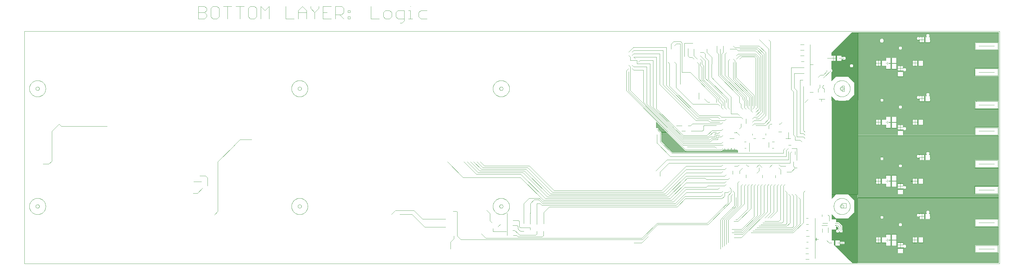
<source format=gbl>
*%FSLAX23Y23*%
*%MOIN*%
G01*
D11*
X4162Y8532D02*
X15879D01*
Y5737D02*
X4162D01*
X15879D02*
Y8532D01*
X4162D02*
Y5737D01*
D15*
X11938Y6499D02*
X12095Y6656D01*
X12564Y6278D02*
X12694Y6408D01*
X12654Y6392D02*
X12544Y6282D01*
X12615Y6751D02*
X12371Y6751D01*
Y6790D02*
X12576Y6790D01*
X12851Y6392D02*
X12725Y6266D01*
X12099Y6546D02*
X11993Y6440D01*
X12529Y7026D02*
X13316Y7026D01*
X13861Y6576D02*
X14147Y6572D01*
X12004Y7192D02*
X11886Y7310D01*
X11804Y7203D02*
X11942Y7066D01*
X11918Y7030D02*
X11761Y7188D01*
X9434Y6774D02*
X9245Y6963D01*
X10127Y6814D02*
X10422Y6518D01*
X10446Y6538D02*
X10151Y6833D01*
X12162Y8038D02*
X12269Y7932D01*
X12194Y7656D02*
X11993Y7857D01*
X11914Y7873D02*
X12269Y7518D01*
X12261Y7499D02*
X11875Y7884D01*
X11836Y7888D02*
X12245Y7479D01*
X12229Y7459D02*
X11796Y7892D01*
X11757Y7601D02*
X11969Y7388D01*
X11958Y7381D02*
X11717Y7621D01*
X11969Y7388D02*
X12072Y7286D01*
X12076Y7262D02*
X11954Y7384D01*
X12048Y7270D02*
X11678Y7640D01*
X11639Y7660D02*
X12056Y7243D01*
X11950Y7329D02*
X11599Y7680D01*
X11950Y7329D02*
X12076Y7203D01*
Y7184D02*
X11442Y7818D01*
X11422Y7814D02*
X12072Y7164D01*
X12107Y7105D02*
X11395Y7818D01*
X12265Y7936D02*
X12367Y7833D01*
X9592Y6814D02*
X9442Y6963D01*
X9481D02*
X9611Y6833D01*
X9631Y6853D02*
X9521Y6963D01*
X12993Y8432D02*
X13099Y8325D01*
X10399Y6499D02*
X10123Y6774D01*
X10170Y6853D02*
X10466Y6558D01*
X10485Y6577D02*
X10190Y6873D01*
X10210Y6892D02*
X10505Y6597D01*
X10525Y6617D02*
X10229Y6912D01*
X12383Y7951D02*
X12615Y7719D01*
X12517Y7735D02*
X12324Y7928D01*
X12383D02*
X12595Y7715D01*
X12654Y7743D02*
X12450Y7947D01*
X12363Y7837D02*
X12477Y7723D01*
X12678Y7955D02*
X12891Y7743D01*
X12910Y7751D02*
X12698Y7963D01*
X12717Y7975D02*
X12930Y7762D01*
X12871Y7739D02*
X12619Y7991D01*
X12580Y8003D02*
X12832Y7751D01*
X12812Y7739D02*
X12540Y8010D01*
X12521Y8007D02*
X12792Y7735D01*
X12753Y7747D02*
X12501Y7999D01*
X12304Y7924D02*
X12497Y7731D01*
X12576Y7696D02*
X12343Y7928D01*
X11906Y6947D02*
X11800Y6841D01*
X11749Y6853D02*
X11883Y6987D01*
X11769Y6207D02*
X11588Y6026D01*
X11899Y6538D02*
X12111Y6751D01*
Y6908D02*
X11820Y6617D01*
X11765Y6223D02*
X11584Y6042D01*
X12367Y6223D02*
X12536Y6392D01*
X12576Y6408D02*
X12375Y6207D01*
X13418Y6129D02*
X13521Y6231D01*
X12115Y6593D02*
X11981Y6459D01*
X11958Y6479D02*
X12111Y6633D01*
Y6711D02*
X11918Y6518D01*
X11879Y6558D02*
X12111Y6790D01*
Y6829D02*
X11859Y6577D01*
X11840Y6597D02*
X12111Y6869D01*
X12584Y6274D02*
X12733Y6424D01*
X12891Y6400D02*
X12737Y6247D01*
X12670Y6314D02*
X12812Y6455D01*
X12773Y6440D02*
X12662Y6329D01*
X12780Y6148D02*
X12930Y6298D01*
X12969Y6314D02*
X12784Y6129D01*
X12788Y6109D02*
X13009Y6329D01*
X13088Y6361D02*
X12777Y6050D01*
X12792Y6089D02*
X13048Y6345D01*
X13860Y8276D02*
X14103Y8519D01*
X14174Y5750D02*
X15866D01*
Y5865D02*
X15865D01*
X15579D01*
X14719Y5863D02*
X14653D01*
X14719Y5877D02*
X15579D01*
X14653D02*
X14174D01*
X14719Y5872D02*
X15579D01*
X14653D02*
X14174D01*
X14719Y5867D02*
X15579D01*
X14653D02*
X14174D01*
X15579Y5862D02*
X15865D01*
X15579D02*
X14719D01*
X14653D01*
X14174D01*
X15579Y5857D02*
X15865D01*
X15579D02*
X14719D01*
X14653D01*
X14174D01*
Y5852D02*
X15866D01*
Y5847D02*
X14174D01*
Y5842D02*
X15866D01*
Y5837D02*
X14174D01*
Y5832D02*
X15866D01*
Y5827D02*
X14174D01*
Y5822D02*
X15866D01*
Y5817D02*
X14174D01*
Y5812D02*
X15866D01*
Y5807D02*
X14174D01*
Y5802D02*
X15866D01*
Y5797D02*
X14174D01*
Y5792D02*
X15866D01*
Y5787D02*
X14174D01*
Y5782D02*
X15866D01*
Y5777D02*
X14174D01*
Y5772D02*
X15866D01*
Y5767D02*
X14174D01*
Y5762D02*
X15866D01*
Y5757D02*
X14174D01*
Y5752D02*
X15866D01*
X14170Y5750D02*
X14105D01*
X14170Y5877D02*
X13977D01*
X13982Y5872D02*
X14170D01*
Y5867D02*
X13987D01*
X13992Y5862D02*
X14170D01*
Y5857D02*
X13997D01*
X14002Y5852D02*
X14170D01*
Y5847D02*
X14007D01*
X14012Y5842D02*
X14170D01*
Y5837D02*
X14017D01*
X14022Y5832D02*
X14170D01*
Y5827D02*
X14027D01*
X14032Y5822D02*
X14170D01*
Y5817D02*
X14037D01*
X14042Y5812D02*
X14170D01*
Y5807D02*
X14047D01*
X14053Y5802D02*
X14170D01*
Y5797D02*
X14058D01*
X14063Y5792D02*
X14170D01*
Y5787D02*
X14068D01*
X14073Y5782D02*
X14170D01*
Y5777D02*
X14078D01*
X14083Y5772D02*
X14170D01*
Y5767D02*
X14088D01*
X14093Y5762D02*
X14170D01*
Y5757D02*
X14098D01*
X14103Y5752D02*
X14170D01*
Y5747D02*
X14108D01*
X14719Y5892D02*
X15579D01*
X14653D02*
X14174D01*
X14719Y5887D02*
X15579D01*
X14653D02*
X14174D01*
X14719Y5882D02*
X15579D01*
X14653D02*
X14174D01*
X14170Y5892D02*
X13962D01*
X13967Y5887D02*
X14170D01*
Y5882D02*
X13972D01*
X9415Y6026D02*
X9405D01*
X9410D02*
X9698D01*
X10092Y6060D02*
X10383D01*
X12690Y6050D02*
X12777D01*
X11584Y6042D02*
X9706D01*
X9698Y6026D02*
X11588D01*
X9698D02*
X9694D01*
X11485Y5987D02*
X11568D01*
X11580D01*
X14726Y5965D02*
X14746D01*
Y5927D02*
X14726D01*
X15865Y5962D02*
X15866D01*
X15865D02*
X15579D01*
X14569Y6023D02*
X14546D01*
X14582D02*
X14639D01*
X14719Y5933D02*
X14721D01*
X14719D02*
X14717D01*
X14653D01*
Y5990D02*
X14719D01*
Y5920D02*
X14653D01*
X14449Y5988D02*
X14392D01*
Y6055D02*
X14449D01*
X14462Y5988D02*
X14512D01*
Y6055D02*
X14462D01*
X14512Y5953D02*
X14569D01*
Y6020D02*
X14546D01*
X14582Y5953D02*
X14639D01*
Y6020D02*
X14582D01*
X14832Y5988D02*
X14889D01*
Y6055D02*
X14832D01*
X14902Y5988D02*
X14959D01*
Y6055D02*
X14902D01*
X14639Y6072D02*
X15866D01*
X14582D02*
X14569D01*
X14512D02*
X14174D01*
X14639Y6067D02*
X15866D01*
X14582D02*
X14569D01*
X14512D02*
X14174D01*
X14959Y6062D02*
X15866D01*
X14959D02*
X14902D01*
X14889D01*
X14832D01*
X14639D01*
X14582D02*
X14569D01*
X14512D02*
X14462D01*
X14449D01*
X14392D01*
X14174D01*
X14959Y6057D02*
X15866D01*
X14959D02*
X14902D01*
X14889D01*
X14832D01*
X14639D01*
X14582D02*
X14569D01*
X14512D02*
X14462D01*
X14449D01*
X14392D01*
X14174D01*
X14959Y6052D02*
X15866D01*
X14902D02*
X14889D01*
X14832D02*
X14639D01*
X14582D02*
X14569D01*
X14462D02*
X14449D01*
X14392D02*
X14174D01*
X14959Y6047D02*
X15866D01*
X14902D02*
X14889D01*
X14832D02*
X14639D01*
X14582D02*
X14569D01*
X14462D02*
X14449D01*
X14392D02*
X14174D01*
X14959Y6042D02*
X15866D01*
X14902D02*
X14889D01*
X14832D02*
X14639D01*
X14582D02*
X14569D01*
X14462D02*
X14449D01*
X14392D02*
X14174D01*
X14959Y6037D02*
X15866D01*
X14902D02*
X14889D01*
X14832D02*
X14639D01*
X14582D02*
X14569D01*
X14462D02*
X14449D01*
X14392D02*
X14174D01*
X14959Y6032D02*
X15866D01*
X14902D02*
X14889D01*
X14832D02*
X14639D01*
X14582D02*
X14569D01*
X14462D02*
X14449D01*
X14392D02*
X14174D01*
X14959Y6027D02*
X15866D01*
X14902D02*
X14889D01*
X14832D02*
X14639D01*
X14582D02*
X14569D01*
X14462D02*
X14449D01*
X14392D02*
X14174D01*
X14959Y6022D02*
X15866D01*
X14902D02*
X14889D01*
X14832D02*
X14639D01*
X14582D01*
X14569D01*
X14546D01*
X14462D02*
X14449D01*
X14392D02*
X14174D01*
X14959Y6017D02*
X15866D01*
X14902D02*
X14889D01*
X14832D02*
X14639D01*
X14582D02*
X14569D01*
X14462D02*
X14449D01*
X14392D02*
X14174D01*
X14959Y6012D02*
X15866D01*
X14902D02*
X14889D01*
X14832D02*
X14639D01*
X14582D02*
X14569D01*
X14462D02*
X14449D01*
X14392D02*
X14174D01*
X14959Y6007D02*
X15866D01*
X14902D02*
X14889D01*
X14832D02*
X14639D01*
X14582D02*
X14569D01*
X14462D02*
X14449D01*
X14392D02*
X14174D01*
X14959Y6002D02*
X15866D01*
X14902D02*
X14889D01*
X14832D02*
X14639D01*
X14582D02*
X14569D01*
X14462D02*
X14449D01*
X14392D02*
X14174D01*
X14959Y5997D02*
X15866D01*
X14902D02*
X14889D01*
X14832D02*
X14719D01*
X14653D01*
X14639D01*
X14582D02*
X14569D01*
X14462D02*
X14449D01*
X14392D02*
X14174D01*
X14959Y5992D02*
X15866D01*
X14902D02*
X14889D01*
X14832D02*
X14719D01*
X14653D01*
X14639D01*
X14582D02*
X14569D01*
X14462D02*
X14449D01*
X14392D02*
X14174D01*
X14959Y5987D02*
X15866D01*
X14959D02*
X14902D01*
X14889D01*
X14832D01*
X14719D01*
X14653D02*
X14639D01*
X14582D02*
X14569D01*
X14512D02*
X14462D01*
X14449D01*
X14392D01*
X14174D01*
X14959Y5982D02*
X15866D01*
X14959D02*
X14902D01*
X14889D01*
X14832D01*
X14719D01*
X14653D02*
X14639D01*
X14582D02*
X14569D01*
X14512D02*
X14462D01*
X14449D01*
X14392D01*
X14174D01*
X14719Y5977D02*
X15866D01*
X14653D02*
X14639D01*
X14582D02*
X14569D01*
X14512D02*
X14174D01*
X14719Y5972D02*
X15866D01*
X14653D02*
X14639D01*
X14582D02*
X14569D01*
X14512D02*
X14174D01*
X15579Y5967D02*
X15865D01*
X15579D02*
X14719D01*
X14653D02*
X14639D01*
X14582D02*
X14569D01*
X14512D02*
X14174D01*
X15579Y5962D02*
X15865D01*
X15579D02*
X14755D01*
X14749D01*
X14653D02*
X14639D01*
X14582D02*
X14569D01*
X14512D02*
X14174D01*
X14755Y5957D02*
X15579D01*
X14653D02*
X14639D01*
X14582D02*
X14569D01*
X14512D02*
X14174D01*
X14755Y5952D02*
X15579D01*
X14653D02*
X14639D01*
X14582D01*
X14569D01*
X14512D01*
X14174D01*
X14755Y5947D02*
X15579D01*
X14653D02*
X14639D01*
X14582D01*
X14569D01*
X14512D01*
X14174D01*
X14755Y5942D02*
X15579D01*
X14653D02*
X14174D01*
X14755Y5937D02*
X15579D01*
X14653D02*
X14174D01*
X14755Y5932D02*
X15579D01*
X14717D02*
X14653D01*
X14174D01*
X14746Y5927D02*
X15579D01*
X14726D02*
X14719D01*
X14653D01*
X14174D01*
X14719Y5922D02*
X15579D01*
X14719D02*
X14653D01*
X14174D01*
X14719Y5917D02*
X15579D01*
X14653D02*
X14174D01*
X14719Y5912D02*
X15579D01*
X14653D02*
X14174D01*
X14719Y5907D02*
X15579D01*
X14653D02*
X14174D01*
X14719Y5902D02*
X15579D01*
X14653D02*
X14174D01*
X14719Y5897D02*
X15579D01*
X14653D02*
X14174D01*
X14831Y6022D02*
X14894D01*
X14451D02*
X14392D01*
X14652Y5962D02*
X14719D01*
X14017Y6002D02*
X13960D01*
Y5972D02*
X14017D01*
X13960Y5954D02*
X13904D01*
Y6020D02*
X13960D01*
X13890D02*
X13861D01*
Y6072D02*
X14170D01*
Y6067D02*
X13861D01*
Y6062D02*
X14170D01*
Y6057D02*
X13861D01*
Y6052D02*
X14170D01*
Y6047D02*
X13861D01*
Y6042D02*
X14170D01*
Y6037D02*
X13861D01*
Y6032D02*
X14170D01*
Y6027D02*
X13960D01*
X13904D01*
X13890D01*
X13861D01*
X13960Y6022D02*
X14170D01*
X13960D02*
X13904D01*
X13890D01*
X13861D01*
X13960Y6017D02*
X14170D01*
X13904D02*
X13890D01*
X13960Y6012D02*
X14170D01*
X13904D02*
X13890D01*
X14017Y6007D02*
X14170D01*
X14017D02*
X13960D01*
X13904D02*
X13890D01*
X14017Y6002D02*
X14170D01*
X14017D02*
X13960D01*
X13904D02*
X13890D01*
X14017Y5997D02*
X14170D01*
X13904D02*
X13890D01*
X14017Y5992D02*
X14170D01*
X13904D02*
X13890D01*
X14017Y5987D02*
X14170D01*
X13904D02*
X13890D01*
X14017Y5982D02*
X14170D01*
X13904D02*
X13890D01*
X14017Y5977D02*
X14170D01*
X13904D02*
X13890D01*
X14017Y5972D02*
X14170D01*
X14017D02*
X13960D01*
X13904D02*
X13890D01*
X14017Y5967D02*
X14170D01*
X14017D02*
X13960D01*
X13904D02*
X13890D01*
X13960Y5962D02*
X14170D01*
X13904D02*
X13891D01*
X13960Y5957D02*
X14170D01*
X13904D02*
X13896D01*
X13960Y5952D02*
X14170D01*
X13960D02*
X13904D01*
X13960Y5947D02*
X14170D01*
X13960D02*
X13906D01*
X13911Y5942D02*
X14170D01*
Y5937D02*
X13916D01*
X13921Y5932D02*
X14170D01*
Y5927D02*
X13927D01*
X13932Y5922D02*
X14170D01*
Y5917D02*
X13937D01*
X13942Y5912D02*
X14170D01*
Y5907D02*
X13947D01*
X13952Y5902D02*
X14170D01*
Y5897D02*
X13957D01*
X10076Y6075D02*
X10035D01*
X10111Y6080D02*
X10306D01*
X14639Y6087D02*
X15866D01*
X14582D02*
X14569D01*
X14512D02*
X14174D01*
X14639Y6082D02*
X15866D01*
X14582D02*
X14569D01*
X14512D02*
X14174D01*
X14639Y6077D02*
X15866D01*
X14582D02*
X14569D01*
X14512D02*
X14174D01*
X14170Y6087D02*
X13861D01*
Y6082D02*
X14170D01*
Y6077D02*
X13861D01*
X13901Y6197D02*
X13917D01*
X13810D02*
X13741D01*
X10054Y6137D02*
X10030D01*
Y6196D02*
X10080D01*
X10121Y6125D02*
X10164D01*
X10096Y6257D02*
X10033D01*
X10121Y6168D02*
X10239D01*
X13056Y6247D02*
X13225D01*
X12737D02*
X12686D01*
X12710Y6266D02*
X12725D01*
X13009Y6207D02*
X13308D01*
X13324Y6188D02*
X12985D01*
X12962Y6168D02*
X13387D01*
X13391Y6148D02*
X12938D01*
X12914Y6129D02*
X13395D01*
X13399Y6109D02*
X12891D01*
X11777Y6207D02*
X11769D01*
X13032Y6227D02*
X13265D01*
X12784Y6129D02*
X12690D01*
Y6089D02*
X12792D01*
X12780Y6148D02*
X12662D01*
Y6109D02*
X12788D01*
X12367Y6223D02*
X11765D01*
X11777Y6207D02*
X12375D01*
X14676Y6225D02*
X14696D01*
Y6187D02*
X14676D01*
X15865Y6180D02*
X15866D01*
X15865D02*
X15579D01*
X14569Y6090D02*
X14512D01*
X14582D02*
X14639D01*
X15044Y6267D02*
X15579D01*
X15044D02*
X14987D01*
X14974D01*
X14917D01*
X14174D01*
Y6262D02*
X15579D01*
Y6257D02*
X14174D01*
Y6252D02*
X15579D01*
Y6247D02*
X14174D01*
Y6242D02*
X15579D01*
Y6237D02*
X14174D01*
Y6232D02*
X15579D01*
Y6227D02*
X14174D01*
X14705Y6222D02*
X15579D01*
X14705D02*
X14699D01*
X14673D02*
X14667D01*
X14174D01*
X14705Y6217D02*
X15579D01*
X14667D02*
X14174D01*
X14705Y6212D02*
X15579D01*
X14667D02*
X14174D01*
X14705Y6207D02*
X15579D01*
X14667D02*
X14174D01*
X14705Y6202D02*
X15579D01*
X14667D02*
X14174D01*
X14705Y6197D02*
X15579D01*
X14667D02*
X14174D01*
X14705Y6192D02*
X15579D01*
X14667D02*
X14174D01*
X14696Y6187D02*
X15579D01*
X14676D02*
X14174D01*
Y6182D02*
X15579D01*
Y6177D02*
X15865D01*
X15579D02*
X14174D01*
X15579Y6172D02*
X15865D01*
X15579D02*
X14174D01*
Y6167D02*
X15866D01*
Y6162D02*
X14174D01*
Y6157D02*
X15866D01*
Y6152D02*
X14174D01*
Y6147D02*
X15866D01*
Y6142D02*
X14174D01*
Y6137D02*
X15866D01*
Y6132D02*
X14174D01*
Y6127D02*
X15866D01*
Y6122D02*
X14174D01*
Y6117D02*
X15866D01*
Y6112D02*
X14174D01*
Y6107D02*
X15866D01*
Y6102D02*
X14174D01*
X14639Y6097D02*
X15866D01*
X14639D02*
X14582D01*
X14569D01*
X14512D01*
X14174D01*
X14639Y6092D02*
X15866D01*
X14639D02*
X14582D01*
X14569D01*
X14512D01*
X14174D01*
X13953Y6238D02*
X13944D01*
X13932D01*
X13916D01*
Y6183D02*
X13923D01*
X13980Y6202D02*
X13989D01*
Y6118D02*
X13989D01*
X13931Y6149D02*
X13923D01*
Y6111D02*
X13943D01*
X13963Y6112D02*
X13983D01*
X13916Y6146D02*
X13914D01*
X13861D01*
X13916Y6267D02*
X14170D01*
Y6262D02*
X13916D01*
Y6257D02*
X14170D01*
Y6252D02*
X13916D01*
Y6247D02*
X14170D01*
Y6242D02*
X13953D01*
X13940D01*
X13936D02*
X13916D01*
X13953Y6237D02*
X14170D01*
X13953D02*
X13945D01*
X13953Y6232D02*
X14170D01*
Y6227D02*
X13955D01*
X13960Y6222D02*
X14170D01*
Y6217D02*
X13965D01*
X13970Y6212D02*
X14170D01*
Y6207D02*
X13989D01*
X13975D01*
X13989Y6202D02*
X14170D01*
X13989D02*
X13980D01*
X13989Y6197D02*
X14170D01*
Y6192D02*
X13990D01*
X13995Y6187D02*
X14170D01*
Y6182D02*
X13990D01*
X13924D02*
X13916D01*
X13989Y6177D02*
X14170D01*
X13929D02*
X13916D01*
X13989Y6172D02*
X14170D01*
X13934D02*
X13916D01*
X13989Y6167D02*
X14170D01*
X13935D02*
X13916D01*
X13989Y6162D02*
X14170D01*
X13935D02*
X13916D01*
X13989Y6157D02*
X14170D01*
X13935D02*
X13916D01*
X13989Y6152D02*
X14170D01*
X13934D02*
X13916D01*
X13992Y6147D02*
X14170D01*
Y6142D02*
X13992D01*
X13914D02*
X13861D01*
X13992Y6137D02*
X14170D01*
X13914D02*
X13861D01*
X13992Y6132D02*
X14170D01*
X13914D02*
X13861D01*
X13992Y6127D02*
X14170D01*
X13914D02*
X13861D01*
X13992Y6122D02*
X14170D01*
X13914D02*
X13861D01*
X13992Y6117D02*
X14170D01*
X13914D02*
X13861D01*
X13989Y6112D02*
X14170D01*
X13959D02*
X13952D01*
X13944D01*
X13922D02*
X13914D01*
X13861D01*
Y6107D02*
X14170D01*
Y6102D02*
X13861D01*
Y6097D02*
X14170D01*
Y6092D02*
X13861D01*
X14454Y6276D02*
X14474D01*
X15865Y6277D02*
X15866D01*
X15865D02*
X15579D01*
X14974Y6273D02*
X14917D01*
X14987D02*
X15044D01*
X15579Y6282D02*
X15865D01*
X15579D02*
X15045D01*
X14987D02*
X14974D01*
X14917D02*
X14483D01*
X14445D02*
X14174D01*
X15579Y6277D02*
X15865D01*
X15579D02*
X15044D01*
X14987D02*
X14974D01*
X14917D02*
X14483D01*
X14475D01*
X14453D02*
X14445D01*
X14174D01*
X15044Y6272D02*
X15579D01*
X15044D02*
X14987D01*
X14974D01*
X14917D01*
X14174D01*
X14058Y6280D02*
X13916D01*
X13912D01*
X13916Y6272D02*
X13861D01*
X14060Y6282D02*
X14170D01*
X13910D02*
X13861D01*
X13916Y6277D02*
X14170D01*
X13916D02*
X13861D01*
X13916Y6272D02*
X14170D01*
X9354Y6366D02*
X9347D01*
X9353D02*
X9311D01*
X10322Y6458D02*
X10359D01*
X10378Y6440D02*
X10392D01*
X10422D01*
X10406Y6459D02*
X10389D01*
X11808Y6459D02*
X11981D01*
X11816D02*
X10513D01*
X10525D02*
X10406D01*
X10414Y6440D02*
X11993D01*
X12005Y6420D02*
X10469D01*
X14454Y6314D02*
X14474D01*
X14891Y6340D02*
X14911D01*
Y6302D02*
X14891D01*
X15006Y6375D02*
X15026D01*
X14974Y6340D02*
X14920D01*
X14917D01*
X15035D02*
X15044D01*
X15035D02*
X15028D01*
X15004D02*
X14997D01*
X14987D01*
X14174Y6462D02*
X15866D01*
Y6457D02*
X14174D01*
Y6452D02*
X15866D01*
Y6447D02*
X14174D01*
Y6442D02*
X15866D01*
Y6437D02*
X14174D01*
Y6432D02*
X15866D01*
Y6427D02*
X14174D01*
Y6422D02*
X15866D01*
Y6417D02*
X14174D01*
Y6412D02*
X15866D01*
Y6407D02*
X14174D01*
Y6402D02*
X15866D01*
Y6397D02*
X14174D01*
Y6392D02*
X15866D01*
Y6387D02*
X14174D01*
Y6382D02*
X15866D01*
Y6377D02*
X14174D01*
X15035Y6372D02*
X15866D01*
X15035D02*
X15029D01*
X15003D02*
X14997D01*
X14174D01*
X15035Y6367D02*
X15866D01*
X14997D02*
X14174D01*
X15035Y6362D02*
X15866D01*
X14997D02*
X14174D01*
X15035Y6357D02*
X15866D01*
X14997D02*
X14174D01*
X15035Y6352D02*
X15866D01*
X14997D02*
X14174D01*
X15044Y6347D02*
X15866D01*
X15044D02*
X15035D01*
X14997D02*
X14987D01*
X14974D01*
X14917D01*
X14174D01*
X15044Y6342D02*
X15866D01*
X15044D02*
X15035D01*
X14997D02*
X14987D01*
X14974D01*
X14917D01*
X14174D01*
X15044Y6337D02*
X15866D01*
X14987D02*
X14974D01*
X14888D02*
X14882D01*
X14174D01*
X15044Y6332D02*
X15866D01*
X14987D02*
X14974D01*
X14882D02*
X14174D01*
X15044Y6327D02*
X15866D01*
X14987D02*
X14974D01*
X14882D02*
X14174D01*
X15044Y6322D02*
X15866D01*
X14882D02*
X14174D01*
X15044Y6317D02*
X15866D01*
X14987D02*
X14974D01*
X14882D02*
X14174D01*
X15045Y6312D02*
X15866D01*
X14987D02*
X14974D01*
X14882D02*
X14483D01*
X14476D01*
X14452D02*
X14445D01*
X14174D01*
X15045Y6307D02*
X15866D01*
X14987D02*
X14974D01*
X14882D02*
X14483D01*
X14445D02*
X14174D01*
X15045Y6302D02*
X15866D01*
X14987D02*
X14974D01*
X14917D02*
X14911D01*
X14891D02*
X14483D01*
X14445D02*
X14174D01*
X15045Y6297D02*
X15866D01*
X14987D02*
X14974D01*
X14917D02*
X14483D01*
X14445D02*
X14174D01*
X15045Y6292D02*
X15866D01*
X14987D02*
X14974D01*
X14917D02*
X14483D01*
X14445D02*
X14174D01*
X15045Y6287D02*
X15866D01*
X14987D02*
X14974D01*
X14917D02*
X14483D01*
X14445D02*
X14174D01*
X14918Y6307D02*
X14975D01*
X14974Y6322D02*
X14987D01*
X14170Y6462D02*
X14131D01*
Y6457D02*
X14170D01*
Y6452D02*
X14131D01*
Y6447D02*
X14170D01*
Y6442D02*
X14131D01*
Y6437D02*
X14170D01*
Y6432D02*
X14131D01*
Y6427D02*
X14170D01*
Y6422D02*
X14131D01*
Y6417D02*
X14170D01*
Y6412D02*
X14131D01*
Y6407D02*
X14170D01*
Y6402D02*
X14131D01*
Y6397D02*
X14170D01*
Y6392D02*
X14131D01*
Y6387D02*
X14170D01*
Y6382D02*
X14131D01*
Y6377D02*
X14170D01*
Y6372D02*
X14131D01*
Y6367D02*
X14170D01*
Y6362D02*
X14131D01*
Y6357D02*
X14170D01*
Y6352D02*
X14131D01*
Y6347D02*
X14170D01*
Y6342D02*
X14120D01*
X14115Y6337D02*
X14170D01*
Y6332D02*
X14110D01*
X14105Y6327D02*
X14170D01*
Y6322D02*
X14100D01*
X13870D02*
X13861D01*
X14095Y6317D02*
X14170D01*
X13875D02*
X13861D01*
X14090Y6312D02*
X14170D01*
X13880D02*
X13861D01*
X14085Y6307D02*
X14170D01*
X13885D02*
X13861D01*
X14080Y6302D02*
X14170D01*
X13890D02*
X13861D01*
X14075Y6297D02*
X14170D01*
X13895D02*
X13861D01*
X14070Y6292D02*
X14170D01*
X13900D02*
X13861D01*
X14065Y6287D02*
X14170D01*
X13905D02*
X13861D01*
X10431Y6479D02*
X10394D01*
X11784Y6479D02*
X11958D01*
X11808D02*
X10426D01*
X14174Y6477D02*
X15866D01*
Y6472D02*
X14174D01*
Y6467D02*
X15866D01*
X14170Y6477D02*
X14131D01*
Y6472D02*
X14170D01*
Y6467D02*
X14131D01*
X14172Y6572D02*
X14058D01*
X14172Y6577D02*
X13861D01*
Y6582D02*
X14172D01*
Y6587D02*
X13861D01*
Y6592D02*
X14172D01*
Y6597D02*
X13861D01*
Y6602D02*
X14172D01*
Y6607D02*
X13861D01*
Y6612D02*
X14172D01*
Y6617D02*
X13861D01*
Y6622D02*
X14172D01*
Y6627D02*
X13861D01*
Y6632D02*
X14172D01*
Y6637D02*
X13861D01*
Y6642D02*
X14172D01*
Y6647D02*
X13861D01*
Y6652D02*
X14172D01*
Y6657D02*
X13861D01*
Y6662D02*
X14172D01*
X13908Y6568D02*
X13861D01*
X14062D02*
X14172D01*
X14176Y6532D02*
X15866D01*
Y6537D02*
X14176D01*
Y6542D02*
X15866D01*
Y6547D02*
X14176D01*
Y6552D02*
X15866D01*
Y6557D02*
X14176D01*
Y6562D02*
X15866D01*
X14653Y6567D02*
X14176D01*
X14653D02*
X14719D01*
X15579D01*
X15865D01*
X14653Y6572D02*
X14176D01*
X14719D02*
X15579D01*
X15865D01*
X14653Y6577D02*
X14176D01*
X14719D02*
X15579D01*
X14653Y6582D02*
X14176D01*
X14719D02*
X15579D01*
X14653Y6587D02*
X14176D01*
X14719D02*
X15579D01*
X14653Y6592D02*
X14176D01*
X14719D02*
X15579D01*
X14653Y6597D02*
X14176D01*
X14719D02*
X15579D01*
X14653Y6602D02*
X14176D01*
X14719D02*
X15579D01*
X14653Y6607D02*
X14176D01*
X14719D02*
X15579D01*
X14653Y6612D02*
X14176D01*
X14719D02*
X15579D01*
X14653Y6617D02*
X14176D01*
X14719D02*
X15579D01*
X14653Y6622D02*
X14176D01*
X14719D02*
X15579D01*
X14653Y6627D02*
X14176D01*
X14719D02*
X15579D01*
X14653Y6632D02*
X14176D01*
X14653D02*
X14719D01*
X15579D01*
X14653Y6637D02*
X14176D01*
X14653D02*
X14717D01*
X14747D02*
X14755D01*
X15579D01*
X14653Y6642D02*
X14176D01*
X14755D02*
X15579D01*
X14653Y6647D02*
X14176D01*
X14755D02*
X15579D01*
X14653Y6652D02*
X14176D01*
X14755D02*
X15579D01*
X14512Y6657D02*
X14176D01*
X14512D02*
X14569D01*
X14582D01*
X14639D01*
X14653D01*
X14755D02*
X15579D01*
X14512Y6662D02*
X14176D01*
X14569D02*
X14582D01*
X14639D02*
X14653D01*
X14755D02*
X15579D01*
X14639Y6662D02*
X14582D01*
X14569D02*
X14512D01*
X14653Y6629D02*
X14719D01*
Y6572D02*
X14653D01*
Y6642D02*
X14717D01*
X14719D01*
X14721D01*
X15579Y6574D02*
X15865D01*
X15866D01*
X14746Y6636D02*
X14726D01*
X14176Y6529D02*
X14174D01*
X14176D02*
X15866D01*
X10341Y6506D02*
X10287D01*
X10343Y6522D02*
X10350D01*
X10344D02*
X10226D01*
X12095Y6656D02*
X12355D01*
X12375Y6633D02*
X12111D01*
X12371D02*
X12497D01*
X11792Y6518D02*
X10422D01*
X10446Y6538D02*
X11784D01*
X11796Y6499D02*
X11938D01*
X11918Y6518D02*
X11777D01*
X11773Y6538D02*
X11899D01*
X11879Y6558D02*
X11773D01*
X11761Y6577D02*
X11859D01*
X11840Y6597D02*
X11757D01*
X11737Y6617D02*
X11820D01*
X11800Y6499D02*
X10399D01*
X10466Y6558D02*
X11777D01*
X11769Y6577D02*
X10485D01*
X10505Y6597D02*
X11761D01*
X11753Y6617D02*
X10525D01*
X12115Y6593D02*
X12379D01*
X12371D02*
X12536D01*
X12576Y6593D02*
X12615D01*
X12529Y6546D02*
X12099D01*
X12103Y6518D02*
X12544D01*
X14174Y6530D02*
X15866D01*
Y6527D02*
X14174D01*
Y6522D02*
X15866D01*
Y6517D02*
X14174D01*
Y6512D02*
X15866D01*
Y6507D02*
X14174D01*
Y6502D02*
X15866D01*
Y6497D02*
X14174D01*
Y6492D02*
X15866D01*
Y6487D02*
X14174D01*
Y6482D02*
X15866D01*
X14170Y6572D02*
X14058D01*
X14063Y6567D02*
X14170D01*
X13907D02*
X13861D01*
X14068Y6562D02*
X14170D01*
X13902D02*
X13861D01*
X14073Y6557D02*
X14170D01*
X13897D02*
X13861D01*
X14078Y6552D02*
X14170D01*
X13892D02*
X13861D01*
X14083Y6547D02*
X14170D01*
X13887D02*
X13861D01*
X14088Y6542D02*
X14170D01*
X13882D02*
X13861D01*
X14093Y6537D02*
X14170D01*
X13877D02*
X13861D01*
X14098Y6532D02*
X14170D01*
X13872D02*
X13861D01*
X14103Y6527D02*
X14170D01*
Y6522D02*
X14108D01*
X14113Y6517D02*
X14170D01*
Y6512D02*
X14118D01*
X14131Y6507D02*
X14170D01*
X14131D02*
X14123D01*
X14131Y6502D02*
X14170D01*
Y6497D02*
X14131D01*
Y6492D02*
X14170D01*
Y6487D02*
X14131D01*
Y6482D02*
X14170D01*
X14058Y6572D02*
X13912D01*
X13912Y6572D02*
X13861D01*
Y6667D02*
X14172D01*
Y6672D02*
X13861D01*
X14176Y6667D02*
X14512D01*
X14569D02*
X14582D01*
X14639D02*
X14653D01*
X14755D02*
X15579D01*
X14512Y6672D02*
X14176D01*
X14569D02*
X14582D01*
X14639D02*
X14653D01*
X14748D02*
X14755D01*
X15579D01*
X15865D01*
Y6671D02*
X15579D01*
X15865D02*
X15866D01*
X14746Y6674D02*
X14726D01*
X12576Y6672D02*
X12371D01*
X13861Y6677D02*
X14172D01*
Y6682D02*
X13861D01*
Y6687D02*
X14172D01*
Y6692D02*
X13861D01*
Y6697D02*
X14172D01*
Y6702D02*
X13861D01*
Y6707D02*
X14172D01*
Y6712D02*
X13861D01*
Y6717D02*
X14172D01*
Y6722D02*
X13861D01*
Y6727D02*
X14172D01*
Y6732D02*
X13861D01*
Y6737D02*
X14172D01*
Y6742D02*
X13861D01*
Y6747D02*
X14172D01*
Y6752D02*
X13861D01*
Y6757D02*
X14172D01*
Y6762D02*
X13861D01*
Y6767D02*
X14172D01*
Y6772D02*
X13861D01*
Y6777D02*
X14172D01*
Y6782D02*
X13861D01*
Y6787D02*
X14172D01*
Y6792D02*
X13861D01*
Y6797D02*
X14172D01*
Y6802D02*
X13861D01*
Y6807D02*
X14172D01*
Y6812D02*
X13861D01*
Y6817D02*
X14172D01*
Y6822D02*
X13861D01*
Y6827D02*
X14172D01*
Y6832D02*
X13861D01*
Y6837D02*
X14172D01*
Y6842D02*
X13861D01*
Y6847D02*
X14172D01*
Y6852D02*
X13861D01*
Y6857D02*
X14172D01*
X14176Y6677D02*
X14512D01*
X14569D02*
X14582D01*
X14639D02*
X14653D01*
X14719D02*
X15579D01*
X15865D01*
X14512Y6682D02*
X14176D01*
X14569D02*
X14582D01*
X14639D02*
X14653D01*
X14719D02*
X15866D01*
X14512Y6687D02*
X14176D01*
X14569D02*
X14582D01*
X14639D02*
X14653D01*
X14719D02*
X15866D01*
X14392Y6692D02*
X14176D01*
X14392D02*
X14449D01*
X14462D01*
X14512D01*
X14569D02*
X14582D01*
X14639D02*
X14653D01*
X14719D02*
X14832D01*
X14889D01*
X14902D01*
X14959D01*
X15866D01*
X14392Y6697D02*
X14176D01*
X14449D02*
X14462D01*
X14569D02*
X14582D01*
X14639D02*
X14653D01*
X14719D02*
X14832D01*
X14889D02*
X14902D01*
X14959D02*
X15866D01*
X14392Y6702D02*
X14176D01*
X14449D02*
X14462D01*
X14569D02*
X14582D01*
X14639D02*
X14653D01*
X14719D01*
X14832D01*
X14889D02*
X14902D01*
X14959D02*
X15866D01*
X14392Y6707D02*
X14176D01*
X14449D02*
X14462D01*
X14569D02*
X14582D01*
X14639D02*
X14653D01*
X14719D01*
X14832D01*
X14889D02*
X14902D01*
X14959D02*
X15866D01*
X14392Y6712D02*
X14176D01*
X14449D02*
X14462D01*
X14569D02*
X14582D01*
X14639D02*
X14832D01*
X14889D02*
X14902D01*
X14959D02*
X15866D01*
X14392Y6717D02*
X14176D01*
X14449D02*
X14462D01*
X14569D02*
X14582D01*
X14639D02*
X14832D01*
X14889D02*
X14902D01*
X14959D02*
X15866D01*
X14392Y6722D02*
X14176D01*
X14449D02*
X14462D01*
X14569D02*
X14582D01*
X14639D02*
X14832D01*
X14889D02*
X14902D01*
X14959D02*
X15866D01*
X14392Y6727D02*
X14176D01*
X14449D02*
X14462D01*
X14569D02*
X14582D01*
X14639D02*
X14832D01*
X14889D02*
X14902D01*
X14959D02*
X15866D01*
X14392Y6732D02*
X14176D01*
X14449D02*
X14462D01*
X14569D02*
X14582D01*
X14639D02*
X14832D01*
X14889D02*
X14902D01*
X14959D02*
X15866D01*
X14392Y6737D02*
X14176D01*
X14449D02*
X14462D01*
X14569D02*
X14582D01*
X14639D02*
X14832D01*
X14889D02*
X14902D01*
X14959D02*
X15866D01*
X14392Y6742D02*
X14176D01*
X14449D02*
X14462D01*
X14569D02*
X14582D01*
X14639D02*
X14832D01*
X14889D02*
X14902D01*
X14959D02*
X15866D01*
X14392Y6747D02*
X14176D01*
X14449D02*
X14462D01*
X14569D02*
X14582D01*
X14639D02*
X14832D01*
X14889D02*
X14902D01*
X14959D02*
X15866D01*
X14392Y6752D02*
X14176D01*
X14449D02*
X14462D01*
X14569D02*
X14582D01*
X14639D02*
X14832D01*
X14889D02*
X14902D01*
X14959D02*
X15866D01*
X14392Y6757D02*
X14176D01*
X14449D02*
X14462D01*
X14569D02*
X14582D01*
X14639D02*
X14832D01*
X14889D02*
X14902D01*
X14959D02*
X15866D01*
X14392Y6762D02*
X14176D01*
X14449D02*
X14462D01*
X14569D02*
X14582D01*
X14639D02*
X14832D01*
X14889D02*
X14902D01*
X14959D02*
X15866D01*
X14392Y6767D02*
X14176D01*
X14392D02*
X14449D01*
X14462D01*
X14512D01*
X14569D02*
X14582D01*
X14639D02*
X14832D01*
X14889D01*
X14902D01*
X14959D01*
X15866D01*
X14392Y6772D02*
X14176D01*
X14392D02*
X14449D01*
X14462D01*
X14512D01*
X14569D02*
X14582D01*
X14639D02*
X14832D01*
X14889D01*
X14902D01*
X14959D01*
X15866D01*
X14512Y6777D02*
X14176D01*
X14569D02*
X14582D01*
X14639D02*
X15866D01*
X14512Y6782D02*
X14176D01*
X14569D02*
X14582D01*
X14639D02*
X15866D01*
X14512Y6787D02*
X14176D01*
X14569D02*
X14582D01*
X14639D02*
X15866D01*
X14512Y6792D02*
X14176D01*
X14569D02*
X14582D01*
X14639D02*
X15866D01*
X14512Y6797D02*
X14176D01*
X14569D02*
X14582D01*
X14639D02*
X15866D01*
X14512Y6802D02*
X14176D01*
X14512D02*
X14569D01*
X14582D01*
X14639D01*
X15866D01*
X14512Y6807D02*
X14176D01*
X14512D02*
X14569D01*
X14582D01*
X14639D01*
X15866D01*
Y6812D02*
X14176D01*
Y6817D02*
X15866D01*
Y6822D02*
X14176D01*
Y6827D02*
X15866D01*
Y6832D02*
X14176D01*
Y6837D02*
X15866D01*
Y6842D02*
X14176D01*
Y6847D02*
X15866D01*
Y6852D02*
X14176D01*
Y6857D02*
X15866D01*
X14959Y6764D02*
X14902D01*
Y6697D02*
X14959D01*
X14889Y6764D02*
X14832D01*
Y6697D02*
X14889D01*
X14639Y6729D02*
X14582D01*
X14569D02*
X14546D01*
X14653Y6699D02*
X14719D01*
X14639Y6799D02*
X14582D01*
Y6732D02*
X14639D01*
X14569Y6799D02*
X14512D01*
X14546Y6732D02*
X14569D01*
X14512Y6764D02*
X14462D01*
Y6697D02*
X14512D01*
X14449Y6764D02*
X14392D01*
Y6697D02*
X14449D01*
X10025Y6833D02*
X9611D01*
X9631Y6853D02*
X10044D01*
X10009Y6833D02*
X10151D01*
X10170Y6853D02*
X10021D01*
X12111Y6829D02*
X12375D01*
X12371D02*
X12536D01*
X9985Y6774D02*
X9434D01*
X12127Y6766D02*
X12340D01*
X10005Y6814D02*
X9592D01*
X9946Y6774D02*
X10123D01*
X10127Y6814D02*
X9973D01*
X12355Y6751D02*
X12615D01*
X12379Y6711D02*
X12111D01*
Y6790D02*
X12379D01*
X12371Y6711D02*
X12576D01*
X13861Y6862D02*
X14172D01*
Y6867D02*
X13861D01*
X14176Y6862D02*
X15866D01*
Y6867D02*
X14176D01*
X12375Y6869D02*
X12111D01*
X12371D02*
X12576D01*
X12363Y6947D02*
X13363D01*
X13861Y6872D02*
X14172D01*
Y6877D02*
X13861D01*
Y6882D02*
X14172D01*
Y6887D02*
X13861D01*
Y6892D02*
X14172D01*
Y6897D02*
X13861D01*
Y6902D02*
X14172D01*
Y6907D02*
X13861D01*
Y6912D02*
X14172D01*
Y6917D02*
X13861D01*
Y6922D02*
X14172D01*
Y6927D02*
X13861D01*
Y6932D02*
X14172D01*
Y6937D02*
X13861D01*
Y6942D02*
X14172D01*
Y6947D02*
X13861D01*
Y6952D02*
X14172D01*
Y6957D02*
X13861D01*
Y6962D02*
X14172D01*
Y6967D02*
X13861D01*
Y6972D02*
X14172D01*
Y6977D02*
X13861D01*
Y6982D02*
X14172D01*
Y6987D02*
X13861D01*
Y6992D02*
X14172D01*
Y6997D02*
X13861D01*
Y7002D02*
X14172D01*
Y7007D02*
X13861D01*
Y7012D02*
X14172D01*
Y7017D02*
X13861D01*
Y7022D02*
X14172D01*
Y7027D02*
X13861D01*
Y7032D02*
X14172D01*
Y7037D02*
X13861D01*
Y7042D02*
X14172D01*
Y7047D02*
X13861D01*
Y7052D02*
X14172D01*
X14176Y6872D02*
X15866D01*
Y6877D02*
X14176D01*
Y6882D02*
X15579D01*
X15865D01*
X15579Y6887D02*
X14176D01*
X15579D02*
X15865D01*
X15579Y6892D02*
X14176D01*
Y6897D02*
X14667D01*
X14675D01*
X14697D02*
X14705D01*
X15579D01*
X14667Y6902D02*
X14176D01*
X14705D02*
X15579D01*
X14667Y6907D02*
X14176D01*
X14705D02*
X15579D01*
X14667Y6912D02*
X14176D01*
X14705D02*
X15579D01*
X14667Y6917D02*
X14176D01*
X14705D02*
X15579D01*
X14667Y6922D02*
X14176D01*
X14705D02*
X15579D01*
X14667Y6927D02*
X14176D01*
X14705D02*
X15579D01*
X14667Y6932D02*
X14176D01*
X14667D02*
X14674D01*
X14698D02*
X14705D01*
X15579D01*
Y6937D02*
X14176D01*
Y6942D02*
X15579D01*
Y6947D02*
X14176D01*
Y6952D02*
X15579D01*
Y6957D02*
X14176D01*
Y6962D02*
X15579D01*
Y6967D02*
X14176D01*
Y6972D02*
X15579D01*
X14917Y6977D02*
X14176D01*
X14917D02*
X14974D01*
X14987D01*
X15044D01*
X15579D01*
X14917Y6982D02*
X14176D01*
X14974D02*
X14987D01*
X15044D02*
X15579D01*
X14445Y6987D02*
X14176D01*
X14483D02*
X14917D01*
X14974D02*
X14987D01*
X15045D02*
X15579D01*
X15865D01*
X14445Y6992D02*
X14176D01*
X14483D02*
X14917D01*
X14974D02*
X14987D01*
X15045D02*
X15579D01*
X15865D01*
X14445Y6997D02*
X14176D01*
X14483D02*
X14917D01*
X14974D02*
X14987D01*
X15045D02*
X15866D01*
X14445Y7002D02*
X14176D01*
X14483D02*
X14917D01*
X14974D02*
X14987D01*
X15045D02*
X15866D01*
X14445Y7007D02*
X14176D01*
X14483D02*
X14917D01*
X14974D02*
X14987D01*
X15045D02*
X15866D01*
X14445Y7012D02*
X14176D01*
X14483D02*
X14882D01*
X14890D01*
X14974D02*
X14987D01*
X15045D02*
X15866D01*
X14445Y7017D02*
X14176D01*
X14483D02*
X14882D01*
X14974D02*
X14987D01*
X15045D02*
X15866D01*
X14882Y7022D02*
X14176D01*
X14974D02*
X14987D01*
X15045D02*
X15866D01*
X14882Y7027D02*
X14176D01*
X14974D02*
X14987D01*
X15044D02*
X15866D01*
X14882Y7032D02*
X14176D01*
X14974D02*
X14987D01*
X15044D02*
X15866D01*
X14882Y7037D02*
X14176D01*
X14974D02*
X14987D01*
X15044D02*
X15866D01*
X14882Y7042D02*
X14176D01*
X14974D02*
X14987D01*
X15044D02*
X15866D01*
X14882Y7047D02*
X14176D01*
X14882D02*
X14889D01*
X14974D02*
X14987D01*
X15044D02*
X15866D01*
X14917Y7052D02*
X14176D01*
X14917D02*
X14974D01*
X14987D01*
X14997D01*
X15035D02*
X15044D01*
X15866D01*
X14997Y7049D02*
X14987D01*
X14997D02*
X15004D01*
X15028D02*
X15035D01*
X15044D01*
Y6982D02*
X14987D01*
X14920Y7049D02*
X14917D01*
X14920D02*
X14974D01*
Y6982D02*
X14917D01*
X15579Y6986D02*
X15865D01*
X15866D01*
X15865Y6889D02*
X15579D01*
X15865D02*
X15866D01*
X14911Y7011D02*
X14891D01*
Y7049D02*
X14911D01*
X14696Y6896D02*
X14676D01*
Y6934D02*
X14696D01*
X14474Y6983D02*
X14454D01*
Y7021D02*
X14474D01*
X12115Y7026D02*
X11922D01*
X12111D02*
X12375D01*
X12363D02*
X12540D01*
X10064Y6873D02*
X9651D01*
X9670Y6892D02*
X10084D01*
X10103Y6912D02*
X9690D01*
X10064Y6873D02*
X10190D01*
X10210Y6892D02*
X10056D01*
X10099Y6912D02*
X10229D01*
X12371Y6908D02*
X12536D01*
X12371D02*
X12111D01*
Y6986D02*
X12375D01*
X12123D02*
X11883D01*
X12111Y6947D02*
X12371D01*
X12115D02*
X11906D01*
X12363Y6986D02*
X13342D01*
X13343D02*
X13332D01*
X13423Y6888D02*
X13446D01*
X13861Y7057D02*
X14172D01*
Y7062D02*
X13861D01*
Y7067D02*
X14172D01*
X14176Y7057D02*
X14917D01*
X14974D01*
X14987D01*
X14997D01*
X15035D02*
X15044D01*
X15866D01*
X14997Y7062D02*
X14176D01*
X15035D02*
X15866D01*
X14997Y7067D02*
X14176D01*
X15035D02*
X15866D01*
X11950Y7066D02*
X11942D01*
X11950D02*
X12099D01*
X12095D01*
X12111D02*
X12379D01*
X12363D02*
X13284D01*
X12111D02*
X12099D01*
X13310Y7242D02*
X13344D01*
Y7243D02*
X13368D01*
X13421Y7223D02*
X13467D01*
X13861Y7072D02*
X14172D01*
Y7077D02*
X13861D01*
Y7082D02*
X14172D01*
Y7087D02*
X13861D01*
Y7092D02*
X14172D01*
Y7097D02*
X13861D01*
Y7102D02*
X14172D01*
Y7107D02*
X13861D01*
Y7112D02*
X14172D01*
Y7117D02*
X13861D01*
Y7122D02*
X14172D01*
Y7127D02*
X13861D01*
Y7132D02*
X14172D01*
Y7137D02*
X13861D01*
Y7142D02*
X14172D01*
Y7147D02*
X13861D01*
Y7152D02*
X14172D01*
Y7157D02*
X13861D01*
Y7162D02*
X14172D01*
Y7167D02*
X13861D01*
Y7172D02*
X14172D01*
Y7177D02*
X13861D01*
Y7182D02*
X14172D01*
Y7187D02*
X13861D01*
Y7192D02*
X14172D01*
Y7197D02*
X13861D01*
Y7202D02*
X14172D01*
Y7207D02*
X13861D01*
Y7212D02*
X14172D01*
Y7217D02*
X13861D01*
Y7222D02*
X14172D01*
Y7227D02*
X13861D01*
Y7232D02*
X14172D01*
Y7237D02*
X13861D01*
Y7242D02*
X14172D01*
Y7247D02*
X13861D01*
X14176Y7072D02*
X14997D01*
X15035D02*
X15866D01*
X14997Y7077D02*
X14176D01*
X15035D02*
X15866D01*
X14997Y7082D02*
X14176D01*
X14997D02*
X15004D01*
X15028D02*
X15035D01*
X15866D01*
Y7087D02*
X14176D01*
Y7092D02*
X15866D01*
Y7097D02*
X14176D01*
Y7102D02*
X15866D01*
Y7107D02*
X14176D01*
Y7112D02*
X15866D01*
Y7117D02*
X14176D01*
Y7122D02*
X15866D01*
Y7127D02*
X14176D01*
Y7132D02*
X15866D01*
Y7137D02*
X14176D01*
Y7142D02*
X15866D01*
Y7147D02*
X14176D01*
Y7152D02*
X15866D01*
Y7157D02*
X14176D01*
Y7162D02*
X15866D01*
Y7167D02*
X14176D01*
Y7172D02*
X15866D01*
Y7177D02*
X14176D01*
Y7182D02*
X15866D01*
Y7187D02*
X14176D01*
Y7192D02*
X15866D01*
Y7197D02*
X14176D01*
Y7202D02*
X15866D01*
Y7207D02*
X14176D01*
Y7212D02*
X15866D01*
Y7217D02*
X14176D01*
Y7222D02*
X15866D01*
Y7227D02*
X14176D01*
Y7232D02*
X15866D01*
Y7237D02*
X14176D01*
Y7242D02*
X15866D01*
Y7247D02*
X14176D01*
X15006Y7084D02*
X15026D01*
X11979Y7217D02*
X11816D01*
Y7222D02*
X11974D01*
X11969Y7227D02*
X11816D01*
Y7232D02*
X11964D01*
X11959Y7237D02*
X11816D01*
Y7242D02*
X11954D01*
X11949Y7247D02*
X11816D01*
X12072Y7247D02*
X12076D01*
X12080Y7227D02*
X12399D01*
X12418Y7247D02*
X12422D01*
X12430D01*
Y7231D02*
X12493D01*
X12477Y7247D02*
X12430D01*
X12383D02*
X12261D01*
X13458Y7223D02*
X13481D01*
X12261Y7247D02*
X12076D01*
X12072Y7227D02*
X12080D01*
X12550Y7102D02*
X12734D01*
X11962Y7082D02*
X11942D01*
X11962D02*
X12084D01*
X12088D02*
X12099D01*
X12111D01*
X12123D01*
X12351D01*
X12391D01*
X12734D01*
X12095Y7087D02*
X11937D01*
X12095D02*
X12351D01*
X12383D01*
X12469D01*
X12509D01*
X12548D01*
X12734D01*
X12095Y7092D02*
X11932D01*
X12095D02*
X12104D01*
X12111D01*
X12351D01*
X12383D01*
X12469D01*
X12509D01*
X12533D01*
X12540D01*
X12548D01*
X12734D01*
X12095Y7097D02*
X11927D01*
X12548D02*
X12734D01*
X12094Y7102D02*
X11922D01*
X11917Y7107D02*
X12089D01*
X12567D02*
X12575D01*
X12576D02*
X12584D01*
X12607D02*
X12615D01*
X12616D02*
X12623D01*
X12646D02*
X12654D01*
X12655D02*
X12663D01*
X12685D02*
X12693D01*
X12694D02*
X12702D01*
X12084Y7112D02*
X11912D01*
X11907Y7117D02*
X12079D01*
X12074Y7122D02*
X11902D01*
X11897Y7127D02*
X12069D01*
X12064Y7132D02*
X11892D01*
X11887Y7137D02*
X12059D01*
X12054Y7142D02*
X11882D01*
X11877Y7147D02*
X12049D01*
X12044Y7152D02*
X11872D01*
X11867Y7157D02*
X12039D01*
X12034Y7162D02*
X11862D01*
X11857Y7167D02*
X12029D01*
X12024Y7172D02*
X11852D01*
X11847Y7177D02*
X12019D01*
X12014Y7182D02*
X11842D01*
X11837Y7187D02*
X12009D01*
X12004Y7192D02*
X11832D01*
X11827Y7197D02*
X11999D01*
X11994Y7202D02*
X11822D01*
X11817Y7207D02*
X11989D01*
X11984Y7212D02*
X11816D01*
X12704Y7105D02*
X12723D01*
X12684D02*
X12665D01*
X12644D02*
X12625D01*
X12605D02*
X12586D01*
X12566D02*
X12553D01*
X12088Y7077D02*
X12085D01*
X12348Y7093D02*
X12351D01*
X12383D02*
X12469D01*
X12351Y7077D02*
X12348D01*
X12391D02*
X12734D01*
X12469Y7093D02*
X12466D01*
X12509D02*
X12531D01*
X12541D01*
X12548D01*
X12099Y7077D02*
X12096D01*
X12123D02*
X12351D01*
X12095Y7093D02*
X12092D01*
X12095D02*
X12102D01*
X12112D01*
X12351D01*
X12084Y7077D02*
X12081D01*
X12084D02*
X11962D01*
X12575Y7125D02*
X12576D01*
X12615D02*
X12616D01*
X12654D02*
X12655D01*
X12693D02*
X12694D01*
X12229Y7203D02*
X12076D01*
Y7184D02*
X12099D01*
X12095Y7164D02*
X12072D01*
X12107Y7105D02*
X12371D01*
X12403Y7203D02*
X12221D01*
X12095Y7184D02*
X12387D01*
X12379Y7164D02*
X12088D01*
X12127Y7144D02*
X12458D01*
X12481Y7105D02*
X12536D01*
X12497D02*
X12363D01*
X12371Y7164D02*
X12556D01*
X12536Y7184D02*
X12383D01*
X12099Y7077D02*
X12088D01*
X12099D02*
X12111D01*
X12123D01*
X12351Y7093D02*
X12383D01*
X12469D02*
X12509D01*
X12391Y7077D02*
X12351D01*
X12088D02*
X12084D01*
X11962D02*
X11947D01*
X13344Y7164D02*
X13373D01*
X13383Y7124D02*
X13443D01*
X13861Y7252D02*
X14172D01*
Y7257D02*
X13861D01*
Y7262D02*
X14172D01*
X14176Y7252D02*
X15866D01*
Y7257D02*
X14176D01*
Y7262D02*
X15866D01*
X11944Y7252D02*
X11816D01*
Y7257D02*
X11939D01*
X11934Y7262D02*
X11816D01*
X12076Y7262D02*
X12273D01*
X12493D02*
X12536D01*
X12379D02*
X12269D01*
X12418D02*
X12458D01*
X12434D02*
X12406D01*
X12399D01*
X13442D02*
X13489D01*
X13481D02*
X13521D01*
X11877Y7317D02*
X11816D01*
Y7322D02*
X11872D01*
X11816Y7327D02*
X11807D01*
X11816D02*
X11867D01*
X11816Y7332D02*
X11801D01*
X11816D02*
X11862D01*
X11857Y7337D02*
X11796D01*
X11791Y7342D02*
X11852D01*
X11847Y7347D02*
X11786D01*
X11781Y7352D02*
X11842D01*
X11837Y7357D02*
X11780D01*
Y7362D02*
X11832D01*
X11827Y7367D02*
X11780D01*
Y7372D02*
X11773D01*
X11780D02*
X11822D01*
X11817Y7377D02*
X11752D01*
Y7382D02*
X11812D01*
X11807Y7387D02*
X11752D01*
Y7392D02*
X11802D01*
X11797Y7397D02*
X11752D01*
Y7402D02*
X11792D01*
X11787Y7407D02*
X11752D01*
Y7412D02*
X11782D01*
X11777Y7417D02*
X11752D01*
Y7422D02*
X11772D01*
X11767Y7427D02*
X11752D01*
Y7432D02*
X11762D01*
X11771Y7374D02*
X11752D01*
X11809Y7324D02*
X11816D01*
Y7319D02*
X11814D01*
X11816D02*
X11875D01*
X11885Y7307D02*
X11819D01*
X13224Y7322D02*
X13259D01*
X13861Y7267D02*
X14172D01*
Y7272D02*
X13861D01*
Y7277D02*
X14172D01*
Y7282D02*
X13861D01*
Y7287D02*
X14172D01*
Y7292D02*
X13861D01*
Y7297D02*
X14172D01*
Y7302D02*
X13861D01*
Y7307D02*
X14172D01*
Y7312D02*
X13861D01*
Y7317D02*
X14172D01*
Y7322D02*
X13861D01*
Y7327D02*
X14172D01*
Y7332D02*
X13861D01*
Y7337D02*
X14172D01*
Y7342D02*
X13861D01*
Y7347D02*
X14172D01*
Y7352D02*
X13861D01*
Y7357D02*
X14172D01*
Y7362D02*
X13861D01*
Y7367D02*
X14172D01*
Y7372D02*
X13861D01*
Y7377D02*
X14172D01*
Y7382D02*
X13861D01*
Y7387D02*
X14172D01*
Y7392D02*
X13861D01*
Y7397D02*
X14172D01*
Y7402D02*
X13861D01*
Y7407D02*
X14172D01*
Y7412D02*
X13861D01*
Y7417D02*
X14172D01*
Y7422D02*
X13861D01*
Y7427D02*
X14172D01*
Y7432D02*
X13861D01*
Y7437D02*
X14172D01*
Y7442D02*
X13861D01*
X14176Y7267D02*
X15866D01*
X14653Y7272D02*
X14176D01*
X14653D02*
X14719D01*
X15866D01*
X14653Y7277D02*
X14176D01*
X14653D02*
X14719D01*
X15866D01*
X14719Y7280D02*
X14653D01*
Y7281D02*
X14176D01*
X14719D02*
X15866D01*
X14653Y7287D02*
X14176D01*
X14719D02*
X15579D01*
X14653Y7292D02*
X14176D01*
X14719D02*
X15579D01*
X14653Y7297D02*
X14176D01*
X14719D02*
X15579D01*
X14653Y7302D02*
X14176D01*
X14719D02*
X15579D01*
X14653Y7307D02*
X14176D01*
X14719D02*
X15579D01*
X14653Y7312D02*
X14176D01*
X14719D02*
X15579D01*
X14653Y7317D02*
X14176D01*
X14719D02*
X15579D01*
X14653Y7322D02*
X14176D01*
X14719D02*
X15579D01*
X14653Y7327D02*
X14176D01*
X14719D02*
X15579D01*
X14653Y7332D02*
X14176D01*
X14719D02*
X15579D01*
X14653Y7337D02*
X14176D01*
X14653D02*
X14719D01*
X15579D01*
X14653Y7342D02*
X14176D01*
X14653D02*
X14719D01*
X15579D01*
X14653Y7347D02*
X14176D01*
X14653D02*
X14717D01*
X14749D02*
X14755D01*
X15579D01*
X14653Y7352D02*
X14176D01*
X14755D02*
X15579D01*
X14653Y7357D02*
X14176D01*
X14755D02*
X15579D01*
X14512Y7362D02*
X14176D01*
X14512D02*
X14569D01*
X14582D01*
X14639D01*
X14653D01*
X14755D02*
X15579D01*
X14512Y7367D02*
X14176D01*
X14512D02*
X14569D01*
X14582D01*
X14639D01*
X14653D01*
X14755D02*
X15579D01*
X14512Y7372D02*
X14176D01*
X14569D02*
X14582D01*
X14639D02*
X14653D01*
X14755D02*
X15579D01*
X14512Y7377D02*
X14176D01*
X14569D02*
X14582D01*
X14639D02*
X14653D01*
X14755D02*
X15579D01*
X14512Y7382D02*
X14176D01*
X14569D02*
X14582D01*
X14639D02*
X14653D01*
X14719D02*
X14726D01*
X14746D02*
X15579D01*
X15865D01*
X14512Y7387D02*
X14176D01*
X14569D02*
X14582D01*
X14639D02*
X14653D01*
X14719D02*
X15579D01*
X15865D01*
X14512Y7392D02*
X14176D01*
X14569D02*
X14582D01*
X14639D02*
X14653D01*
X14719D02*
X15866D01*
X14392Y7397D02*
X14176D01*
X14392D02*
X14449D01*
X14462D01*
X14512D01*
X14569D02*
X14582D01*
X14639D02*
X14653D01*
X14719D02*
X14832D01*
X14889D01*
X14902D01*
X14959D01*
X15866D01*
X14392Y7402D02*
X14176D01*
X14392D02*
X14449D01*
X14462D01*
X14512D01*
X14569D02*
X14582D01*
X14639D02*
X14653D01*
X14719D02*
X14832D01*
X14889D01*
X14902D01*
X14959D01*
X15866D01*
X14392Y7407D02*
X14176D01*
X14449D02*
X14462D01*
X14569D02*
X14582D01*
X14639D02*
X14653D01*
X14719D01*
X14832D01*
X14889D02*
X14902D01*
X14959D02*
X15866D01*
X14392Y7412D02*
X14176D01*
X14449D02*
X14462D01*
X14569D02*
X14582D01*
X14639D02*
X14653D01*
X14719D01*
X14832D01*
X14889D02*
X14902D01*
X14959D02*
X15866D01*
X14392Y7417D02*
X14176D01*
X14449D02*
X14462D01*
X14569D02*
X14582D01*
X14639D02*
X14832D01*
X14889D02*
X14902D01*
X14959D02*
X15866D01*
X14392Y7422D02*
X14176D01*
X14449D02*
X14462D01*
X14569D02*
X14582D01*
X14639D02*
X14832D01*
X14889D02*
X14902D01*
X14959D02*
X15866D01*
X14392Y7427D02*
X14176D01*
X14449D02*
X14462D01*
X14569D02*
X14582D01*
X14639D02*
X14832D01*
X14889D02*
X14902D01*
X14959D02*
X15866D01*
X14392Y7432D02*
X14176D01*
X14449D02*
X14462D01*
X14569D02*
X14582D01*
X14639D02*
X14832D01*
X14889D02*
X14902D01*
X14959D02*
X15866D01*
X14392Y7437D02*
X14176D01*
X14449D02*
X14462D01*
X14546D02*
X14569D01*
X14582D01*
X14639D01*
X14832D01*
X14889D02*
X14902D01*
X14959D02*
X15866D01*
X14392Y7442D02*
X14176D01*
X14449D02*
X14462D01*
X14569D02*
X14582D01*
X14639D02*
X14832D01*
X14889D02*
X14902D01*
X14959D02*
X15866D01*
X14889Y7405D02*
X14832D01*
X14902D02*
X14959D01*
X14569Y7437D02*
X14546D01*
X14569Y7370D02*
X14512D01*
X14582Y7437D02*
X14639D01*
Y7370D02*
X14582D01*
X14449Y7405D02*
X14392D01*
X14462D02*
X14512D01*
X14653Y7407D02*
X14719D01*
X14717Y7350D02*
X14653D01*
X14717D02*
X14719D01*
X14721D01*
X14719Y7337D02*
X14653D01*
X14569Y7440D02*
X14546D01*
X14582D02*
X14639D01*
X15579Y7380D02*
X15865D01*
X15866D01*
X14746Y7344D02*
X14726D01*
Y7382D02*
X14746D01*
X14177Y7286D02*
X14176D01*
X14177D02*
X14653D01*
X14719D02*
X15579D01*
X15865D02*
X15866D01*
X12296Y7420D02*
X12190D01*
X12288D02*
X12351D01*
X12930D02*
X13009D01*
X12985D02*
X13048D01*
X12536D02*
X12340D01*
X12399Y7440D02*
X12517D01*
X11929Y7267D02*
X11816D01*
Y7272D02*
X11924D01*
X11919Y7277D02*
X11816D01*
Y7282D02*
X11914D01*
X11909Y7287D02*
X11816D01*
Y7292D02*
X11904D01*
X11899Y7297D02*
X11820D01*
X11817Y7302D02*
X11894D01*
X11884Y7312D02*
X11816D01*
Y7317D02*
X11879D01*
X12174Y7333D02*
X12308D01*
X12166Y7396D02*
X12135D01*
X12080Y7278D02*
X12308D01*
X12103Y7333D02*
X12060D01*
X12064Y7396D02*
X11997D01*
X12328Y7400D02*
X12340D01*
X12363Y7278D02*
X12280D01*
X12462Y7341D02*
X12536D01*
X12517Y7282D02*
X12477D01*
X12950Y7400D02*
X13009D01*
X12981D02*
X13068D01*
X12477Y7400D02*
X12336D01*
X12438Y7321D02*
X12477D01*
X12493Y7341D02*
X12426D01*
X12458Y7302D02*
X12497D01*
X13481D02*
X13521D01*
X13861Y7447D02*
X14172D01*
Y7452D02*
X13861D01*
Y7457D02*
X14172D01*
X14176Y7447D02*
X14392D01*
X14449D02*
X14462D01*
X14569D02*
X14582D01*
X14639D02*
X14832D01*
X14889D02*
X14902D01*
X14959D02*
X15866D01*
X14392Y7452D02*
X14176D01*
X14449D02*
X14462D01*
X14569D02*
X14582D01*
X14639D02*
X14832D01*
X14889D02*
X14902D01*
X14959D02*
X15866D01*
X14392Y7457D02*
X14176D01*
X14449D02*
X14462D01*
X14569D02*
X14582D01*
X14639D02*
X14832D01*
X14889D02*
X14902D01*
X14959D02*
X15866D01*
X14172Y7462D02*
X13861D01*
Y7467D02*
X14172D01*
Y7472D02*
X13861D01*
Y7477D02*
X14172D01*
Y7482D02*
X13861D01*
Y7487D02*
X14172D01*
Y7492D02*
X13861D01*
Y7497D02*
X14172D01*
Y7502D02*
X13861D01*
Y7507D02*
X14172D01*
Y7512D02*
X13861D01*
Y7517D02*
X14172D01*
Y7522D02*
X13861D01*
Y7527D02*
X14172D01*
Y7532D02*
X13861D01*
Y7537D02*
X14172D01*
Y7542D02*
X13861D01*
Y7547D02*
X14172D01*
Y7552D02*
X13861D01*
Y7557D02*
X14172D01*
Y7562D02*
X13861D01*
Y7567D02*
X14172D01*
Y7572D02*
X13861D01*
Y7577D02*
X14172D01*
Y7582D02*
X13861D01*
Y7587D02*
X14172D01*
Y7592D02*
X13861D01*
Y7597D02*
X14172D01*
Y7602D02*
X13861D01*
Y7607D02*
X14172D01*
Y7612D02*
X13861D01*
Y7617D02*
X14172D01*
Y7622D02*
X13861D01*
Y7627D02*
X14172D01*
Y7632D02*
X13861D01*
Y7637D02*
X14172D01*
X14176Y7632D02*
X14667D01*
Y7622D02*
X14176D01*
Y7462D02*
X14392D01*
X14449D02*
X14462D01*
X14569D02*
X14582D01*
X14639D02*
X14832D01*
X14889D02*
X14902D01*
X14959D02*
X15866D01*
X14392Y7467D02*
X14176D01*
X14449D02*
X14462D01*
X14569D02*
X14582D01*
X14639D02*
X14832D01*
X14889D02*
X14902D01*
X14959D02*
X15866D01*
X14392Y7472D02*
X14176D01*
X14392D02*
X14449D01*
X14462D01*
X14512D01*
X14569D02*
X14582D01*
X14639D02*
X14832D01*
X14889D01*
X14902D01*
X14959D01*
X15866D01*
X14392Y7477D02*
X14176D01*
X14392D02*
X14449D01*
X14462D01*
X14512D01*
X14569D02*
X14582D01*
X14639D02*
X14832D01*
X14889D01*
X14902D01*
X14959D01*
X15866D01*
X14512Y7482D02*
X14176D01*
X14569D02*
X14582D01*
X14639D02*
X15866D01*
X14512Y7487D02*
X14176D01*
X14569D02*
X14582D01*
X14639D02*
X15866D01*
X14512Y7492D02*
X14176D01*
X14569D02*
X14582D01*
X14639D02*
X15866D01*
X14512Y7497D02*
X14176D01*
X14569D02*
X14582D01*
X14639D02*
X15866D01*
X14512Y7502D02*
X14176D01*
X14569D02*
X14582D01*
X14639D02*
X15866D01*
X14512Y7507D02*
X14176D01*
X14512D02*
X14569D01*
X14582D01*
X14639D01*
X15866D01*
X14512Y7512D02*
X14176D01*
X14512D02*
X14569D01*
X14582D01*
X14639D01*
X15866D01*
Y7517D02*
X14176D01*
Y7522D02*
X15866D01*
Y7527D02*
X14176D01*
Y7532D02*
X15866D01*
Y7537D02*
X14176D01*
Y7542D02*
X15866D01*
Y7547D02*
X14176D01*
Y7552D02*
X15866D01*
Y7557D02*
X14176D01*
Y7562D02*
X15866D01*
Y7567D02*
X14176D01*
Y7572D02*
X15866D01*
Y7577D02*
X14176D01*
Y7582D02*
X15866D01*
Y7587D02*
X14176D01*
Y7592D02*
X15579D01*
X15865D01*
X15579Y7597D02*
X14176D01*
X15579D02*
X15865D01*
X15579Y7602D02*
X14176D01*
Y7607D02*
X14667D01*
X14673D01*
X14699D02*
X14705D01*
X15579D01*
X14667Y7612D02*
X14176D01*
X14705D02*
X15579D01*
X14667Y7617D02*
X14176D01*
X14705D02*
X15579D01*
Y7622D02*
X14705D01*
X14667Y7627D02*
X14176D01*
X14705D02*
X15579D01*
Y7632D02*
X14705D01*
X14667Y7637D02*
X14176D01*
X14705D02*
X15579D01*
X14889Y7472D02*
X14832D01*
X14902D02*
X14959D01*
X14449D02*
X14392D01*
X14462D02*
X14512D01*
Y7507D02*
X14569D01*
X14582D02*
X14639D01*
X15579Y7598D02*
X15865D01*
X15866D01*
X14696Y7604D02*
X14676D01*
X12576Y7459D02*
X12418D01*
X12320Y7518D02*
X12269D01*
X12261Y7499D02*
X12320D01*
X12328Y7479D02*
X12245D01*
X12229Y7459D02*
X12280D01*
X12316D02*
X12355D01*
X12654Y7538D02*
X12733D01*
X12399Y7479D02*
X12316D01*
Y7499D02*
X12497D01*
X12517Y7518D02*
X12316D01*
X12930Y7459D02*
X13009D01*
X12969Y7499D02*
X12930D01*
X12950Y7479D02*
X12989D01*
X13009Y7459D02*
X12930D01*
X12379D02*
X12277D01*
X12536Y7499D02*
X12773D01*
X13861Y7642D02*
X14172D01*
Y7647D02*
X13861D01*
Y7652D02*
X14172D01*
X14176Y7642D02*
X14676D01*
X14696D02*
X15579D01*
Y7647D02*
X14176D01*
Y7652D02*
X15579D01*
X14696Y7642D02*
X14676D01*
X14172Y7657D02*
X13861D01*
Y7662D02*
X14172D01*
Y7667D02*
X13861D01*
Y7672D02*
X14172D01*
Y7677D02*
X13861D01*
Y7682D02*
X14172D01*
Y7687D02*
X13861D01*
Y7692D02*
X14172D01*
X13872Y7697D02*
X13861D01*
X13872D02*
X13912D01*
X14058D02*
X14172D01*
X13872Y7702D02*
X13861D01*
X13872D02*
X13907D01*
X14063D02*
X14172D01*
X14058Y7697D02*
X13912D01*
X13872Y7705D02*
X13861D01*
X13872Y7704D02*
X13905D01*
X14065D02*
X14172D01*
X14483Y7692D02*
X14917D01*
X14891Y7757D02*
X14176D01*
X14911D02*
X14917D01*
X14974D01*
X14987D01*
X15003D01*
X15029D02*
X15044D01*
X15866D01*
X14917Y7762D02*
X14176D01*
X14917D02*
X14974D01*
X14987D01*
X14997D01*
X15035D02*
X15044D01*
X15866D01*
X14997Y7767D02*
X14176D01*
X15035D02*
X15866D01*
X14997Y7772D02*
X14176D01*
X15035D02*
X15866D01*
X14997Y7777D02*
X14176D01*
X15035D02*
X15866D01*
X14997Y7782D02*
X14176D01*
X15035D02*
X15866D01*
X14997Y7787D02*
X14176D01*
X15035D02*
X15866D01*
X15006Y7792D02*
X14176D01*
X15026D02*
X15866D01*
Y7797D02*
X14176D01*
Y7802D02*
X15866D01*
Y7807D02*
X14176D01*
Y7812D02*
X15866D01*
Y7817D02*
X14176D01*
Y7822D02*
X15866D01*
Y7827D02*
X14176D01*
Y7832D02*
X15866D01*
X14920Y7757D02*
X14917D01*
X14920D02*
X14974D01*
X14987D02*
X14997D01*
X15004D01*
X15028D02*
X15035D01*
X15044D01*
X15026Y7792D02*
X15006D01*
X14911Y7757D02*
X14891D01*
X14177Y7753D02*
X14176D01*
X14177D02*
X14882D01*
X14887D01*
X14915D02*
X14917D01*
X14974D02*
X14987D01*
X15044D02*
X15866D01*
X15579Y7657D02*
X14176D01*
Y7662D02*
X15579D01*
Y7667D02*
X14176D01*
Y7672D02*
X15579D01*
Y7677D02*
X14176D01*
Y7682D02*
X14917D01*
X14974D01*
X14987D01*
X15044D01*
X15579D01*
X14445Y7687D02*
X14176D01*
X14445D02*
X14453D01*
X14475D02*
X14483D01*
X14917D01*
X14974D01*
X14987D01*
X15044D01*
X15579D01*
X14445Y7692D02*
X14176D01*
X14974D02*
X14987D01*
X15044D02*
X15579D01*
X14445Y7697D02*
X14176D01*
X14483D02*
X14917D01*
X14974D02*
X14987D01*
X15045D02*
X15579D01*
X15865D01*
X14445Y7702D02*
X14176D01*
X14483D02*
X14917D01*
X14974D02*
X14987D01*
X15045D02*
X15579D01*
X15865D01*
X14445Y7707D02*
X14176D01*
X14483D02*
X14917D01*
X14974D02*
X14987D01*
X15045D02*
X15866D01*
X14445Y7712D02*
X14176D01*
X14483D02*
X14917D01*
X14974D02*
X14987D01*
X15045D02*
X15866D01*
X14445Y7717D02*
X14176D01*
X14483D02*
X14917D01*
X14974D02*
X14987D01*
X15045D02*
X15866D01*
X14445Y7722D02*
X14176D01*
X14445D02*
X14452D01*
X14476D02*
X14483D01*
X14882D01*
X14888D01*
X14974D02*
X14987D01*
X15045D02*
X15866D01*
X14882Y7727D02*
X14176D01*
X14974D02*
X14987D01*
X15045D02*
X15866D01*
X14882Y7732D02*
X14176D01*
X14974D02*
X14987D01*
X15044D02*
X15866D01*
X14882Y7737D02*
X14176D01*
X14974D02*
X14987D01*
X15044D02*
X15866D01*
X14882Y7742D02*
X14176D01*
X14974D02*
X14987D01*
X15044D02*
X15866D01*
X14882Y7747D02*
X14176D01*
X14974D02*
X14987D01*
X15044D02*
X15866D01*
X14974Y7690D02*
X14917D01*
X14987D02*
X15044D01*
X15579Y7695D02*
X15865D01*
X15866D01*
X14911Y7719D02*
X14891D01*
X14474Y7686D02*
X14454D01*
Y7724D02*
X14474D01*
X14176Y7752D02*
X14882D01*
X14886D01*
X14916D02*
X14917D01*
X14974D02*
X14987D01*
X15044D02*
X15866D01*
X12249Y7656D02*
X12194D01*
X12237D02*
X12395D01*
X12383D02*
X12497D01*
X14068Y7707D02*
X14178D01*
X13902D02*
X13860D01*
X13859D01*
X14131Y7832D02*
X14178D01*
Y7827D02*
X14131D01*
Y7822D02*
X14178D01*
Y7817D02*
X14131D01*
Y7812D02*
X14178D01*
Y7807D02*
X14131D01*
Y7802D02*
X14178D01*
Y7797D02*
X14131D01*
Y7792D02*
X14178D01*
Y7787D02*
X14131D01*
Y7782D02*
X14178D01*
Y7777D02*
X14131D01*
Y7772D02*
X14178D01*
Y7767D02*
X14131D01*
Y7762D02*
X14178D01*
X14131D02*
X14123D01*
X14118Y7757D02*
X14178D01*
Y7752D02*
X14113D01*
X14108Y7747D02*
X14178D01*
Y7742D02*
X14103D01*
X13867D02*
X13860D01*
X14098Y7737D02*
X14178D01*
X13872D02*
X13860D01*
X14093Y7732D02*
X14178D01*
X13877D02*
X13860D01*
X14088Y7727D02*
X14178D01*
X13882D02*
X13860D01*
X14083Y7722D02*
X14178D01*
X13887D02*
X13860D01*
X14078Y7717D02*
X14178D01*
X13892D02*
X13860D01*
X14073Y7712D02*
X14178D01*
X13897D02*
X13860D01*
X14176Y7837D02*
X15866D01*
Y7842D02*
X14176D01*
Y7847D02*
X15866D01*
X14178D02*
X14131D01*
Y7842D02*
X14178D01*
Y7837D02*
X14131D01*
X14176Y7852D02*
X15866D01*
Y7857D02*
X14176D01*
Y7862D02*
X15866D01*
Y7867D02*
X14176D01*
Y7872D02*
X15866D01*
Y7877D02*
X14176D01*
Y7882D02*
X15866D01*
Y7887D02*
X14176D01*
Y7892D02*
X15866D01*
Y7897D02*
X14176D01*
Y7902D02*
X15866D01*
Y7907D02*
X14176D01*
Y7912D02*
X15866D01*
Y7917D02*
X14176D01*
Y7922D02*
X15866D01*
Y7927D02*
X14176D01*
Y7932D02*
X15866D01*
Y7937D02*
X14176D01*
Y7942D02*
X15866D01*
Y7947D02*
X14176D01*
Y7952D02*
X15866D01*
Y7957D02*
X14176D01*
Y7962D02*
X15866D01*
Y7967D02*
X14176D01*
Y7972D02*
X15866D01*
Y7977D02*
X14176D01*
Y7982D02*
X14653D01*
X14719D01*
X15866D01*
X14653Y7987D02*
X14176D01*
X14653D02*
X14719D01*
X15579D01*
X15865D01*
X14653Y7992D02*
X14176D01*
X14719D02*
X15579D01*
X15865D01*
X14653Y7997D02*
X14176D01*
X14719D02*
X15579D01*
X14653Y8002D02*
X14176D01*
X14719D02*
X15579D01*
X14653Y8007D02*
X14176D01*
X14719D02*
X15579D01*
X14653Y8012D02*
X14176D01*
X14719D02*
X15579D01*
X14653Y8017D02*
X14176D01*
X14719D02*
X15579D01*
X14653Y8022D02*
X14176D01*
X14719D02*
X15579D01*
X14653Y8027D02*
X14176D01*
X14719D02*
X15579D01*
X14653Y8032D02*
X14176D01*
X14719D02*
X15579D01*
X14719Y7990D02*
X14653D01*
X15579Y7992D02*
X15865D01*
X15866D01*
X14058Y7989D02*
X13912D01*
X13860Y8032D02*
X14178D01*
Y8027D02*
X13860D01*
Y8022D02*
X14178D01*
Y8017D02*
X13860D01*
Y8012D02*
X14178D01*
Y8007D02*
X13860D01*
Y8002D02*
X14178D01*
Y7997D02*
X13860D01*
Y7992D02*
X14178D01*
Y7987D02*
X14060D01*
X13910D02*
X13860D01*
X14065Y7982D02*
X14178D01*
X13905D02*
X13860D01*
X14070Y7977D02*
X14178D01*
X13900D02*
X13860D01*
X14075Y7972D02*
X14178D01*
X13895D02*
X13860D01*
X14080Y7967D02*
X14178D01*
X13890D02*
X13860D01*
X14085Y7962D02*
X14178D01*
X13885D02*
X13860D01*
X14090Y7957D02*
X14178D01*
X13880D02*
X13860D01*
X14095Y7952D02*
X14178D01*
X13875D02*
X13860D01*
X14100Y7947D02*
X14178D01*
X13870D02*
X13860D01*
X14105Y7942D02*
X14178D01*
Y7937D02*
X14110D01*
X14115Y7932D02*
X14178D01*
Y7927D02*
X14120D01*
X14131Y7922D02*
X14178D01*
Y7917D02*
X14131D01*
Y7912D02*
X14178D01*
Y7907D02*
X14131D01*
Y7902D02*
X14178D01*
Y7897D02*
X14131D01*
Y7892D02*
X14178D01*
Y7887D02*
X14131D01*
Y7882D02*
X14178D01*
Y7877D02*
X14131D01*
Y7872D02*
X14178D01*
Y7867D02*
X14131D01*
Y7862D02*
X14178D01*
Y7857D02*
X14131D01*
Y7852D02*
X14178D01*
X14176Y8037D02*
X14653D01*
X14719D02*
X15579D01*
X14653Y8042D02*
X14176D01*
X14719D02*
X15579D01*
X12162Y8038D02*
X12064D01*
X13860Y8042D02*
X13861D01*
X13861Y8042D02*
X14178D01*
Y8037D02*
X13860D01*
X14176Y8092D02*
X14512D01*
X14653Y8047D02*
X14176D01*
X14653D02*
X14719D01*
X15579D01*
X14653Y8052D02*
X14176D01*
X14653D02*
X14719D01*
X15579D01*
X14653Y8057D02*
X14176D01*
X14653D02*
X14717D01*
X14749D02*
X14755D01*
X15579D01*
X14653Y8062D02*
X14176D01*
X14755D02*
X15579D01*
X14653Y8067D02*
X14176D01*
X14755D02*
X15579D01*
X14512Y8072D02*
X14176D01*
X14512D02*
X14569D01*
X14582D01*
X14639D01*
X14653D01*
X14755D02*
X15579D01*
X14512Y8077D02*
X14176D01*
X14512D02*
X14569D01*
X14582D01*
X14639D01*
X14653D01*
X14755D02*
X15579D01*
X14512Y8082D02*
X14176D01*
X14569D02*
X14582D01*
X14639D02*
X14653D01*
X14755D02*
X15579D01*
X14512Y8087D02*
X14176D01*
X14569D02*
X14582D01*
X14639D02*
X14653D01*
X14755D02*
X15579D01*
X14582Y8092D02*
X14569D01*
X14639D02*
X14653D01*
X14719D02*
X14726D01*
X14746D02*
X15579D01*
X15865D01*
X14512Y8097D02*
X14176D01*
X14569D02*
X14582D01*
X14639D02*
X14653D01*
X14719D02*
X15579D01*
X15865D01*
X14512Y8102D02*
X14176D01*
X14569D02*
X14582D01*
X14639D02*
X14653D01*
X14719D02*
X15866D01*
X14392Y8107D02*
X14176D01*
X14392D02*
X14449D01*
X14462D01*
X14512D01*
X14569D02*
X14582D01*
X14639D02*
X14653D01*
X14719D02*
X14832D01*
X14889D01*
X14902D01*
X14959D01*
X15866D01*
X14392Y8112D02*
X14176D01*
X14392D02*
X14449D01*
X14462D01*
X14512D01*
X14569D02*
X14582D01*
X14639D02*
X14653D01*
X14719D02*
X14832D01*
X14889D01*
X14902D01*
X14959D01*
X15866D01*
X14392Y8117D02*
X14176D01*
X14449D02*
X14462D01*
X14569D02*
X14582D01*
X14639D02*
X14653D01*
X14719D01*
X14832D01*
X14889D02*
X14902D01*
X14959D02*
X15866D01*
X14392Y8122D02*
X14176D01*
X14449D02*
X14462D01*
X14569D02*
X14582D01*
X14639D02*
X14653D01*
X14719D01*
X14832D01*
X14889D02*
X14902D01*
X14959D02*
X15866D01*
X14392Y8127D02*
X14176D01*
X14449D02*
X14462D01*
X14569D02*
X14582D01*
X14639D02*
X14832D01*
X14889D02*
X14902D01*
X14959D02*
X15866D01*
X14392Y8132D02*
X14176D01*
X14449D02*
X14462D01*
X14569D02*
X14582D01*
X14639D02*
X14832D01*
X14889D02*
X14902D01*
X14959D02*
X15866D01*
X14392Y8137D02*
X14176D01*
X14449D02*
X14462D01*
X14569D02*
X14582D01*
X14639D02*
X14832D01*
X14889D02*
X14902D01*
X14959D02*
X15866D01*
X14392Y8142D02*
X14176D01*
X14449D02*
X14462D01*
X14569D02*
X14582D01*
X14639D02*
X14832D01*
X14889D02*
X14902D01*
X14959D02*
X15866D01*
X14392Y8147D02*
X14176D01*
X14449D02*
X14462D01*
X14546D02*
X14569D01*
X14582D01*
X14639D01*
X14832D01*
X14889D02*
X14902D01*
X14959D02*
X15866D01*
X14392Y8152D02*
X14176D01*
X14449D02*
X14462D01*
X14569D02*
X14582D01*
X14639D02*
X14832D01*
X14889D02*
X14902D01*
X14959D02*
X15866D01*
X14392Y8157D02*
X14176D01*
X14449D02*
X14462D01*
X14569D02*
X14582D01*
X14639D02*
X14832D01*
X14889D02*
X14902D01*
X14959D02*
X15866D01*
X14392Y8162D02*
X14176D01*
X14449D02*
X14462D01*
X14569D02*
X14582D01*
X14639D02*
X14832D01*
X14889D02*
X14902D01*
X14959D02*
X15866D01*
X14392Y8167D02*
X14176D01*
X14449D02*
X14462D01*
X14569D02*
X14582D01*
X14639D02*
X14832D01*
X14889D02*
X14902D01*
X14959D02*
X15866D01*
X14392Y8172D02*
X14176D01*
X14449D02*
X14462D01*
X14569D02*
X14582D01*
X14639D02*
X14832D01*
X14889D02*
X14902D01*
X14959D02*
X15866D01*
X14392Y8177D02*
X14176D01*
X14449D02*
X14462D01*
X14569D02*
X14582D01*
X14639D02*
X14832D01*
X14889D02*
X14902D01*
X14959D02*
X15866D01*
X14392Y8182D02*
X14176D01*
X14392D02*
X14449D01*
X14462D01*
X14512D01*
X14569D02*
X14582D01*
X14639D02*
X14832D01*
X14889D01*
X14902D01*
X14959D01*
X15866D01*
X14392Y8187D02*
X14176D01*
X14392D02*
X14449D01*
X14462D01*
X14512D01*
X14569D02*
X14582D01*
X14639D02*
X14832D01*
X14889D01*
X14902D01*
X14959D01*
X15866D01*
X14512Y8192D02*
X14176D01*
X14569D02*
X14582D01*
X14639D02*
X15866D01*
X14512Y8197D02*
X14176D01*
X14569D02*
X14582D01*
X14639D02*
X15866D01*
X14512Y8202D02*
X14176D01*
X14569D02*
X14582D01*
X14639D02*
X15866D01*
X14512Y8207D02*
X14176D01*
X14569D02*
X14582D01*
X14639D02*
X15866D01*
X14512Y8212D02*
X14176D01*
X14569D02*
X14582D01*
X14639D02*
X15866D01*
X14512Y8217D02*
X14176D01*
X14512D02*
X14569D01*
X14582D01*
X14639D01*
X15866D01*
X14512Y8222D02*
X14176D01*
X14512D02*
X14569D01*
X14582D01*
X14639D01*
X15866D01*
Y8227D02*
X14176D01*
X14582Y8217D02*
X14639D01*
Y8150D02*
X14582D01*
X14569Y8217D02*
X14512D01*
X14546Y8150D02*
X14569D01*
X14653Y8047D02*
X14719D01*
Y8117D02*
X14653D01*
Y8060D02*
X14717D01*
X14719D01*
X14721D01*
X14512Y8182D02*
X14462D01*
Y8115D02*
X14512D01*
X14449Y8182D02*
X14392D01*
Y8115D02*
X14449D01*
X14582Y8147D02*
X14639D01*
Y8080D02*
X14582D01*
X14569Y8147D02*
X14546D01*
X14569Y8080D02*
X14512D01*
X14902Y8182D02*
X14959D01*
Y8115D02*
X14902D01*
X14889Y8182D02*
X14832D01*
Y8115D02*
X14889D01*
X15579Y8089D02*
X15865D01*
X15866D01*
X14746Y8054D02*
X14726D01*
Y8092D02*
X14746D01*
X11757Y8223D02*
X11481D01*
X12784Y8227D02*
X12918D01*
X12934D01*
X12186Y8219D02*
X12151D01*
X11599Y8066D02*
X11481D01*
Y8105D02*
X11639D01*
X11678Y8144D02*
X11521D01*
Y8184D02*
X11442D01*
X11560Y8184D02*
X11717D01*
X14024Y8225D02*
X14025D01*
X13996D02*
X13991D01*
X13978D01*
X14024Y8195D02*
X14025D01*
X13996D02*
X13991D01*
X13978D01*
X13861Y8080D02*
X13860D01*
X14000Y8191D02*
X14020D01*
X14089Y8138D02*
X14109D01*
Y8100D02*
X14089D01*
X13978Y8176D02*
X13922D01*
X13908D02*
X13860D01*
X14029Y8227D02*
X14178D01*
X13998D02*
X13991D01*
X13978D01*
X13922D02*
X13908D01*
X14029Y8222D02*
X14178D01*
X13922D02*
X13908D01*
X14029Y8217D02*
X14178D01*
X13922D02*
X13908D01*
X14029Y8212D02*
X14178D01*
X13922D02*
X13908D01*
X14029Y8207D02*
X14178D01*
X13922D02*
X13908D01*
X14029Y8202D02*
X14178D01*
X13922D02*
X13908D01*
X14029Y8197D02*
X14178D01*
X13922D02*
X13908D01*
X14029Y8192D02*
X14178D01*
X13999D02*
X13991D01*
X13978D01*
X13922D02*
X13908D01*
X14025Y8187D02*
X14178D01*
X14025D02*
X13978D01*
X13922D02*
X13908D01*
X13978Y8182D02*
X14178D01*
X13922D02*
X13908D01*
X13978Y8177D02*
X14178D01*
X13922D02*
X13908D01*
X13978Y8172D02*
X14178D01*
X13978D02*
X13922D01*
X13908D01*
X13860D01*
X13978Y8167D02*
X14178D01*
X13978D02*
X13922D01*
X13908D01*
X13860D01*
Y8162D02*
X14178D01*
Y8157D02*
X13860D01*
Y8152D02*
X14178D01*
Y8147D02*
X13860D01*
Y8142D02*
X14178D01*
Y8137D02*
X14118D01*
X14110D01*
X14088D02*
X14080D01*
X13860D01*
X14118Y8132D02*
X14178D01*
X14080D02*
X13860D01*
X14118Y8127D02*
X14178D01*
X14080D02*
X13860D01*
X14118Y8122D02*
X14178D01*
X14080D02*
X13860D01*
X14118Y8117D02*
X14178D01*
X14080D02*
X13860D01*
X14118Y8112D02*
X14178D01*
X14080D02*
X13860D01*
X14118Y8107D02*
X14178D01*
X14080D02*
X13860D01*
X14118Y8102D02*
X14178D01*
X14118D02*
X14111D01*
X14087D02*
X14080D01*
X13860D01*
Y8097D02*
X14178D01*
Y8092D02*
X13860D01*
Y8087D02*
X14178D01*
Y8082D02*
X13860D01*
X13870Y8077D02*
X14178D01*
X13870D02*
X13864D01*
X13870Y8072D02*
X14178D01*
Y8067D02*
X13870D01*
X13871Y8062D02*
X14178D01*
Y8057D02*
X13870D01*
Y8052D02*
X14178D01*
Y8047D02*
X13870D01*
X14176Y8232D02*
X15866D01*
Y8237D02*
X14176D01*
X12903Y8239D02*
X12757D01*
X12903D02*
X12946D01*
X14000Y8229D02*
X14020D01*
X13978Y8237D02*
X14178D01*
X13922D02*
X13908D01*
X14025Y8232D02*
X14178D01*
X14025D02*
X13978D01*
X13922D02*
X13908D01*
X14176Y8242D02*
X15866D01*
Y8247D02*
X14176D01*
Y8252D02*
X15866D01*
Y8257D02*
X14176D01*
Y8262D02*
X15866D01*
Y8267D02*
X14176D01*
Y8272D02*
X15866D01*
Y8277D02*
X14176D01*
Y8282D02*
X15866D01*
Y8287D02*
X14176D01*
Y8292D02*
X15866D01*
Y8297D02*
X14176D01*
Y8302D02*
X15579D01*
X15865D01*
X15579Y8307D02*
X14176D01*
X15579D02*
X15865D01*
X15579Y8312D02*
X14176D01*
Y8317D02*
X14667D01*
X14673D01*
X14699D02*
X14705D01*
X15579D01*
X14667Y8322D02*
X14176D01*
X14705D02*
X15579D01*
X14667Y8327D02*
X14176D01*
X14705D02*
X15579D01*
X14667Y8332D02*
X14176D01*
X14705D02*
X15579D01*
X14667Y8337D02*
X14176D01*
X14705D02*
X15579D01*
X14667Y8342D02*
X14176D01*
X14705D02*
X15579D01*
X14667Y8347D02*
X14176D01*
X14705D02*
X15579D01*
X14676Y8352D02*
X14176D01*
X14696D02*
X15579D01*
Y8357D02*
X14176D01*
Y8362D02*
X15579D01*
Y8367D02*
X14176D01*
Y8372D02*
X15579D01*
Y8377D02*
X14176D01*
Y8382D02*
X15579D01*
Y8387D02*
X14176D01*
Y8392D02*
X14917D01*
X14974D01*
X14987D01*
X15044D01*
X15579D01*
X14917Y8397D02*
X14176D01*
X14917D02*
X14974D01*
X14987D01*
X15044D01*
X15579D01*
X14987Y8402D02*
X14974D01*
X15044D02*
X15579D01*
X14987Y8407D02*
X14974D01*
X15045D02*
X15579D01*
X15865D01*
X14987Y8412D02*
X14974D01*
X15045D02*
X15579D01*
X15865D01*
X14987Y8417D02*
X14974D01*
X15045D02*
X15866D01*
X14987Y8422D02*
X14974D01*
X15045D02*
X15866D01*
X15044Y8400D02*
X14987D01*
X14974D02*
X14917D01*
X15579Y8404D02*
X15865D01*
X15866D01*
X15865Y8307D02*
X15579D01*
X15865D02*
X15866D01*
X14696Y8314D02*
X14676D01*
Y8352D02*
X14696D01*
X12048Y8408D02*
X11962D01*
X12127Y8388D02*
X12194D01*
X12127D02*
X12092D01*
X11485Y8262D02*
X11481D01*
X11796D01*
X11836Y8302D02*
X11481D01*
Y8341D02*
X11875D01*
X11997Y8384D02*
X12044D01*
X12777Y8298D02*
X12891D01*
X12682Y8318D02*
X12639D01*
X12757Y8357D02*
X12824D01*
X12796Y8337D02*
X12698D01*
X12757Y8318D02*
X12796D01*
X12717D02*
X12639D01*
X12737Y8298D02*
X12796D01*
X12737Y8258D02*
X12903D01*
X12899Y8258D02*
X12950D01*
X12934Y8298D02*
X12887D01*
X12934D02*
X12946D01*
X12942Y8318D02*
X12784D01*
X12777Y8337D02*
X12934D01*
X12922Y8357D02*
X12800D01*
X12942Y8318D02*
X12958D01*
X12973Y8337D02*
X12930D01*
X12922Y8357D02*
X12989D01*
X12320Y8278D02*
X12284D01*
X12320D02*
X12324D01*
X14917Y8394D02*
X14919D01*
X14917D02*
X14179D01*
X14451Y8397D02*
X14475D01*
X14917Y8400D02*
X14919D01*
X14917Y8422D02*
X14487D01*
X14439D02*
X14179D01*
X14487Y8417D02*
X14917D01*
X14439D02*
X14179D01*
X14487Y8412D02*
X14917D01*
X14439D02*
X14179D01*
X14487Y8407D02*
X14917D01*
X14439D02*
X14179D01*
X14487Y8402D02*
X14917D01*
X14487D02*
X14480D01*
X14446D02*
X14439D01*
X14179D01*
Y8397D02*
X14917D01*
X13978Y8242D02*
X13922D01*
X13908D02*
X13860D01*
X14006Y8422D02*
X14178D01*
Y8417D02*
X14001D01*
X13996Y8412D02*
X14178D01*
Y8407D02*
X13991D01*
X13986Y8402D02*
X14178D01*
Y8397D02*
X13981D01*
X13976Y8392D02*
X14178D01*
Y8387D02*
X13971D01*
X13966Y8382D02*
X14178D01*
Y8377D02*
X13961D01*
X13956Y8372D02*
X14178D01*
Y8367D02*
X13951D01*
X13946Y8362D02*
X14178D01*
Y8357D02*
X13941D01*
X13936Y8352D02*
X14178D01*
Y8347D02*
X13931D01*
X13926Y8342D02*
X14178D01*
Y8337D02*
X13921D01*
X13916Y8332D02*
X14178D01*
Y8327D02*
X13911D01*
X13906Y8322D02*
X14178D01*
Y8317D02*
X13901D01*
X13896Y8312D02*
X14178D01*
Y8307D02*
X13891D01*
X13886Y8302D02*
X14178D01*
Y8297D02*
X13881D01*
X13876Y8292D02*
X14178D01*
Y8287D02*
X13871D01*
X13866Y8282D02*
X14178D01*
Y8277D02*
X13861D01*
X13860Y8272D02*
X14178D01*
Y8267D02*
X13860D01*
Y8262D02*
X14178D01*
Y8257D02*
X13860D01*
Y8252D02*
X14178D01*
Y8247D02*
X13978D01*
X13922D01*
X13908D01*
X13860D01*
X13978Y8242D02*
X14178D01*
X13922D02*
X13908D01*
X14974Y8427D02*
X14987D01*
X15045D02*
X15866D01*
X14987Y8432D02*
X14974D01*
X15045D02*
X15866D01*
X14987Y8437D02*
X14974D01*
X15045D02*
X15866D01*
X14882D02*
X14487D01*
X14439D02*
X14179D01*
X14487Y8432D02*
X14882D01*
X14439D02*
X14179D01*
X14487Y8427D02*
X14917D01*
X14439D02*
X14179D01*
X14178Y8437D02*
X14021D01*
X14016Y8432D02*
X14178D01*
Y8427D02*
X14011D01*
X14891Y8429D02*
X14911D01*
X14888Y8432D02*
X14882D01*
X14176Y8512D02*
X15866D01*
X14987Y8442D02*
X14974D01*
X15044D02*
X15866D01*
X14882Y8447D02*
X14176D01*
X14974D02*
X14987D01*
X15044D02*
X15866D01*
X14882Y8452D02*
X14176D01*
X14974D02*
X14987D01*
X15044D02*
X15866D01*
X14882Y8457D02*
X14176D01*
X14974D02*
X14987D01*
X15044D02*
X15866D01*
X14882Y8462D02*
X14176D01*
X14974D02*
X14987D01*
X15044D02*
X15866D01*
X14891Y8467D02*
X14176D01*
X14911D02*
X14917D01*
X14974D01*
X14987D01*
X14997D01*
X15003D01*
X15029D02*
X15035D01*
X15044D01*
X15866D01*
X14917Y8472D02*
X14176D01*
X14917D02*
X14974D01*
X14987D01*
X14997D01*
X15035D02*
X15044D01*
X15866D01*
X14997Y8477D02*
X14176D01*
X15035D02*
X15866D01*
X14997Y8482D02*
X14176D01*
X15035D02*
X15866D01*
X14997Y8487D02*
X14176D01*
X15035D02*
X15866D01*
X14997Y8492D02*
X14176D01*
X15035D02*
X15866D01*
X14997Y8497D02*
X14176D01*
X15035D02*
X15866D01*
X15006Y8502D02*
X14176D01*
X15026D02*
X15866D01*
Y8507D02*
X14176D01*
Y8517D02*
X15866D01*
X14997Y8467D02*
X14987D01*
X14997D02*
X15004D01*
X15028D02*
X15035D01*
X15044D01*
X14920D02*
X14917D01*
X14920D02*
X14974D01*
X14911Y8467D02*
X14891D01*
X15006Y8502D02*
X15026D01*
X15866Y8519D02*
X14176D01*
X14179Y8455D02*
X14882D01*
X14475Y8445D02*
X14451D01*
X14179Y8452D02*
X14882D01*
Y8447D02*
X14179D01*
X14478Y8442D02*
X14882D01*
X14448D02*
X14179D01*
X14178Y8519D02*
X14103D01*
X14101Y8517D02*
X14178D01*
Y8512D02*
X14096D01*
X14091Y8507D02*
X14178D01*
Y8502D02*
X14086D01*
X14081Y8497D02*
X14178D01*
Y8492D02*
X14076D01*
X14071Y8487D02*
X14178D01*
Y8482D02*
X14066D01*
X14061Y8477D02*
X14178D01*
Y8472D02*
X14056D01*
X14051Y8467D02*
X14178D01*
Y8462D02*
X14046D01*
X14041Y8457D02*
X14178D01*
Y8452D02*
X14036D01*
X14031Y8447D02*
X14178D01*
Y8442D02*
X14026D01*
X9361Y6078D02*
Y6070D01*
Y6356D02*
Y6359D01*
Y6358D02*
Y6075D01*
Y6070D02*
X9405Y6026D01*
X9361Y6359D02*
X9354Y6366D01*
X9651Y6873D02*
X9560Y6963D01*
X9651Y6097D02*
X9706Y6042D01*
X9670Y6892D02*
X9599Y6963D01*
X9639Y6963D02*
X9690Y6912D01*
X9964Y6342D02*
Y6257D01*
X9963Y6258D02*
Y6075D01*
X10091Y6155D02*
Y6186D01*
X10110Y6179D02*
Y6243D01*
X10076Y6075D02*
X10092Y6060D01*
X10091Y6101D02*
X10054Y6137D01*
X10091Y6101D02*
X10111Y6080D01*
X10091Y6186D02*
X10080Y6196D01*
X10091Y6155D02*
X10101Y6144D01*
X10121Y6125D01*
X10098Y6255D02*
X10096Y6257D01*
X10098Y6255D02*
X10110Y6243D01*
Y6179D02*
X10121Y6168D01*
X10161Y6218D02*
Y6458D01*
X10320Y6125D02*
Y6094D01*
X10239Y6142D02*
Y6168D01*
X10319Y6209D02*
Y6459D01*
X10239Y6345D02*
Y6213D01*
X10242Y6344D02*
Y6461D01*
X10340Y6507D02*
X10348Y6499D01*
X10226Y6522D02*
X10163Y6459D01*
X10312Y6086D02*
X10306Y6080D01*
X10312Y6086D02*
X10320Y6094D01*
X10242Y6461D02*
X10287Y6506D01*
X10398Y6127D02*
Y6074D01*
X10402Y6217D02*
Y6349D01*
X10378Y6440D02*
X10359Y6458D01*
X10388Y6459D02*
X10348Y6499D01*
X10356Y6517D02*
X10351Y6522D01*
X10356Y6517D02*
X10394Y6479D01*
X10398Y6074D02*
X10396Y6072D01*
X10383Y6060D01*
X10403Y6353D02*
X10469Y6420D01*
X11442Y7818D02*
Y7841D01*
X11422Y7837D02*
Y7814D01*
X11442Y7837D02*
Y7841D01*
Y7951D01*
X11422Y7987D02*
Y7829D01*
X11395Y7818D02*
Y7861D01*
Y7947D01*
X11442Y8184D02*
Y8223D01*
X11395Y8058D02*
Y7944D01*
X11422D02*
Y8046D01*
X11442Y8105D02*
Y7940D01*
X11501Y8203D02*
X11481Y8223D01*
X11442D02*
X11422Y8243D01*
Y8125D02*
X11442Y8105D01*
X11462Y8085D02*
X11481Y8066D01*
Y8105D02*
X11462Y8125D01*
X11403Y8066D02*
X11395Y8058D01*
X11403Y8066D02*
X11422Y8085D01*
X11462Y8243D02*
X11481Y8262D01*
X11462Y8282D02*
X11481Y8302D01*
X11477Y8337D02*
X11481Y8341D01*
X11477Y8337D02*
X11422Y8282D01*
X11521Y8184D02*
Y8144D01*
X11678Y7928D02*
Y7640D01*
X11639Y7660D02*
Y7944D01*
X11599Y7837D02*
Y7680D01*
Y7825D02*
Y7959D01*
Y7940D02*
Y8066D01*
X11639Y8105D02*
Y7936D01*
X11678Y7920D02*
Y8144D01*
X11560Y8184D02*
X11540Y8164D01*
X11658Y6066D02*
X11580Y5987D01*
X11717Y7621D02*
Y7625D01*
Y7633D01*
Y7636D01*
Y7947D01*
Y7940D02*
Y8184D01*
X11780Y7365D02*
Y7352D01*
X11816Y7324D02*
Y7319D01*
X11752Y7374D02*
Y7442D01*
X11761Y7288D02*
Y7187D01*
X11804Y7294D02*
Y7312D01*
X11816Y7293D02*
Y7208D01*
Y7293D02*
Y7301D01*
Y7303D01*
Y7310D01*
X11800Y6841D02*
Y6790D01*
X11804Y7203D02*
Y7298D01*
X11875Y7884D02*
Y7936D01*
X11836Y7924D02*
Y7888D01*
X11796Y7892D02*
Y7963D01*
X11757Y7605D02*
Y7601D01*
Y7605D02*
Y7696D01*
Y7951D01*
Y7947D02*
Y8223D01*
X11796Y8262D02*
Y7928D01*
X11836Y7920D02*
Y8302D01*
X11875Y8341D02*
Y7916D01*
X11771Y7374D02*
X11780Y7365D01*
X11809Y7324D02*
X11814Y7319D01*
X11809Y7324D02*
X11807Y7325D01*
X11797Y7336D01*
X11792Y7340D01*
X11780Y7352D01*
X11870Y7324D02*
X11875Y7319D01*
X11870Y7324D02*
X11858Y7336D01*
X11820Y7374D01*
X11816Y7378D01*
X11807Y7387D01*
X11792Y7402D01*
X11780Y7414D01*
X11752Y7442D01*
X11761Y7355D02*
X11804Y7312D01*
X11874Y7322D02*
X11886Y7310D01*
X11833Y7192D02*
X11930Y7094D01*
X11833Y7192D02*
X11816Y7208D01*
X11821Y7298D02*
X11817Y7302D01*
X11816Y7303D01*
X11914Y8144D02*
X11895Y8164D01*
X11821Y7298D02*
X11816Y7293D01*
X11914Y7873D02*
Y7924D01*
Y7912D02*
Y8144D01*
X11934Y8365D02*
Y8381D01*
Y8365D02*
Y8321D01*
X12095Y7100D02*
Y7093D01*
X12064Y8038D02*
Y8392D01*
X12044Y8384D02*
Y7896D01*
X11993Y7904D02*
Y7857D01*
Y7900D02*
Y8144D01*
X12092Y8231D02*
Y8388D01*
X12064Y8392D02*
X12060Y8396D01*
X11918Y7030D02*
X11922Y7026D01*
X11947Y7077D02*
X11938Y7086D01*
X11930Y7094D01*
X12102Y7093D02*
X12107Y7088D01*
X12102Y7093D02*
X12095Y7100D01*
X12087Y7109D01*
X12079Y7117D01*
X12004Y7192D01*
X12060Y8396D02*
X12048Y8408D01*
X12076Y7282D02*
X12080Y7278D01*
X12076Y7282D02*
X12072Y7286D01*
X12048Y7270D02*
X12072Y7247D01*
X12056Y7243D02*
X12072Y7227D01*
X11993Y8144D02*
X11973Y8164D01*
X11934Y8381D02*
X11962Y8408D01*
X12127Y6766D02*
X12088Y6727D01*
X11973Y8361D02*
X11997Y8384D01*
X12103Y6518D02*
X12005Y6420D01*
X12135Y8235D02*
Y8325D01*
X12265Y8140D02*
Y7967D01*
Y7963D02*
Y7987D01*
X12206Y8239D02*
Y8321D01*
X12284Y8160D02*
Y8121D01*
X12151Y8219D02*
X12135Y8235D01*
X12186Y8219D02*
X12206Y8199D01*
Y8239D02*
X12245Y8199D01*
Y8160D02*
X12265Y8140D01*
X12284Y8121D02*
X12304Y8101D01*
X12304Y8180D02*
X12284Y8199D01*
Y8239D02*
X12343Y8180D01*
X12265Y7963D02*
X12304Y7924D01*
X12112Y7093D02*
X12107Y7088D01*
X12166Y7396D02*
X12190Y7420D01*
X12304Y7947D02*
Y7967D01*
Y7955D02*
Y8101D01*
X12304Y8140D02*
Y8180D01*
X12324Y7967D02*
Y7947D01*
Y7959D02*
Y8121D01*
Y7396D02*
Y7349D01*
X12343Y7967D02*
Y8180D01*
X12383D02*
Y7995D01*
X12418Y7979D02*
Y8136D01*
X12481Y8278D02*
Y8357D01*
X12481D02*
Y8278D01*
X12363D02*
Y8318D01*
X12343Y8258D02*
Y8219D01*
X12383Y8010D02*
Y7955D01*
X12422Y8140D02*
Y8211D01*
Y8219D02*
Y8180D01*
X12493Y7262D02*
Y7231D01*
X12477Y7247D02*
Y7282D01*
Y7676D02*
Y7723D01*
X12458Y7302D02*
Y7262D01*
X12383Y7951D02*
Y7963D01*
X12324Y8121D02*
X12304Y8140D01*
X12304Y7947D02*
X12324Y7928D01*
X12343Y8258D02*
X12324Y8278D01*
Y7947D02*
X12343Y7928D01*
X12418Y7979D02*
X12454Y7944D01*
X12501Y8258D02*
X12481Y8278D01*
X12481D02*
X12501Y8258D01*
X12379Y8262D02*
X12363Y8278D01*
X12379Y8262D02*
X12383Y8258D01*
X12343Y8219D02*
X12359Y8203D01*
X12355Y8207D02*
X12383Y8180D01*
X12422Y8219D02*
X12375Y8266D01*
X12458Y7144D02*
X12477Y7125D01*
X12399Y7440D02*
X12379Y7459D01*
X12399Y7479D02*
X12418Y7459D01*
X12340Y6766D02*
X12355Y6751D01*
X12383Y7928D02*
X12343Y7967D01*
X12324Y7349D02*
X12308Y7333D01*
X12320Y7345D02*
X12324Y7349D01*
Y7396D02*
X12328Y7400D01*
X12418Y8136D02*
X12422Y8140D01*
X12418Y7247D02*
X12399Y7227D01*
X12418Y7219D02*
X12403Y7203D01*
X12418Y7219D02*
X12430Y7231D01*
X12395Y7278D02*
X12438Y7321D01*
X12395Y7278D02*
X12379Y7262D01*
X12367Y7282D02*
X12426Y7341D01*
X12399Y7262D02*
X12383Y7247D01*
X12371Y6672D02*
X12355Y6656D01*
X12363Y7278D02*
X12367Y7282D01*
X12497Y7696D02*
Y7731D01*
X12517Y7735D02*
Y7715D01*
X12501Y7999D02*
Y8258D01*
X12525Y6262D02*
Y6258D01*
Y5912D01*
X12521Y8007D02*
Y8318D01*
X12655Y7125D02*
Y7115D01*
X12654D02*
Y7125D01*
X12616D02*
Y7115D01*
X12615D02*
Y7125D01*
X12576D02*
Y7115D01*
X12575D02*
Y7125D01*
X12548Y7100D02*
Y7093D01*
X12572Y6262D02*
Y5951D01*
X12619Y5991D02*
Y6262D01*
X12595D02*
Y6258D01*
Y5971D01*
X12548Y6258D02*
Y6262D01*
Y6258D02*
Y5936D01*
X12560Y8278D02*
Y8357D01*
X12560D02*
Y8278D01*
X12615Y7719D02*
Y7676D01*
Y7715D02*
Y7719D01*
Y6554D02*
Y6518D01*
X12654Y6593D02*
Y6633D01*
Y6554D02*
Y6514D01*
Y7538D02*
Y7743D01*
X12556Y7676D02*
Y7636D01*
X12536Y7617D02*
Y7656D01*
X12576Y7696D02*
Y7617D01*
X12615D02*
Y7656D01*
Y7633D02*
Y7696D01*
Y6538D02*
Y6471D01*
X12654Y6487D02*
Y6530D01*
X12678Y7955D02*
Y8160D01*
X12619Y8180D02*
Y7991D01*
X12580Y8003D02*
Y8258D01*
X12540D02*
Y8010D01*
X12595Y7715D02*
Y7676D01*
X12497Y7499D02*
X12517Y7479D01*
X12576Y6593D02*
X12576Y6550D01*
X12517Y7636D02*
X12497Y7656D01*
X12497Y7696D02*
X12536Y7656D01*
X12556Y7676D02*
X12517Y7715D01*
Y7518D02*
X12536Y7499D01*
X12655Y7115D02*
X12665Y7105D01*
X12625D02*
X12616Y7115D01*
X12586Y7105D02*
X12576Y7115D01*
X12536Y7088D02*
X12531Y7093D01*
X12698Y8337D02*
X12678Y8357D01*
X12674Y6613D02*
X12694Y6593D01*
X12654Y6633D02*
X12635Y6652D01*
X12556Y7597D02*
X12536Y7617D01*
X12576D02*
X12595Y7597D01*
X12615Y7617D02*
X12635Y7597D01*
X12698Y8180D02*
X12678Y8199D01*
X12517Y6652D02*
X12497Y6633D01*
Y7302D02*
X12517Y7321D01*
X12548Y6286D02*
X12525Y6262D01*
X12529Y6546D02*
X12536Y6554D01*
X12684Y7105D02*
X12693Y7115D01*
X12654D02*
X12644Y7105D01*
X12615Y7115D02*
X12605Y7105D01*
X12575Y7115D02*
X12566Y7105D01*
X12537Y7089D02*
X12536Y7088D01*
X12537Y7089D02*
X12541Y7093D01*
X12548Y7100D01*
X12553Y7105D01*
X12575Y7459D02*
X12595Y7479D01*
X12627Y6270D02*
X12619Y6262D01*
X12607Y6274D02*
X12595Y6262D01*
X12580Y6270D02*
X12572Y6262D01*
X12576Y6266D02*
X12588Y6278D01*
X12568Y6282D02*
X12548Y6262D01*
X12623Y6266D02*
X12670Y6314D01*
X12662Y6329D02*
X12603Y6270D01*
X12580Y8258D02*
X12599Y8278D01*
X12560D02*
X12540Y8258D01*
X12580Y8258D02*
X12599Y8278D01*
X12560D02*
X12540Y8258D01*
X12714Y6428D02*
X12686Y6400D01*
X12615Y6554D02*
X12654Y6593D01*
X12674Y6573D02*
X12654Y6554D01*
X12615Y6593D02*
X12635Y6613D01*
X12556Y6573D02*
X12536Y6554D01*
Y6593D02*
X12556Y6613D01*
X12536Y7105D02*
X12556Y7125D01*
X12536Y7341D02*
X12556Y7361D01*
Y7282D02*
X12536Y7262D01*
X12536Y7420D02*
X12556Y7440D01*
Y7203D02*
X12536Y7184D01*
X12556Y6928D02*
X12536Y6908D01*
X12576Y6869D02*
X12595Y6888D01*
X12556Y6849D02*
X12540Y6833D01*
X12536Y6829D01*
X12576Y6790D02*
X12595Y6810D01*
X12635Y6770D02*
X12615Y6751D01*
X12595Y6731D02*
X12576Y6711D01*
X12595Y6692D02*
X12576Y6672D01*
X12572Y6546D02*
X12544Y6518D01*
X12572Y6546D02*
X12576Y6550D01*
X12615Y6471D02*
X12532Y6388D01*
X12572Y6404D02*
X12654Y6487D01*
X12694Y6432D02*
X12651Y6388D01*
X12619Y8180D02*
X12639Y8199D01*
X12694Y7125D02*
Y7115D01*
X12693D02*
Y7125D01*
X12698Y8121D02*
Y8180D01*
X12694Y6593D02*
Y6518D01*
Y6542D02*
Y6432D01*
X12698Y7963D02*
Y8129D01*
X12717Y8160D02*
Y8010D01*
X12714Y6455D02*
Y6428D01*
Y6447D02*
Y6534D01*
X12717Y7975D02*
Y8022D01*
X12734Y7095D02*
Y7077D01*
X12851Y6546D02*
Y6392D01*
X12871Y7636D02*
Y7739D01*
X12851Y7696D02*
Y7617D01*
X12832Y7715D02*
Y7751D01*
X12832Y7648D02*
Y7636D01*
Y7648D02*
Y7676D01*
X12812Y7656D02*
Y7617D01*
X12773D02*
Y7656D01*
X12753Y7676D02*
Y7747D01*
X12832Y7676D02*
Y7668D01*
Y7692D01*
Y7696D01*
X12812Y7715D02*
Y7739D01*
Y7692D02*
Y7656D01*
Y7692D02*
Y7696D01*
X12792Y7715D02*
Y7735D01*
X12812Y6672D02*
Y6455D01*
X12733Y6424D02*
Y6711D01*
X12773Y6672D02*
Y6440D01*
X12851Y6392D02*
Y6672D01*
X12704Y7105D02*
X12694Y7115D01*
X12737Y8298D02*
X12717Y8318D01*
X12733Y7538D02*
X12753Y7518D01*
X12851Y7617D02*
X12871Y7597D01*
X12851Y7696D02*
X12832Y7715D01*
X12812Y7617D02*
X12832Y7597D01*
X12792D02*
X12773Y7617D01*
Y7656D02*
X12753Y7676D01*
X12812Y7715D02*
X12832Y7696D01*
X12812D02*
X12792Y7715D01*
X12773Y7499D02*
X12792Y7479D01*
X12717Y8239D02*
X12737Y8258D01*
X12757Y8239D02*
X12717Y8199D01*
Y8239D02*
X12737Y8258D01*
X12784Y8227D02*
X12757Y8199D01*
X12832Y6692D02*
X12812Y6672D01*
X12753Y6731D02*
X12733Y6711D01*
X12773Y6672D02*
X12792Y6692D01*
X12851Y6672D02*
X12871Y6692D01*
X12891Y6546D02*
Y6400D01*
X12891Y7577D02*
Y7739D01*
X12891Y7735D02*
Y7743D01*
Y6672D02*
Y6404D01*
X12891Y6652D02*
Y6672D01*
X12891Y6404D02*
Y6400D01*
X12910Y7636D02*
Y7751D01*
Y7747D01*
X12950Y8176D02*
Y8211D01*
X12969Y8215D02*
Y8184D01*
X12989Y8188D02*
Y8219D01*
X13009Y8235D02*
Y8188D01*
X13029Y8168D02*
Y8247D01*
X13048Y8262D02*
Y8160D01*
X13068Y8176D02*
Y8278D01*
X13009Y6546D02*
Y6329D01*
X13048Y6345D02*
Y6546D01*
X12930D02*
Y6298D01*
X12969Y6314D02*
Y6546D01*
X12930Y7617D02*
Y7747D01*
Y7751D01*
Y7762D01*
X12950Y7774D02*
Y7636D01*
X12969Y7617D02*
Y7774D01*
X12989Y7770D02*
Y7597D01*
X13009Y7577D02*
Y7774D01*
X13029D02*
Y7558D01*
X13048Y7538D02*
Y7770D01*
X13068Y7762D02*
Y7518D01*
X12950Y7719D02*
Y8203D01*
X12969D02*
Y7755D01*
X12989Y7751D02*
Y8199D01*
X13009Y8196D02*
Y7762D01*
X13029Y7766D02*
Y8192D01*
X13048D02*
Y7758D01*
X13068D02*
Y8188D01*
X12930Y6672D02*
Y6298D01*
X12969Y6522D02*
Y6672D01*
X13009Y6672D02*
Y6507D01*
X13048Y6546D02*
Y6672D01*
Y6546D02*
Y6530D01*
X12910Y7558D02*
X12891Y7577D01*
X12950Y8211D02*
X12934Y8227D01*
X12946Y8239D02*
X12969Y8215D01*
X12989Y8219D02*
X12950Y8258D01*
X12946Y8298D02*
X13009Y8235D01*
X13029Y8247D02*
X12958Y8318D01*
X12973Y8337D02*
X13048Y8262D01*
X13068Y8278D02*
X12989Y8357D01*
X12910Y6692D02*
X12891Y6672D01*
X12910Y7400D02*
X12930Y7420D01*
X12910Y7440D02*
X12930Y7459D01*
X12930Y7459D02*
X12910Y7440D01*
X13127Y6353D02*
X13060Y6286D01*
X12950Y7597D02*
X12969Y7617D01*
X12989Y7597D02*
X12950Y7558D01*
Y7518D02*
X13009Y7577D01*
X13029Y7558D02*
X12969Y7499D01*
X12989Y7479D02*
X13044Y7534D01*
X13040Y7530D02*
X13048Y7538D01*
X13068Y7518D02*
X13009Y7459D01*
X13048Y7420D02*
X13107Y7479D01*
X13127Y7459D02*
X13068Y7400D01*
X12950Y6692D02*
X12930Y6672D01*
X12969Y6672D02*
X12989Y6692D01*
X13009Y6672D02*
X13029Y6692D01*
X13048Y6672D02*
X13068Y6692D01*
X12910Y7479D02*
X12930Y7499D01*
X12910Y7597D02*
X12930Y7617D01*
X13088Y6546D02*
Y6361D01*
X13088Y6526D02*
Y6672D01*
X13107Y7479D02*
Y7755D01*
Y7751D02*
Y8180D01*
Y8223D02*
Y7479D01*
Y8223D02*
Y8318D01*
X13206Y6377D02*
Y6365D01*
X13127Y8160D02*
Y8392D01*
Y8408D02*
Y8357D01*
Y6546D02*
Y6353D01*
X13245Y6266D02*
Y6546D01*
X13206D02*
Y6369D01*
X13166Y6357D02*
Y6546D01*
X13127Y7459D02*
Y7782D01*
Y7774D02*
Y8176D01*
X13127Y6672D02*
Y6538D01*
X13166Y6526D02*
Y6672D01*
X13206Y6672D02*
Y6538D01*
X13245Y6530D02*
Y6672D01*
X13186Y6692D02*
X13166Y6672D01*
X13107Y8318D02*
X13095Y8329D01*
X13127Y8408D02*
X13107Y8428D01*
Y6692D02*
X13088Y6672D01*
X13166Y6357D02*
X13095Y6286D01*
X13127D02*
X13206Y6365D01*
X13127Y6672D02*
X13147Y6692D01*
X13206Y6672D02*
X13225Y6692D01*
X13245Y6672D02*
X13265Y6692D01*
X13245Y6266D02*
X13225Y6247D01*
X13265Y6227D02*
X13284Y6247D01*
Y7066D02*
Y7105D01*
Y6546D02*
Y6247D01*
X13284Y6518D02*
Y6672D01*
X13422Y7049D02*
Y7085D01*
X13343Y7241D02*
Y7317D01*
X13421Y7267D02*
Y7223D01*
X13403Y7285D02*
Y7711D01*
X13363Y7049D02*
Y7025D01*
Y7034D02*
Y6947D01*
X13442Y6546D02*
Y6199D01*
X13324Y6546D02*
Y6593D01*
X13403Y6546D02*
Y6184D01*
X13324Y6223D02*
Y6546D01*
X13363D02*
Y6227D01*
Y6530D02*
Y6554D01*
X13403D02*
Y6530D01*
X13442Y6534D02*
Y6554D01*
Y7262D02*
Y7711D01*
X13317Y7098D02*
Y7026D01*
Y7095D02*
Y7099D01*
X13343Y7085D02*
Y6986D01*
X13363Y7045D02*
Y7066D01*
X13444Y7102D02*
Y7124D01*
Y7102D02*
Y7076D01*
X13442Y7074D02*
Y7050D01*
Y6978D01*
X13401Y6963D02*
Y6908D01*
X13403Y6184D02*
X13387Y6168D01*
X13421Y7267D02*
X13402Y7286D01*
X13304Y6613D02*
X13324Y6593D01*
X13343Y6573D02*
X13363Y6554D01*
X13383Y6573D02*
X13403Y6554D01*
X13422Y6573D02*
X13442Y6554D01*
X13462Y6534D02*
X13481Y6514D01*
X13420Y6889D02*
X13401Y6908D01*
X13304Y6692D02*
X13284Y6672D01*
X13284Y7105D02*
X13304Y7125D01*
X13324Y6223D02*
X13308Y6207D01*
X13399Y6109D02*
X13418Y6129D01*
X13395D02*
X13481Y6215D01*
X13442Y6199D02*
X13391Y6148D01*
X13324Y6188D02*
X13363Y6227D01*
X13317Y7099D02*
X13343Y7125D01*
X13382Y7085D02*
X13363Y7066D01*
X13442Y7074D02*
X13444Y7076D01*
X13481Y6514D02*
Y6215D01*
Y7302D02*
Y7321D01*
Y7302D02*
Y7696D01*
X13521Y6546D02*
Y6231D01*
Y6542D02*
Y6593D01*
Y7499D02*
Y7707D01*
Y7510D02*
Y7341D01*
X13481Y7223D02*
X13501Y7203D01*
X13540Y7243D02*
X13521Y7262D01*
X13540Y7282D02*
X13521Y7302D01*
X13540Y7321D02*
X13525Y7337D01*
X13521Y7341D01*
X13540Y6613D02*
X13521Y6593D01*
X13674Y6047D02*
Y6012D01*
X13678Y6016D02*
Y6045D01*
X13863Y6568D02*
Y7705D01*
X13861D02*
Y6568D01*
X13720Y7859D02*
Y7890D01*
X13860Y8242D02*
Y8276D01*
Y8176D02*
Y8080D01*
Y8042D02*
Y7937D01*
Y7749D02*
Y7707D01*
Y7701D01*
X13863Y8242D02*
Y8279D01*
Y8176D02*
Y8080D01*
Y8042D02*
Y7940D01*
Y7746D02*
Y7707D01*
X13861Y6576D02*
Y6521D01*
Y6331D02*
Y6272D01*
Y6146D02*
Y6020D01*
X13863Y6523D02*
Y6576D01*
Y6329D02*
Y6272D01*
Y6146D02*
Y6020D01*
X13860Y7701D02*
X13859Y7707D01*
X13870Y8071D02*
X13861Y8080D01*
X13860Y7749D02*
X13902Y7707D01*
X13861Y6331D02*
X13912Y6280D01*
X13773Y7983D02*
X13851Y8061D01*
X13861Y8042D02*
X13870Y8051D01*
X13912Y7989D02*
X13860Y7937D01*
X13912Y6572D02*
X13861Y6521D01*
X13883Y6568D02*
Y7704D01*
X13878D02*
Y6568D01*
X13873D02*
Y7704D01*
X13868D02*
Y6568D01*
X13872Y7704D02*
Y7705D01*
X13870Y8063D02*
Y8071D01*
Y8063D02*
Y8059D01*
Y8051D01*
X13868Y8242D02*
Y8284D01*
Y8176D02*
Y8080D01*
Y8073D01*
Y8049D02*
Y8042D01*
Y7945D01*
Y7741D02*
Y7707D01*
X13873Y8242D02*
Y8289D01*
Y8176D02*
Y7950D01*
Y7736D02*
Y7707D01*
X13878Y8242D02*
Y8294D01*
Y8176D02*
Y7955D01*
Y7731D02*
Y7707D01*
X13883Y8242D02*
Y8299D01*
Y8176D02*
Y7960D01*
Y7726D02*
Y7707D01*
X13868Y6576D02*
Y6528D01*
Y6324D02*
Y6272D01*
Y6146D02*
Y6020D01*
X13873Y6533D02*
Y6576D01*
Y6319D02*
Y6272D01*
Y6146D02*
Y6020D01*
X13878Y6538D02*
Y6576D01*
Y6314D02*
Y6272D01*
Y6146D02*
Y6020D01*
X13883Y6543D02*
Y6576D01*
Y6309D02*
Y6272D01*
Y6146D02*
Y6020D01*
X14058Y6572D02*
Y7697D01*
Y7704D01*
X14053Y7697D02*
Y6572D01*
Y7697D02*
Y7704D01*
X14048Y7697D02*
Y6572D01*
Y7697D02*
Y7704D01*
X14043Y7697D02*
Y6572D01*
Y7697D02*
Y7704D01*
X14038Y7697D02*
Y6572D01*
Y7697D02*
Y7704D01*
X14033Y7697D02*
Y6572D01*
Y7697D02*
Y7704D01*
X14028Y7697D02*
Y6572D01*
X14023D02*
Y7697D01*
X14018D02*
Y6572D01*
X14013D02*
Y7697D01*
X14008D02*
Y6572D01*
X14003D02*
Y7697D01*
X13998D02*
Y6572D01*
X13993D02*
Y7697D01*
X13988D02*
Y6572D01*
X13983D02*
Y7697D01*
X13978D02*
Y6572D01*
X13973D02*
Y7697D01*
X13968D02*
Y6572D01*
X13963D02*
Y7697D01*
X13958D02*
Y6572D01*
X13953D02*
Y7697D01*
X13948D02*
Y6572D01*
X13943D02*
Y7697D01*
X13938D02*
Y6572D01*
Y7697D02*
Y7704D01*
X13933Y7697D02*
Y6572D01*
Y7697D02*
Y7704D01*
X13928Y7697D02*
Y6572D01*
Y7697D02*
Y7704D01*
X13923Y7697D02*
Y6572D01*
Y7697D02*
Y7704D01*
X13918Y7697D02*
Y6572D01*
Y7697D02*
Y7704D01*
X13913Y7697D02*
Y6572D01*
Y7697D02*
Y7704D01*
X13908Y7697D02*
Y6572D01*
X13903D02*
Y7697D01*
Y7704D01*
X13898D02*
Y6568D01*
X13893D02*
Y7704D01*
X13888D02*
Y6568D01*
X14025Y8224D02*
Y8225D01*
Y8196D02*
Y8195D01*
X14029Y8200D02*
Y8220D01*
X13978Y8225D02*
Y8242D01*
Y8195D02*
Y8176D01*
X13922D02*
Y8242D01*
X13908D02*
Y8176D01*
X13888Y8242D02*
Y8304D01*
Y8176D02*
Y7965D01*
Y7721D02*
Y7707D01*
X13893Y8242D02*
Y8309D01*
Y8176D02*
Y7970D01*
Y7716D02*
Y7707D01*
X13898Y8242D02*
Y8314D01*
Y8176D02*
Y7975D01*
X13903Y8242D02*
Y8319D01*
Y8176D02*
Y7989D01*
Y7980D01*
X13908Y8242D02*
Y8324D01*
Y8176D02*
Y7989D01*
X13913Y8242D02*
Y8329D01*
Y8242D02*
Y8176D01*
Y7989D01*
X13918Y8242D02*
Y8334D01*
Y8242D02*
Y8176D01*
Y7989D01*
X13923Y8242D02*
Y8339D01*
Y8176D02*
Y7989D01*
X13928Y8242D02*
Y8344D01*
Y8176D02*
Y7989D01*
X13933Y8242D02*
Y8349D01*
Y8176D02*
Y7989D01*
X13938Y8242D02*
Y8354D01*
Y8176D02*
Y7989D01*
X13943Y8242D02*
Y8359D01*
Y8176D02*
Y7989D01*
X13948Y8242D02*
Y8364D01*
Y8176D02*
Y7989D01*
X13953Y8242D02*
Y8369D01*
Y8176D02*
Y7989D01*
X13958Y8242D02*
Y8374D01*
Y8176D02*
Y7989D01*
X13963Y8242D02*
Y8379D01*
Y8176D02*
Y7989D01*
X13968Y8242D02*
Y8384D01*
Y8176D02*
Y7989D01*
X13973Y8242D02*
Y8389D01*
Y8176D02*
Y7989D01*
X13978Y8242D02*
Y8394D01*
Y8176D02*
Y7989D01*
X13983Y8242D02*
Y8399D01*
Y8242D02*
Y8225D01*
Y8195D02*
Y8176D01*
Y7989D01*
X13988Y8225D02*
Y8404D01*
Y8195D02*
Y7989D01*
X13993Y8229D02*
Y8409D01*
Y8191D02*
Y7989D01*
X13998Y8229D02*
Y8414D01*
Y8191D02*
Y7989D01*
X14003Y8229D02*
Y8419D01*
Y8191D02*
Y7989D01*
X14008Y8229D02*
Y8424D01*
Y8191D02*
Y7989D01*
X14013Y8229D02*
Y8429D01*
Y8191D02*
Y7989D01*
X14018Y8229D02*
Y8434D01*
Y8191D02*
Y7989D01*
X14023Y8229D02*
Y8439D01*
Y8191D02*
Y7989D01*
X14028Y8229D02*
Y8444D01*
Y8191D02*
Y7989D01*
X14033Y8225D02*
Y8449D01*
Y8225D02*
Y8195D01*
Y7989D01*
X14038D02*
Y8454D01*
X14043Y8459D02*
Y7989D01*
X14048D02*
Y8464D01*
X14053Y8469D02*
Y7989D01*
X14058D02*
Y8474D01*
X14017Y6002D02*
Y5972D01*
X13953Y6229D02*
Y6238D01*
X13989Y6202D02*
Y6193D01*
Y6189D01*
Y6185D01*
Y6181D01*
Y6150D01*
Y6144D01*
Y6118D02*
Y6118D01*
X13935Y6164D02*
Y6171D01*
X13914Y6140D02*
Y6120D01*
X13952D02*
Y6128D01*
Y6120D02*
Y6118D01*
X13954Y6121D02*
Y6130D01*
X13992Y6121D02*
Y6141D01*
X13916Y6238D02*
Y6272D01*
Y6183D02*
Y6149D01*
Y6146D01*
Y6143D01*
X13960Y6020D02*
Y6002D01*
Y5972D02*
Y5954D01*
X13904D02*
Y6020D01*
X13890D02*
Y5963D01*
X13888Y6548D02*
Y6576D01*
Y6304D02*
Y6272D01*
Y6146D02*
Y6020D01*
X13893Y6553D02*
Y6576D01*
Y6299D02*
Y6272D01*
Y6146D02*
Y6020D01*
Y5960D01*
X13898Y6558D02*
Y6576D01*
Y6294D02*
Y6272D01*
Y6146D02*
Y6020D01*
Y5955D01*
X13903Y6563D02*
Y6572D01*
Y6289D02*
Y6280D01*
Y6272D01*
Y6146D02*
Y6020D01*
Y5954D01*
X13908Y6272D02*
Y6280D01*
Y6146D02*
Y6020D01*
Y5954D02*
Y5945D01*
X13913Y6272D02*
Y6280D01*
Y6146D02*
Y6020D01*
Y5954D02*
Y5940D01*
X13918Y6272D02*
Y6280D01*
Y6272D02*
Y6238D01*
Y6183D02*
Y6149D01*
Y6111D02*
Y6020D01*
Y5954D02*
Y5935D01*
X13923Y6272D02*
Y6280D01*
Y6272D02*
Y6238D01*
Y6183D02*
Y6149D01*
Y6111D02*
Y6020D01*
Y5954D02*
Y5930D01*
X13928Y6238D02*
Y6280D01*
Y6178D02*
Y6164D01*
Y6149D01*
Y6111D02*
Y6020D01*
Y5954D02*
Y5926D01*
X13933Y6239D02*
Y6280D01*
Y6173D02*
Y6164D01*
Y6151D01*
Y6111D02*
Y6020D01*
Y5954D02*
Y5921D01*
X13938Y6244D02*
Y6280D01*
Y6244D02*
Y6238D01*
Y6111D02*
Y6020D01*
Y5954D02*
Y5916D01*
X13943Y6239D02*
Y6280D01*
Y6111D02*
Y6020D01*
Y5954D02*
Y5911D01*
X13948Y6238D02*
Y6280D01*
Y6111D02*
Y6020D01*
Y5954D02*
Y5906D01*
X13953Y6238D02*
Y6280D01*
Y6238D02*
Y6229D01*
Y6129D02*
Y6118D01*
Y6020D01*
Y5954D02*
Y5901D01*
X13958Y6238D02*
Y6280D01*
Y6238D02*
Y6224D01*
Y6112D02*
Y6020D01*
Y5954D02*
Y5896D01*
X13963Y6219D02*
Y6280D01*
Y6112D02*
Y6020D01*
Y6002D01*
Y5972D02*
Y5954D01*
Y5891D01*
X13968Y6214D02*
Y6280D01*
Y6112D02*
Y6020D01*
Y6002D01*
Y5972D02*
Y5954D01*
Y5886D01*
X13973Y6209D02*
Y6280D01*
Y6112D02*
Y6002D01*
Y5972D02*
Y5881D01*
X13978Y6204D02*
Y6280D01*
Y6112D02*
Y6002D01*
Y5972D02*
Y5876D01*
X13983Y6202D02*
Y6280D01*
Y6112D02*
Y6002D01*
Y5972D02*
Y5871D01*
X13988Y6202D02*
Y6280D01*
Y6202D02*
Y6194D01*
Y6112D02*
Y6002D01*
Y5972D02*
Y5866D01*
X13993Y6202D02*
Y6280D01*
Y6202D02*
Y6189D01*
Y6185D02*
Y6118D01*
Y6002D01*
Y5972D02*
Y5861D01*
X13998Y6002D02*
Y6280D01*
Y5972D02*
Y5856D01*
X14003Y6002D02*
Y6280D01*
Y5972D02*
Y5851D01*
X14008Y6002D02*
Y6280D01*
Y5972D02*
Y5846D01*
X14013Y6002D02*
Y6280D01*
Y5972D02*
Y5841D01*
X14018Y6002D02*
Y6280D01*
Y6002D02*
Y5972D01*
Y5836D01*
X14023Y6002D02*
Y6280D01*
Y6002D02*
Y5972D01*
Y5831D01*
X14028Y5826D02*
Y6280D01*
X14033D02*
Y5821D01*
X14038Y5816D02*
Y6280D01*
X14043D02*
Y5811D01*
X14048Y5806D02*
Y6280D01*
X14053D02*
Y5802D01*
X14058Y5797D02*
Y6280D01*
X13935Y6164D02*
Y6153D01*
X14017Y5837D02*
X14105Y5750D01*
X14017Y5837D02*
X13960Y5893D01*
X13917Y5936D01*
X13904Y5950D01*
X13900Y5954D01*
X13890Y5963D01*
X13912Y7697D02*
X13905Y7704D01*
X14058Y6572D02*
X14062Y6568D01*
X14000Y8191D02*
X13996Y8195D01*
X14024Y8225D02*
X14020Y8229D01*
X14024Y8225D02*
X14025Y8224D01*
X14029Y8220D01*
X14058Y7989D02*
X14131Y7916D01*
X13938Y6244D02*
X13944Y6238D01*
X13944Y6238D01*
X13953Y6229D01*
X13959Y6223D01*
X13961Y6221D01*
X13968Y6214D02*
X13969Y6213D01*
X13972Y6210D01*
X13982Y6200D02*
X13990Y6192D01*
X13993Y6189D02*
X13995Y6187D01*
X13923Y6111D02*
X13914Y6120D01*
X13954Y6121D02*
X13957Y6118D01*
X13959Y6116D01*
X13963Y6112D01*
X13992Y6141D02*
X13989Y6144D01*
X14131Y6499D02*
X14058Y6572D01*
X13961Y6221D02*
X13965Y6217D01*
X13968Y6214D01*
X13972Y6210D02*
X13974Y6208D01*
X13980Y6202D01*
X13972Y6210D02*
X13968Y6214D01*
X13972Y6210D02*
X13980Y6202D01*
X13982Y6200D01*
X13989Y6193D01*
X13990Y6192D01*
X13991Y6191D01*
X13993Y6189D01*
X13929Y6177D02*
X13923Y6183D01*
X13929Y6177D02*
X13935Y6171D01*
X13870Y8059D02*
X13872Y8061D01*
X14065Y7704D02*
X14058Y7697D01*
X13912Y6572D02*
X13908Y6568D01*
X13996Y8225D02*
X14000Y8229D01*
X14029Y8200D02*
X14025Y8196D01*
X14024Y8195D01*
X14020Y8191D01*
X13938Y6244D02*
X13932Y6238D01*
X13989Y6185D02*
X13993Y6189D01*
X13995Y6187D02*
X13989Y6181D01*
X13923Y6149D02*
X13920Y6146D01*
X13914Y6140D01*
X13950Y6118D02*
X13952Y6120D01*
X13950Y6118D02*
X13943Y6111D01*
X13989Y6118D02*
X13992Y6121D01*
X13989Y6118D02*
X13989Y6118D01*
X13983Y6112D01*
X14058Y6280D02*
X14131Y6353D01*
X13954Y6130D02*
X13952Y6128D01*
X13931Y6149D02*
X13935Y6153D01*
X14078Y6568D02*
Y7704D01*
X14073D02*
Y6568D01*
X14068D02*
Y7704D01*
X14063Y7697D02*
Y6572D01*
X14080Y8109D02*
Y8129D01*
X14063Y7989D02*
Y8479D01*
X14068Y8484D02*
Y7979D01*
X14073Y7974D02*
Y8489D01*
X14078Y8494D02*
Y7969D01*
Y7717D02*
Y7707D01*
X14063Y6280D02*
Y5792D01*
X14068Y6562D02*
Y6573D01*
Y6290D02*
Y5787D01*
X14073Y6557D02*
Y6573D01*
Y6295D02*
Y5782D01*
X14078Y6552D02*
Y6573D01*
Y6300D02*
Y5777D01*
X14168Y6568D02*
Y7704D01*
X14163D02*
Y6568D01*
X14158D02*
Y7704D01*
X14153D02*
Y6568D01*
X14148D02*
Y7704D01*
X14143D02*
Y6568D01*
X14138D02*
Y7704D01*
X14133D02*
Y6568D01*
X14128D02*
Y7704D01*
X14123D02*
Y6568D01*
X14118D02*
Y7704D01*
X14113D02*
Y6568D01*
X14108D02*
Y7704D01*
X14103D02*
Y6568D01*
X14098D02*
Y7704D01*
X14093D02*
Y6568D01*
X14088D02*
Y7704D01*
X14083D02*
Y6568D01*
X14172D02*
Y7704D01*
X14176Y6529D02*
Y6527D01*
Y6529D02*
Y7281D01*
Y7749D02*
Y7753D01*
Y8519D01*
Y7286D02*
Y7280D01*
Y7286D02*
Y7752D01*
X14174Y6404D02*
Y5750D01*
Y6404D02*
Y6530D01*
X14179Y8394D02*
Y8455D01*
X14178Y8519D02*
Y7707D01*
X14118Y8109D02*
Y8129D01*
X14131Y7916D02*
Y7770D01*
X14083Y8138D02*
Y8499D01*
Y8138D02*
Y8132D01*
Y8106D02*
Y8100D01*
Y7964D01*
Y7722D02*
Y7707D01*
X14088Y8138D02*
Y8504D01*
Y8100D02*
Y7959D01*
Y7727D02*
Y7707D01*
X14093Y8138D02*
Y8509D01*
Y8100D02*
Y7954D01*
Y7732D02*
Y7707D01*
X14098Y8138D02*
Y8514D01*
Y8100D02*
Y7949D01*
Y7737D02*
Y7707D01*
X14103Y8138D02*
Y8519D01*
Y8100D02*
Y7944D01*
Y7742D02*
Y7707D01*
X14108Y8138D02*
Y8519D01*
Y8100D02*
Y7939D01*
Y7747D02*
Y7707D01*
X14113Y8138D02*
Y8519D01*
Y8100D02*
Y7934D01*
Y7752D02*
Y7707D01*
X14118Y8129D02*
Y8519D01*
Y8109D02*
Y7929D01*
Y7757D02*
Y7707D01*
X14123Y7924D02*
Y8519D01*
Y7762D02*
Y7707D01*
X14128Y7919D02*
Y8519D01*
Y7767D02*
Y7707D01*
X14133D02*
Y8519D01*
X14138D02*
Y7707D01*
X14143D02*
Y8519D01*
X14148D02*
Y7707D01*
X14153D02*
Y8519D01*
X14158D02*
Y7707D01*
X14163D02*
Y8519D01*
X14168D02*
Y7707D01*
X14173D02*
Y8519D01*
X14170Y6572D02*
Y5750D01*
X14131Y6353D02*
Y6499D01*
X14083Y6547D02*
Y6573D01*
Y6305D02*
Y5772D01*
X14088Y6542D02*
Y6573D01*
Y6310D02*
Y5767D01*
X14093Y6537D02*
Y6573D01*
Y6315D02*
Y5762D01*
X14098Y6532D02*
Y6573D01*
Y6320D02*
Y5757D01*
X14103Y6527D02*
Y6573D01*
Y6325D02*
Y5752D01*
X14108Y6522D02*
Y6573D01*
Y6330D02*
Y5750D01*
X14113Y6517D02*
Y6573D01*
Y6335D02*
Y5750D01*
X14118Y6512D02*
Y6573D01*
Y6340D02*
Y5750D01*
X14123Y6507D02*
Y6573D01*
Y6345D02*
Y5750D01*
X14128Y6502D02*
Y6573D01*
Y6350D02*
Y5750D01*
X14133D02*
Y6572D01*
X14138Y6572D02*
Y5750D01*
X14143D02*
Y6572D01*
X14148Y6572D02*
Y5750D01*
X14153D02*
Y6572D01*
X14158Y6572D02*
Y5750D01*
X14163D02*
Y6572D01*
X14168Y6572D02*
Y5750D01*
X14176Y7749D02*
X14177Y7753D01*
Y7286D02*
X14176Y7280D01*
X14170Y6572D02*
X14147Y6572D01*
X14089Y8100D02*
X14080Y8109D01*
X14174Y6529D02*
X14176Y6527D01*
X14118Y8129D02*
X14109Y8138D01*
X14089D02*
X14080Y8129D01*
X14131Y7770D02*
X14068Y7707D01*
X14109Y8100D02*
X14118Y8109D01*
X14392Y6764D02*
Y6697D01*
X14449D02*
Y6764D01*
X14445Y6992D02*
Y7012D01*
X14392Y8115D02*
Y8182D01*
X14449D02*
Y8115D01*
X14392Y7472D02*
Y7405D01*
X14449D02*
Y7472D01*
X14445Y7695D02*
Y7715D01*
Y6305D02*
Y6285D01*
X14449Y6055D02*
Y5988D01*
X14392D02*
Y6055D01*
X14421Y6056D02*
Y5981D01*
X14439Y8409D02*
Y8433D01*
X14445Y6992D02*
X14454Y6983D01*
Y7686D02*
X14445Y7695D01*
Y6285D02*
X14454Y6276D01*
X14451Y8397D02*
X14439Y8409D01*
X14454Y7021D02*
X14445Y7012D01*
Y7715D02*
X14454Y7724D01*
Y6314D02*
X14445Y6305D01*
X14439Y8433D02*
X14451Y8445D01*
X14462Y6764D02*
Y6697D01*
X14462Y8115D02*
Y8182D01*
Y7472D02*
Y7405D01*
Y6055D02*
Y5988D01*
X14582Y6659D02*
Y6662D01*
Y6729D01*
X14639Y6662D02*
Y6659D01*
Y6662D02*
Y6729D01*
X14512Y6662D02*
Y6659D01*
Y6662D02*
Y6697D01*
X14569Y6662D02*
Y6659D01*
Y6662D02*
Y6729D01*
X14582Y6729D02*
Y6732D01*
Y6799D01*
X14639Y6732D02*
Y6729D01*
Y6732D02*
Y6799D01*
X14512D02*
Y6764D01*
X14569Y6732D02*
Y6729D01*
Y6732D02*
Y6799D01*
X14483Y6992D02*
Y7012D01*
X14546Y6732D02*
Y6729D01*
X14582Y8147D02*
Y8150D01*
Y8217D01*
X14639Y8150D02*
Y8147D01*
Y8150D02*
Y8217D01*
X14512D02*
Y8182D01*
X14569Y8150D02*
Y8147D01*
Y8150D02*
Y8217D01*
X14582Y8080D02*
Y8077D01*
Y8080D02*
Y8147D01*
X14639Y8080D02*
Y8077D01*
Y8080D02*
Y8147D01*
X14512Y8080D02*
Y8077D01*
Y8080D02*
Y8115D01*
X14569Y8080D02*
Y8077D01*
Y8080D02*
Y8147D01*
X14546D02*
Y8150D01*
X14512Y7370D02*
Y7367D01*
Y7370D02*
Y7405D01*
X14569Y7370D02*
Y7367D01*
Y7370D02*
Y7437D01*
X14582Y7370D02*
Y7367D01*
Y7370D02*
Y7437D01*
X14639Y7370D02*
Y7367D01*
Y7370D02*
Y7437D01*
X14512Y7472D02*
Y7507D01*
X14569Y7440D02*
Y7437D01*
Y7440D02*
Y7507D01*
X14582Y7440D02*
Y7437D01*
Y7440D02*
Y7507D01*
X14639Y7440D02*
Y7437D01*
Y7440D02*
Y7507D01*
X14483Y7695D02*
Y7715D01*
X14546Y7440D02*
Y7437D01*
Y6023D02*
Y6020D01*
X14483Y6285D02*
Y6305D01*
X14569Y6090D02*
Y6023D01*
Y6020D01*
X14512Y6055D02*
Y6090D01*
X14639D02*
Y6023D01*
Y6020D01*
X14582Y6023D02*
Y6090D01*
Y6023D02*
Y6020D01*
X14569Y6020D02*
Y5953D01*
Y5950D01*
X14512Y5953D02*
Y5988D01*
Y5953D02*
Y5950D01*
X14639Y5953D02*
Y6020D01*
Y5953D02*
Y5950D01*
X14582Y5953D02*
Y6020D01*
Y5953D02*
Y5950D01*
X14487Y8409D02*
Y8433D01*
X14474Y7021D02*
X14483Y7012D01*
Y7715D02*
X14474Y7724D01*
Y6314D02*
X14483Y6305D01*
X14487Y8433D02*
X14475Y8445D01*
X14483Y6992D02*
X14474Y6983D01*
Y7686D02*
X14483Y7695D01*
Y6285D02*
X14474Y6276D01*
X14475Y8397D02*
X14487Y8409D01*
X14653Y7281D02*
Y7280D01*
Y6629D02*
Y6572D01*
Y6642D02*
Y6699D01*
X14667Y6906D02*
Y6925D01*
X14653Y7990D02*
Y8047D01*
Y8060D02*
Y8117D01*
X14667Y8324D02*
Y8343D01*
X14653Y7407D02*
Y7350D01*
Y7337D02*
Y7286D01*
X14667Y7614D02*
Y7633D01*
Y6216D02*
Y6197D01*
X14653Y5990D02*
Y5933D01*
Y5920D02*
Y5863D01*
X14719Y7280D02*
Y7281D01*
X14832Y6764D02*
Y6697D01*
X14719Y6629D02*
Y6572D01*
Y6642D02*
Y6643D01*
Y6668D02*
Y6674D01*
Y6699D01*
X14755Y6665D02*
Y6646D01*
X14705Y6906D02*
Y6925D01*
X14719Y7990D02*
Y8047D01*
Y8060D02*
Y8061D01*
Y8086D02*
Y8092D01*
Y8117D01*
X14832Y8115D02*
Y8182D01*
X14755Y8083D02*
Y8064D01*
X14705Y8324D02*
Y8343D01*
X14832Y7472D02*
Y7405D01*
X14719Y7351D02*
Y7350D01*
Y7376D02*
Y7382D01*
Y7407D01*
Y7337D02*
Y7286D01*
X14755Y7354D02*
Y7373D01*
X14705Y7614D02*
Y7633D01*
X14755Y5956D02*
Y5937D01*
X14705Y6197D02*
Y6216D01*
X14719Y5990D02*
Y5965D01*
Y5959D01*
Y5934D02*
Y5933D01*
Y5920D02*
Y5863D01*
X14832Y5988D02*
Y6055D01*
X14686Y5989D02*
Y5928D01*
X14676Y6896D02*
X14667Y6906D01*
X14676Y8314D02*
X14667Y8324D01*
Y7614D02*
X14676Y7604D01*
X14667Y6197D02*
X14676Y6187D01*
X14755Y6665D02*
X14746Y6674D01*
X14721Y6642D02*
X14726Y6636D01*
X14705Y6925D02*
X14696Y6934D01*
X14755Y8083D02*
X14746Y8092D01*
X14721Y8060D02*
X14726Y8054D01*
X14705Y8343D02*
X14696Y8352D01*
X14746Y7382D02*
X14755Y7373D01*
X14726Y7344D02*
X14721Y7350D01*
X14705Y7633D02*
X14696Y7642D01*
X14721Y5933D02*
X14726Y5927D01*
X14755Y5956D02*
X14746Y5965D01*
X14705Y6216D02*
X14696Y6225D01*
X14667Y6925D02*
X14676Y6934D01*
X14667Y8343D02*
X14676Y8352D01*
Y7642D02*
X14667Y7633D01*
X14676Y6225D02*
X14667Y6216D01*
X14746Y6636D02*
X14755Y6646D01*
X14696Y6896D02*
X14705Y6906D01*
X14746Y8054D02*
X14755Y8064D01*
X14696Y8314D02*
X14705Y8324D01*
X14755Y7354D02*
X14746Y7344D01*
X14696Y7604D02*
X14705Y7614D01*
X14755Y5937D02*
X14746Y5927D01*
X14696Y6187D02*
X14705Y6197D01*
X14860Y6058D02*
Y5981D01*
X14902Y6697D02*
Y6764D01*
X14959D02*
Y6697D01*
X14889D02*
Y6764D01*
X14987Y6982D02*
Y7049D01*
X14917Y7011D02*
Y6982D01*
Y7011D02*
Y7018D01*
Y7043D02*
Y7049D01*
Y7049D01*
X14974Y7049D02*
Y6982D01*
X14882Y7021D02*
Y7040D01*
X15035Y7056D02*
Y7075D01*
X14997D02*
Y7056D01*
X14987Y8400D02*
Y8467D01*
X14917D02*
Y8461D01*
Y8467D02*
Y8467D01*
X14974Y8467D02*
Y8400D01*
X14902Y8182D02*
Y8115D01*
X14959D02*
Y8182D01*
X14889D02*
Y8115D01*
X14917Y7757D02*
Y7753D01*
Y7757D02*
Y7757D01*
X14974Y7757D02*
Y7753D01*
X14987D02*
Y7757D01*
X15035Y7764D02*
Y7783D01*
X14997D02*
Y7764D01*
X14882Y8439D02*
Y8458D01*
X15035Y8474D02*
Y8493D01*
X14997D02*
Y8474D01*
X14889Y7472D02*
Y7405D01*
X14902D02*
Y7472D01*
X14959D02*
Y7405D01*
X14917Y7690D02*
Y7719D01*
Y7726D01*
Y7751D02*
Y7752D01*
X14974D02*
Y7690D01*
X14987D02*
Y7752D01*
X14882Y7748D02*
Y7729D01*
Y6331D02*
Y6312D01*
X14997Y6347D02*
Y6366D01*
X15035D02*
Y6347D01*
X14974Y6340D02*
Y6273D01*
X14917Y6340D02*
Y6340D01*
Y6340D02*
Y6334D01*
Y6309D02*
Y6302D01*
Y6273D01*
X14987D02*
Y6340D01*
X14889Y6055D02*
Y5988D01*
X14959D02*
Y6055D01*
X14902D02*
Y5988D01*
X14947Y6270D02*
Y6350D01*
X14919Y8394D02*
Y8400D01*
X14882Y8439D02*
Y8455D01*
X14917Y8436D02*
Y8429D01*
Y8400D01*
X14911Y7049D02*
X14917Y7043D01*
X14891Y7011D02*
X14882Y7021D01*
X15026Y7084D02*
X15035Y7075D01*
X15004Y7049D02*
X14997Y7056D01*
X15035Y7783D02*
X15026Y7792D01*
X14997Y7764D02*
X15004Y7757D01*
X14917Y8461D02*
X14911Y8467D01*
Y7757D02*
X14915Y7753D01*
X15035Y8493D02*
X15026Y8502D01*
X14997Y8474D02*
X15004Y8467D01*
X14916Y7752D02*
X14917Y7751D01*
X14891Y7719D02*
X14882Y7729D01*
Y6312D02*
X14891Y6302D01*
X14917Y6334D02*
X14911Y6340D01*
X14997Y6347D02*
X15004Y6340D01*
X15035Y6366D02*
X15026Y6375D01*
X14891Y8429D02*
X14882Y8439D01*
X14917Y7018D02*
X14911Y7011D01*
X14882Y7040D02*
X14891Y7049D01*
X15028Y7049D02*
X15035Y7056D01*
X15006Y7084D02*
X14997Y7075D01*
X15028Y7757D02*
X15035Y7764D01*
X15006Y7792D02*
X14997Y7783D01*
X14882Y8458D02*
X14891Y8467D01*
Y7757D02*
X14887Y7753D01*
X15028Y8467D02*
X15035Y8474D01*
X15006Y8502D02*
X14997Y8493D01*
X14917Y7726D02*
X14911Y7719D01*
X14882Y7748D02*
X14886Y7752D01*
X14891Y6340D02*
X14882Y6331D01*
X14911Y6302D02*
X14917Y6309D01*
X14997Y6366D02*
X15006Y6375D01*
X15035Y6347D02*
X15028Y6340D01*
X14911Y8429D02*
X14917Y8436D01*
X15044Y6986D02*
Y6982D01*
Y6986D02*
Y6995D01*
Y7016D02*
Y7024D01*
Y7049D01*
X15045Y7015D02*
Y6996D01*
X15044Y8400D02*
Y8404D01*
Y8413D01*
Y8434D02*
Y8442D01*
Y8467D01*
Y7757D02*
Y7753D01*
X15045Y8414D02*
Y8433D01*
X15044Y7694D02*
Y7690D01*
Y7694D02*
Y7703D01*
Y7724D02*
Y7732D01*
Y7752D01*
X15045Y7723D02*
Y7704D01*
X15045Y6306D02*
Y6287D01*
X15044Y6315D02*
Y6340D01*
Y6315D02*
Y6307D01*
Y6286D02*
Y6277D01*
Y6273D01*
X15045Y7015D02*
X15044Y7016D01*
X15045Y8433D02*
X15044Y8434D01*
Y7724D02*
X15045Y7723D01*
X15044Y6307D02*
X15045Y6306D01*
X15044Y6995D02*
X15045Y6996D01*
X15044Y8413D02*
X15045Y8414D01*
X15045Y7704D02*
X15044Y7703D01*
X15045Y6287D02*
X15044Y6286D01*
X15579Y6574D02*
Y6671D01*
Y6889D02*
Y6986D01*
Y7992D02*
Y8089D01*
Y8307D02*
Y8404D01*
Y7695D02*
Y7598D01*
Y7380D02*
Y7286D01*
Y6277D02*
Y6180D01*
Y5962D02*
Y5865D01*
X15865Y6574D02*
Y6671D01*
Y6889D02*
Y6986D01*
X15866Y6574D02*
Y6529D01*
Y6574D02*
Y6671D01*
Y6889D01*
Y6986D01*
Y7281D01*
X15865Y7992D02*
Y8089D01*
Y8307D02*
Y8404D01*
X15866Y7992D02*
Y7753D01*
Y7992D02*
Y8089D01*
Y8307D01*
Y8404D01*
Y8519D01*
X15865Y7695D02*
Y7598D01*
Y7380D02*
Y7286D01*
X15866D02*
Y7380D01*
Y7598D01*
Y7695D01*
Y7752D01*
Y6530D02*
Y6277D01*
Y6180D01*
Y5962D01*
Y5865D01*
Y5750D01*
X15865Y6180D02*
Y6277D01*
Y5962D02*
Y5865D01*
D18*
X8945Y6272D02*
X8841Y6376D01*
X8820Y6328D02*
X8971Y6177D01*
X4492Y6971D02*
X4456Y6935D01*
X9797Y6122D02*
X9953D01*
X9222Y6177D02*
X8971D01*
X4492Y6971D02*
Y7328D01*
X4579Y7416D02*
X4606Y7389D01*
X4579Y7415D02*
X4492Y7328D01*
X8945Y6272D02*
X9221D01*
X8841Y6376D02*
X8618D01*
X8672Y6328D02*
X8820D01*
X4456Y6935D02*
X4385D01*
X4606Y7389D02*
X5155D01*
X8571Y6328D02*
X8617Y6374D01*
X9281Y5995D02*
Y5912D01*
X9323Y6036D02*
Y6071D01*
Y6036D02*
X9281Y5995D01*
X9717Y6379D02*
X9756Y6340D01*
Y6253D01*
X9791Y6158D02*
Y6128D01*
X9780Y6229D02*
X9756Y6253D01*
X9791Y6128D02*
X9797Y6122D01*
X9852Y6181D02*
X9859Y6188D01*
X9881Y6210D01*
D20*
X13324Y6841D02*
X13375D01*
X12867Y6908D02*
X12851D01*
X12733D02*
X12694D01*
X13245D02*
X13308D01*
X12950Y7243D02*
X12922D01*
X13029D02*
X13056D01*
X12690D02*
X12635D01*
X12812Y7203D02*
X12832D01*
Y7125D02*
X12816D01*
X13147Y7203D02*
X13174D01*
X13166Y7125D02*
X13147D01*
X13143Y7416D02*
X13127D01*
X13229Y7416D02*
X13241D01*
X12721Y7314D02*
X12690D01*
X12395Y7680D02*
X12371D01*
X13599Y7798D02*
X13639D01*
X12265Y7794D02*
Y7715D01*
X12332Y7719D02*
X12371Y7680D01*
X12674Y6853D02*
Y6814D01*
X12871Y7117D02*
Y7188D01*
Y7113D02*
Y7085D01*
X12773Y7381D02*
Y7420D01*
X12832Y7424D02*
Y7479D01*
Y6806D02*
Y6770D01*
X12757Y6818D02*
Y6853D01*
X12753Y7282D02*
X12721Y7314D01*
X12725Y7310D02*
X12714Y7321D01*
X12832Y6928D02*
X12851Y6908D01*
X12753Y7361D02*
X12773Y7381D01*
X12792Y6888D02*
X12757Y6853D01*
X12733Y6908D02*
X12753Y6928D01*
X12910Y7282D02*
Y7298D01*
X13068Y7302D02*
Y7282D01*
X13029Y6802D02*
Y6770D01*
X12989Y6853D02*
Y6888D01*
X13021Y6896D02*
X12989Y6928D01*
X12958Y6896D01*
X12989Y6853D02*
X12962Y6825D01*
X13107Y7136D02*
Y7196D01*
Y7361D02*
Y7396D01*
X13186Y6798D02*
Y6770D01*
X13249Y6814D02*
Y6865D01*
X13225Y6888D01*
X13245Y6908D02*
X13225Y6928D01*
X13147D02*
X13115Y6896D01*
X13107Y7396D02*
X13127Y7416D01*
X13241Y7416D02*
X13265Y7440D01*
X13422Y6888D02*
X13375Y6841D01*
X13540Y7676D02*
X13580Y7715D01*
X6251Y8684D02*
Y8834D01*
Y8684D02*
X6326D01*
X6351Y8709D01*
Y8734D01*
X6326Y8759D01*
X6251D01*
X6252D01*
X6251D02*
X6252D01*
X6251D02*
X6252D01*
X6251D02*
X6326D01*
X6351Y8784D01*
Y8809D01*
X6326Y8834D01*
X6251D01*
X6426D02*
X6476D01*
X6426D02*
X6401Y8809D01*
Y8709D01*
X6426Y8684D01*
X6476D01*
X6501Y8709D01*
Y8809D01*
X6476Y8834D01*
X6551D02*
X6651D01*
X6601D01*
Y8684D01*
X6701Y8834D02*
X6801D01*
X6751D01*
Y8684D01*
X6876Y8834D02*
X6926D01*
X6876D02*
X6851Y8809D01*
Y8709D01*
X6876Y8684D01*
X6926D01*
X6951Y8709D01*
Y8809D01*
X6926Y8834D01*
X7001D02*
Y8684D01*
X7051Y8784D02*
X7001Y8834D01*
X7051Y8784D02*
X7101Y8834D01*
Y8684D01*
X7301D02*
Y8834D01*
Y8684D02*
X7401D01*
X7451D02*
Y8784D01*
X7501Y8834D01*
X7551Y8784D01*
Y8684D01*
Y8759D01*
X7451D01*
X7601Y8809D02*
Y8834D01*
Y8809D02*
X7650Y8759D01*
X7700Y8809D01*
Y8834D01*
X7650Y8759D02*
Y8684D01*
X7750Y8834D02*
X7850D01*
X7750D02*
Y8684D01*
X7850D01*
X7800Y8759D02*
X7750D01*
X7900Y8834D02*
Y8684D01*
Y8834D02*
X7975D01*
X8000Y8809D01*
Y8759D01*
X7975Y8734D01*
X7900D01*
X7950D02*
X8000Y8684D01*
X8050Y8784D02*
X8075D01*
Y8759D01*
X8050D01*
Y8784D01*
Y8709D02*
X8075D01*
Y8684D01*
X8050D01*
Y8709D01*
X8325Y8684D02*
Y8834D01*
Y8684D02*
X8425D01*
X8500D02*
X8550D01*
X8575Y8709D01*
Y8759D01*
X8550Y8784D01*
X8500D01*
X8475Y8759D01*
Y8709D01*
X8500Y8684D01*
X8675Y8634D02*
X8700D01*
X8725Y8659D01*
Y8784D01*
X8650D01*
X8625Y8759D01*
Y8709D01*
X8650Y8684D01*
X8725D01*
X8775D02*
X8825D01*
X8800D01*
Y8784D01*
X8775D01*
X8800Y8834D02*
X8801D01*
X8925Y8784D02*
X9000D01*
X8925D02*
X8900Y8759D01*
Y8709D01*
X8925Y8684D01*
X9000D01*
D21*
X6688Y7164D02*
X6487Y6963D01*
X15587Y5872D02*
X15857D01*
X14002Y5987D02*
X13932D01*
X15587Y5954D02*
X15855D01*
X13864Y5987D02*
X13830D01*
X13811Y6223D02*
X13753D01*
X13902Y6198D02*
X13929D01*
X13938Y6223D02*
X13902D01*
X13808Y6197D02*
X13744D01*
X15585Y6186D02*
X15859D01*
Y6272D02*
X15586D01*
X6241Y6583D02*
X6188D01*
X15584Y6581D02*
X15860D01*
X15859Y6666D02*
X15584D01*
X14716Y6670D02*
X14653D01*
X6290Y6722D02*
X6196D01*
X6270Y6792D02*
X6340D01*
X14386Y6731D02*
X14454D01*
X14812D02*
X14891D01*
X15587Y6980D02*
X15854D01*
X15858Y6894D02*
X15587D01*
X14976Y7016D02*
X14921D01*
X6755Y7229D02*
X6753D01*
X6755D02*
X6763D01*
X6893D01*
X15582Y7287D02*
X15858D01*
Y7371D02*
X15843D01*
X15580D01*
X14893Y7438D02*
X14834D01*
X14714Y7378D02*
X14651D01*
X14448Y7440D02*
X14392D01*
X15586Y7604D02*
X15858D01*
X13778Y7715D02*
X13708D01*
X15590Y7693D02*
X15601D01*
X15597Y7688D02*
X15858D01*
X14976Y7725D02*
X14922D01*
X15584Y7999D02*
X15858D01*
X13761Y8007D02*
X13726D01*
X6362Y6770D02*
Y6673D01*
Y6770D02*
X6340Y6792D01*
X6304Y6646D02*
X6241Y6583D01*
X15584Y8082D02*
X15858D01*
X14452Y8150D02*
X14389D01*
X14711Y8090D02*
X14718D01*
X14713Y8089D02*
X14652D01*
X14828Y8152D02*
X14890D01*
X13880Y8209D02*
X13810D01*
X13950Y8210D02*
X14010D01*
X13914Y8209D02*
X13855D01*
X6487Y6963D02*
Y6367D01*
X6445Y6324D01*
X15587Y8312D02*
X15858D01*
Y8397D02*
X15585D01*
X6753Y7229D02*
X6679Y7155D01*
X14918Y8433D02*
X14977D01*
X13739Y7714D02*
Y7689D01*
X13773Y7801D02*
Y7836D01*
X13700D02*
Y7798D01*
X13752Y7854D02*
Y7871D01*
X13718Y7885D02*
Y7855D01*
X13832Y6308D02*
Y6251D01*
X13818Y6171D02*
Y6111D01*
X13748Y6114D02*
Y6155D01*
X13747Y6302D02*
Y6327D01*
X13803Y8049D02*
Y8063D01*
X13771Y7838D02*
X13773Y7836D01*
X13771Y7838D02*
X13755Y7854D01*
X13817Y6323D02*
X13832Y6308D01*
X13802Y6015D02*
X13830Y5987D01*
X13700Y7836D02*
X13719Y7855D01*
X13752Y7871D02*
X13767Y7886D01*
X13763Y7973D02*
X13851Y8061D01*
X13803Y8049D02*
X13761Y8007D01*
X13726D02*
X13699Y7980D01*
X13879Y8178D02*
Y8246D01*
X13950Y6149D02*
Y6147D01*
Y6149D02*
Y6177D01*
X13974Y6187D02*
Y6133D01*
X13950Y6177D02*
X13940Y6187D01*
X13972Y6189D02*
X13974Y6187D01*
X13972Y6189D02*
X13968Y6193D01*
X13945Y6182D02*
X13929Y6198D01*
X13961Y6200D02*
X13970Y6191D01*
X13961Y6200D02*
X13938Y6223D01*
X13950Y6147D02*
X13936Y6133D01*
X13946Y6143D01*
X14422Y8111D02*
Y8192D01*
X14419Y7473D02*
Y7409D01*
X14422Y6772D02*
Y6689D01*
X14531Y6036D02*
Y6006D01*
Y6715D02*
Y6745D01*
Y7423D02*
Y7453D01*
Y8133D02*
Y8163D01*
X14685Y8061D02*
Y8056D01*
Y8061D02*
Y8125D01*
X14686Y7415D02*
Y7345D01*
X14685Y6716D02*
Y6642D01*
X14861Y8106D02*
Y8186D01*
Y7475D02*
Y7404D01*
X14862Y6775D02*
Y6694D01*
X14946Y8393D02*
Y8476D01*
X14945Y7761D02*
Y7684D01*
X14947Y7055D02*
Y6977D01*
X15585Y7291D02*
Y7372D01*
X15586Y7604D02*
Y7690D01*
X15584Y7999D02*
Y8077D01*
X15587Y8312D02*
Y8390D01*
Y6980D02*
Y6894D01*
X15584Y6666D02*
Y6581D01*
X15587Y5954D02*
Y5872D01*
X15585Y6186D02*
Y6276D01*
X15858Y7287D02*
Y7290D01*
Y7371D01*
Y7604D02*
Y7688D01*
Y7999D02*
Y8082D01*
Y8312D02*
Y8397D01*
Y6979D02*
Y6894D01*
X15860Y6661D02*
Y6581D01*
X15857Y5958D02*
Y5872D01*
X15859Y6186D02*
Y6272D01*
D23*
X13584Y5857D02*
X13548D01*
Y5790D02*
X13588D01*
X13592Y6066D02*
X13556D01*
X13548Y5924D02*
X13580D01*
Y5995D02*
X13560D01*
X13666Y6030D02*
X13702D01*
X13584Y6211D02*
X13556D01*
Y6136D02*
X13580D01*
Y6282D02*
X13556D01*
X13529Y8026D02*
X13414D01*
X13481Y7947D02*
X13517D01*
X13607Y8133D02*
X13639D01*
X13529Y8097D02*
X13383D01*
X13375D01*
X13497Y8168D02*
X13529D01*
Y8239D02*
X13485D01*
Y8306D02*
X13529D01*
Y8373D02*
X13485D01*
X13414Y8026D02*
Y7908D01*
Y7849D01*
X13375Y7833D02*
Y8097D01*
X13442Y7766D02*
Y7707D01*
X13403Y7727D02*
Y7747D01*
Y7739D02*
Y7806D01*
X13442Y7818D02*
Y7758D01*
X13403Y7727D02*
Y7707D01*
X13399Y7810D02*
X13375Y7833D01*
X13414Y7849D02*
X13442Y7821D01*
X13403Y7806D02*
X13399Y7810D01*
X13481Y7833D02*
Y7944D01*
Y7778D02*
Y7696D01*
Y7778D02*
Y7782D01*
Y7778D02*
Y7849D01*
X13662Y6282D02*
Y5798D01*
X13603Y7884D02*
Y8373D01*
X13521Y7794D02*
Y7703D01*
Y7778D02*
Y7869D01*
D24*
X15651Y6880D02*
D03*
Y7388D02*
D03*
Y7588D02*
D03*
Y8098D02*
D03*
Y8298D02*
D03*
X15811Y6960D02*
D03*
Y6880D02*
D03*
Y7388D02*
D03*
Y7588D02*
D03*
Y7668D02*
D03*
Y7308D02*
D03*
Y8098D02*
D03*
Y8298D02*
D03*
Y8378D02*
D03*
Y8018D02*
D03*
X15711Y6960D02*
D03*
X15731Y6880D02*
D03*
Y7388D02*
D03*
Y7588D02*
D03*
X15711Y7668D02*
D03*
Y7308D02*
D03*
X15731Y8098D02*
D03*
Y8298D02*
D03*
X15711Y8378D02*
D03*
Y8018D02*
D03*
X15651Y6171D02*
D03*
Y5971D02*
D03*
Y6680D02*
D03*
X15811Y5891D02*
D03*
Y6251D02*
D03*
Y6171D02*
D03*
Y5971D02*
D03*
Y6600D02*
D03*
Y6680D02*
D03*
X15711Y5891D02*
D03*
Y6251D02*
D03*
X15731Y6171D02*
D03*
Y5971D02*
D03*
X15711Y6600D02*
D03*
X15731Y6680D02*
D03*
X15446Y6915D02*
D03*
Y7623D02*
D03*
X15436Y7408D02*
D03*
X15446Y8333D02*
D03*
X15436Y8118D02*
D03*
X15571Y6880D02*
D03*
X15611Y6960D02*
D03*
X15571Y7388D02*
D03*
X15611Y7668D02*
D03*
Y7308D02*
D03*
X15571Y7588D02*
D03*
Y8098D02*
D03*
X15611Y8378D02*
D03*
Y8018D02*
D03*
X15571Y8298D02*
D03*
X15501Y6890D02*
D03*
Y7598D02*
D03*
Y7393D02*
D03*
Y8308D02*
D03*
Y8103D02*
D03*
X15436Y5991D02*
D03*
X15446Y6206D02*
D03*
X15436Y6700D02*
D03*
X15571Y6171D02*
D03*
X15611Y5891D02*
D03*
Y6251D02*
D03*
X15571Y5971D02*
D03*
X15611Y6600D02*
D03*
X15571Y6680D02*
D03*
X15501Y5976D02*
D03*
Y6181D02*
D03*
Y6685D02*
D03*
X15336Y8458D02*
D03*
X15251Y6960D02*
D03*
Y7668D02*
D03*
Y7408D02*
D03*
Y7208D02*
D03*
Y7273D02*
D03*
Y7343D02*
D03*
Y7468D02*
D03*
Y8378D02*
D03*
Y8118D02*
D03*
Y7918D02*
D03*
Y7983D02*
D03*
Y8053D02*
D03*
Y8178D02*
D03*
X15386Y6940D02*
D03*
Y7648D02*
D03*
X15376Y7433D02*
D03*
X15386Y8358D02*
D03*
X15376Y8143D02*
D03*
X15321Y6955D02*
D03*
Y7663D02*
D03*
Y7458D02*
D03*
Y8373D02*
D03*
Y8168D02*
D03*
X15336Y7748D02*
D03*
Y7040D02*
D03*
X15251Y6051D02*
D03*
Y5926D02*
D03*
Y5856D02*
D03*
Y5791D02*
D03*
Y5991D02*
D03*
Y6251D02*
D03*
Y6760D02*
D03*
Y6635D02*
D03*
Y6565D02*
D03*
Y6500D02*
D03*
Y6700D02*
D03*
X15376Y6016D02*
D03*
X15386Y6231D02*
D03*
X15376Y6725D02*
D03*
X15321Y6041D02*
D03*
Y6246D02*
D03*
Y6750D02*
D03*
X15336Y6331D02*
D03*
X15061Y7208D02*
D03*
Y7408D02*
D03*
Y7468D02*
D03*
Y7668D02*
D03*
Y7918D02*
D03*
Y8118D02*
D03*
Y8178D02*
D03*
Y8378D02*
D03*
X15061Y6960D02*
D03*
X15186Y7208D02*
D03*
Y7408D02*
D03*
Y7468D02*
D03*
Y7918D02*
D03*
Y8118D02*
D03*
Y8178D02*
D03*
X15121Y6960D02*
D03*
Y7208D02*
D03*
Y7408D02*
D03*
Y7468D02*
D03*
Y7668D02*
D03*
Y7918D02*
D03*
Y8118D02*
D03*
Y8178D02*
D03*
Y8378D02*
D03*
X15061Y6251D02*
D03*
Y6051D02*
D03*
Y5991D02*
D03*
Y5791D02*
D03*
Y6760D02*
D03*
Y6700D02*
D03*
Y6500D02*
D03*
X15186Y6051D02*
D03*
Y5991D02*
D03*
Y5791D02*
D03*
Y6760D02*
D03*
Y6700D02*
D03*
Y6500D02*
D03*
X15121Y6251D02*
D03*
Y6051D02*
D03*
Y5991D02*
D03*
Y5791D02*
D03*
Y6760D02*
D03*
Y6700D02*
D03*
Y6500D02*
D03*
X15016Y8483D02*
D03*
X14901Y8448D02*
D03*
X15026Y8423D02*
D03*
X14946Y8448D02*
D03*
X15001Y7468D02*
D03*
X15026Y7005D02*
D03*
X15001Y6960D02*
D03*
X15016Y7065D02*
D03*
X15001Y7408D02*
D03*
Y7208D02*
D03*
Y7668D02*
D03*
Y8118D02*
D03*
Y7918D02*
D03*
Y8378D02*
D03*
Y8178D02*
D03*
X14901Y7030D02*
D03*
Y7738D02*
D03*
X14931Y7438D02*
D03*
Y8148D02*
D03*
X15026Y7713D02*
D03*
X15016Y7773D02*
D03*
X14946Y7738D02*
D03*
Y7030D02*
D03*
X15001Y6051D02*
D03*
Y6251D02*
D03*
Y5791D02*
D03*
Y5991D02*
D03*
X15016Y6356D02*
D03*
X15001Y6760D02*
D03*
Y6500D02*
D03*
Y6700D02*
D03*
X14931Y6021D02*
D03*
X14901Y6321D02*
D03*
X14931Y6730D02*
D03*
X15026Y6296D02*
D03*
X14946Y6321D02*
D03*
X14686Y6915D02*
D03*
Y7623D02*
D03*
Y7313D02*
D03*
Y8333D02*
D03*
Y8023D02*
D03*
X14736Y7363D02*
D03*
Y8073D02*
D03*
X14686Y5896D02*
D03*
Y6206D02*
D03*
Y6605D02*
D03*
X14736Y5946D02*
D03*
Y6655D02*
D03*
X14464Y7705D02*
D03*
Y7002D02*
D03*
X14496Y8253D02*
D03*
X14493Y7107D02*
D03*
Y7147D02*
D03*
Y7187D02*
D03*
Y7227D02*
D03*
Y7267D02*
D03*
Y7307D02*
D03*
Y7547D02*
D03*
Y7817D02*
D03*
Y7857D02*
D03*
Y7897D02*
D03*
Y7937D02*
D03*
Y7977D02*
D03*
Y8057D02*
D03*
Y8017D02*
D03*
X14606Y7353D02*
D03*
X14496Y7383D02*
D03*
Y7493D02*
D03*
X14496Y8093D02*
D03*
Y8203D02*
D03*
X14606Y7413D02*
D03*
Y7463D02*
D03*
Y8123D02*
D03*
Y8173D02*
D03*
X14606Y8063D02*
D03*
X14464Y6295D02*
D03*
X14493Y5767D02*
D03*
Y5807D02*
D03*
Y5847D02*
D03*
Y5887D02*
D03*
Y5927D02*
D03*
Y6127D02*
D03*
Y6277D02*
D03*
Y6387D02*
D03*
Y6427D02*
D03*
Y6467D02*
D03*
Y6507D02*
D03*
Y6547D02*
D03*
Y6587D02*
D03*
Y6827D02*
D03*
X14606Y5936D02*
D03*
Y6645D02*
D03*
X14496Y6076D02*
D03*
Y5966D02*
D03*
X14496Y6675D02*
D03*
Y6785D02*
D03*
X14606Y6046D02*
D03*
Y5996D02*
D03*
Y6755D02*
D03*
Y6705D02*
D03*
X14256Y7547D02*
D03*
X14265Y8111D02*
D03*
X14360Y8055D02*
D03*
X14288Y7461D02*
D03*
X14281Y7328D02*
D03*
X14293Y7599D02*
D03*
X14397Y7492D02*
D03*
X14399Y8199D02*
D03*
X14398Y8084D02*
D03*
X14331Y7359D02*
D03*
X14342Y7480D02*
D03*
X14388Y7377D02*
D03*
X14320Y7655D02*
D03*
X14335Y7715D02*
D03*
X14341Y7778D02*
D03*
X14352Y8185D02*
D03*
X14306Y8156D02*
D03*
X14341Y7888D02*
D03*
Y7833D02*
D03*
Y7998D02*
D03*
Y7943D02*
D03*
X14451Y7383D02*
D03*
Y7493D02*
D03*
X14451Y8093D02*
D03*
Y8203D02*
D03*
X14446Y6915D02*
D03*
Y7623D02*
D03*
Y8333D02*
D03*
X14256Y6622D02*
D03*
X14265Y6058D02*
D03*
X14293Y6570D02*
D03*
X14280Y6840D02*
D03*
X14287Y6707D02*
D03*
X14399Y5970D02*
D03*
X14398Y6085D02*
D03*
X14396Y6676D02*
D03*
X14387Y6791D02*
D03*
X14320Y6514D02*
D03*
X14335Y6454D02*
D03*
X14341Y6226D02*
D03*
Y6281D02*
D03*
Y6331D02*
D03*
Y6391D02*
D03*
X14352Y5984D02*
D03*
X14360Y6114D02*
D03*
X14341Y6171D02*
D03*
X14306Y6013D02*
D03*
X14341Y6688D02*
D03*
X14330Y6809D02*
D03*
X14451Y6076D02*
D03*
Y5966D02*
D03*
X14451Y6675D02*
D03*
Y6785D02*
D03*
X14446Y6206D02*
D03*
X14061Y7277D02*
D03*
X14060Y6891D02*
D03*
X14152Y7352D02*
D03*
X14231Y8384D02*
D03*
X14104Y7175D02*
D03*
X14103Y6993D02*
D03*
X14201Y7240D02*
D03*
X14238Y7432D02*
D03*
X14240Y7285D02*
D03*
X14213Y7505D02*
D03*
X14239Y8057D02*
D03*
X14231Y7888D02*
D03*
Y7833D02*
D03*
Y7998D02*
D03*
Y7943D02*
D03*
X14200Y6928D02*
D03*
X14239Y6884D02*
D03*
X14111Y7308D02*
D03*
X14154Y7204D02*
D03*
X14191Y7396D02*
D03*
X14164Y7470D02*
D03*
X14109Y7445D02*
D03*
X14106Y7564D02*
D03*
X14153Y6964D02*
D03*
X14110Y6860D02*
D03*
X14099Y8119D02*
D03*
X14158Y7604D02*
D03*
X14198Y7655D02*
D03*
X14223Y7714D02*
D03*
X14231Y7778D02*
D03*
X14198Y6514D02*
D03*
X14223Y6455D02*
D03*
X14213Y6664D02*
D03*
X14231Y6226D02*
D03*
Y6281D02*
D03*
Y6331D02*
D03*
Y6391D02*
D03*
X14239Y6112D02*
D03*
X14231Y6171D02*
D03*
X14237Y6736D02*
D03*
X14190Y6772D02*
D03*
X14158Y6565D02*
D03*
X14164Y6699D02*
D03*
X14109Y6724D02*
D03*
X14106Y6605D02*
D03*
X14151Y6817D02*
D03*
X13870Y7143D02*
D03*
Y7253D02*
D03*
X13871Y7423D02*
D03*
Y7533D02*
D03*
X13870Y6915D02*
D03*
Y7025D02*
D03*
X14050Y7541D02*
D03*
X14047Y7013D02*
D03*
X13997Y7257D02*
D03*
X14050Y7156D02*
D03*
X14052Y7428D02*
D03*
X13995Y6912D02*
D03*
X13988Y7024D02*
D03*
X13931Y6915D02*
D03*
Y7025D02*
D03*
X13991Y7144D02*
D03*
X13931Y7143D02*
D03*
Y7253D02*
D03*
Y7533D02*
D03*
X13991D02*
D03*
X13931Y7423D02*
D03*
X13991D02*
D03*
X14010Y8210D02*
D03*
X13871Y6746D02*
D03*
Y6636D02*
D03*
X14002Y5987D02*
D03*
X13973Y6131D02*
D03*
X14008Y5810D02*
D03*
X14052Y6741D02*
D03*
X14050Y6628D02*
D03*
X13931Y6636D02*
D03*
X13991D02*
D03*
X13931Y6746D02*
D03*
X13991D02*
D03*
X13933Y6130D02*
D03*
X13739Y7691D02*
D03*
X13719Y7855D02*
D03*
X13752D02*
D03*
X13803Y8063D02*
D03*
X13851Y8061D02*
D03*
X13810Y8209D02*
D03*
X13748Y6155D02*
D03*
X13747Y6301D02*
D03*
X13800Y6295D02*
D03*
X13753Y6226D02*
D03*
X13742Y6198D02*
D03*
X13802Y6015D02*
D03*
X13702Y6030D02*
D03*
X13485Y8306D02*
D03*
Y8239D02*
D03*
Y8373D02*
D03*
X13501Y7636D02*
D03*
X13497Y8168D02*
D03*
X13501Y7518D02*
D03*
X13501Y7479D02*
D03*
Y7203D02*
D03*
Y7085D02*
D03*
Y7046D02*
D03*
X13540Y6888D02*
D03*
Y7676D02*
D03*
Y7321D02*
D03*
Y7361D02*
D03*
X13639Y8133D02*
D03*
X13540Y7085D02*
D03*
Y7597D02*
D03*
Y7558D02*
D03*
Y7282D02*
D03*
Y7243D02*
D03*
Y7046D02*
D03*
Y7007D02*
D03*
X13639Y7798D02*
D03*
X13580Y7125D02*
D03*
X13501Y6967D02*
D03*
X13501Y7164D02*
D03*
X13493Y5770D02*
D03*
X13563Y6423D02*
D03*
X13501Y6652D02*
D03*
Y6731D02*
D03*
Y6692D02*
D03*
Y6613D02*
D03*
Y6573D02*
D03*
X13556Y6282D02*
D03*
Y6211D02*
D03*
Y6136D02*
D03*
Y6066D02*
D03*
X13560Y5995D02*
D03*
X13548Y5924D02*
D03*
Y5857D02*
D03*
Y5790D02*
D03*
X13540Y6573D02*
D03*
X13540Y6613D02*
D03*
X13540Y6810D02*
D03*
Y6770D02*
D03*
X13304Y7676D02*
D03*
X13304Y7125D02*
D03*
Y7440D02*
D03*
X13383Y7518D02*
D03*
X13462Y7400D02*
D03*
X13422Y7558D02*
D03*
X13462Y7597D02*
D03*
X13462Y7007D02*
D03*
X13462Y7203D02*
D03*
Y7479D02*
D03*
X13383Y7085D02*
D03*
X13343D02*
D03*
X13343Y7125D02*
D03*
Y7518D02*
D03*
X13422Y6888D02*
D03*
X13462Y7243D02*
D03*
Y7046D02*
D03*
X13343Y7676D02*
D03*
X13383Y7676D02*
D03*
X13422D02*
D03*
X13462D02*
D03*
X13343Y7243D02*
D03*
X13316Y8136D02*
D03*
X13454Y7861D02*
D03*
X13462Y7164D02*
D03*
X13344D02*
D03*
X13304D02*
D03*
X13383Y7124D02*
D03*
X13422Y7085D02*
D03*
X13304Y6573D02*
D03*
Y6770D02*
D03*
Y6652D02*
D03*
Y6692D02*
D03*
Y6613D02*
D03*
X13462Y6770D02*
D03*
X13343Y6692D02*
D03*
Y6652D02*
D03*
X13383Y6652D02*
D03*
X13422Y6692D02*
D03*
X13462D02*
D03*
X13343Y6613D02*
D03*
X13383D02*
D03*
X13422D02*
D03*
X13462Y6573D02*
D03*
X13343D02*
D03*
X13383D02*
D03*
X13422D02*
D03*
X13462Y6534D02*
D03*
X13383Y6731D02*
D03*
X13462Y6652D02*
D03*
X13343Y6018D02*
D03*
X13107Y7007D02*
D03*
Y7046D02*
D03*
Y7085D02*
D03*
Y7164D02*
D03*
Y7243D02*
D03*
Y7282D02*
D03*
Y6967D02*
D03*
Y7361D02*
D03*
X13147Y7479D02*
D03*
X13186Y7636D02*
D03*
X13147Y6967D02*
D03*
Y7282D02*
D03*
Y7085D02*
D03*
Y7164D02*
D03*
Y6888D02*
D03*
X13186D02*
D03*
X13265Y7400D02*
D03*
X13147Y7007D02*
D03*
Y7046D02*
D03*
Y7125D02*
D03*
Y7203D02*
D03*
Y7243D02*
D03*
X13186Y7361D02*
D03*
X13147D02*
D03*
Y6928D02*
D03*
X13265Y7440D02*
D03*
X13225Y8034D02*
D03*
X13158Y7869D02*
D03*
X13151Y7786D02*
D03*
X13225Y7361D02*
D03*
Y6888D02*
D03*
Y6967D02*
D03*
Y7007D02*
D03*
Y7046D02*
D03*
Y7085D02*
D03*
Y7125D02*
D03*
Y7164D02*
D03*
Y7203D02*
D03*
Y7243D02*
D03*
Y7282D02*
D03*
Y7321D02*
D03*
Y6928D02*
D03*
X13095Y6286D02*
D03*
X13107Y6770D02*
D03*
Y6731D02*
D03*
Y6692D02*
D03*
X13127Y6286D02*
D03*
X13237Y5904D02*
D03*
X13225Y6652D02*
D03*
X13265D02*
D03*
X13147Y6770D02*
D03*
X13186Y6731D02*
D03*
X13265D02*
D03*
X13147Y6692D02*
D03*
X13186Y6692D02*
D03*
X13225D02*
D03*
X13265Y6692D02*
D03*
X13186Y6613D02*
D03*
X13225Y6731D02*
D03*
X13186Y6770D02*
D03*
X13158Y5814D02*
D03*
X13068Y7046D02*
D03*
Y7085D02*
D03*
Y7125D02*
D03*
Y7164D02*
D03*
Y7203D02*
D03*
Y7007D02*
D03*
Y6967D02*
D03*
Y7282D02*
D03*
Y7479D02*
D03*
Y7361D02*
D03*
Y6692D02*
D03*
X12910Y7518D02*
D03*
Y7203D02*
D03*
Y7046D02*
D03*
Y7007D02*
D03*
Y7125D02*
D03*
Y7164D02*
D03*
Y7085D02*
D03*
Y7282D02*
D03*
Y7558D02*
D03*
X12910D02*
D03*
X12910Y6967D02*
D03*
Y7361D02*
D03*
X12910Y7825D02*
D03*
X12950Y7164D02*
D03*
X12989Y7125D02*
D03*
X13029Y7085D02*
D03*
Y7125D02*
D03*
X12989Y7164D02*
D03*
X12950Y7203D02*
D03*
Y7243D02*
D03*
X12989Y7203D02*
D03*
X13029Y7164D02*
D03*
Y7203D02*
D03*
X12989Y7243D02*
D03*
X13029D02*
D03*
X12950Y7085D02*
D03*
X13029Y7046D02*
D03*
X12989Y7085D02*
D03*
Y7046D02*
D03*
Y7007D02*
D03*
X13029D02*
D03*
X12950D02*
D03*
Y7046D02*
D03*
Y7125D02*
D03*
X12989Y6967D02*
D03*
X12950D02*
D03*
Y7282D02*
D03*
X12989D02*
D03*
X13029D02*
D03*
X12950Y7361D02*
D03*
X13029D02*
D03*
X12950Y7558D02*
D03*
Y7518D02*
D03*
X12950D02*
D03*
X12950Y7558D02*
D03*
X13029Y6967D02*
D03*
X12989Y6888D02*
D03*
X12989Y6928D02*
D03*
X12950Y7636D02*
D03*
Y7597D02*
D03*
X12910Y7636D02*
D03*
X12950Y7479D02*
D03*
X12910Y7597D02*
D03*
X12950Y7400D02*
D03*
X12910D02*
D03*
Y7479D02*
D03*
Y7440D02*
D03*
X12950D02*
D03*
X12891Y6109D02*
D03*
X12914Y6129D02*
D03*
X12918Y5892D02*
D03*
Y5932D02*
D03*
X12910Y6652D02*
D03*
Y6613D02*
D03*
Y6692D02*
D03*
X12985Y6188D02*
D03*
X12962Y6168D02*
D03*
X12938Y6148D02*
D03*
X13060Y6286D02*
D03*
X13056Y6247D02*
D03*
X13032Y6227D02*
D03*
X13009Y6207D02*
D03*
X12946Y5912D02*
D03*
Y5873D02*
D03*
X12989Y6570D02*
D03*
X12950Y6731D02*
D03*
Y6652D02*
D03*
X12989D02*
D03*
X13029Y6652D02*
D03*
X12950Y6613D02*
D03*
X12989Y6731D02*
D03*
X12950Y6692D02*
D03*
X12989Y6692D02*
D03*
X13029D02*
D03*
X13029Y6613D02*
D03*
X13029Y6770D02*
D03*
X12942Y6077D02*
D03*
X12989Y6416D02*
D03*
X13009Y6077D02*
D03*
X12717Y8357D02*
D03*
X12717Y8160D02*
D03*
Y8199D02*
D03*
X12717Y8239D02*
D03*
X12714Y7518D02*
D03*
X12714Y7676D02*
D03*
X12714Y7518D02*
D03*
Y7597D02*
D03*
Y7558D02*
D03*
Y7440D02*
D03*
Y7125D02*
D03*
X12714Y7164D02*
D03*
X12714Y7400D02*
D03*
Y7361D02*
D03*
Y7636D02*
D03*
X12757Y8357D02*
D03*
X12757Y8199D02*
D03*
X12757Y8318D02*
D03*
X12832Y7597D02*
D03*
X12792D02*
D03*
Y7479D02*
D03*
X12761Y7999D02*
D03*
X12792Y7636D02*
D03*
X12871Y7243D02*
D03*
X12832Y7282D02*
D03*
Y6967D02*
D03*
X12871Y7007D02*
D03*
Y7046D02*
D03*
Y7085D02*
D03*
Y7164D02*
D03*
Y7203D02*
D03*
Y6967D02*
D03*
X12832Y7243D02*
D03*
Y7046D02*
D03*
Y7085D02*
D03*
X12753Y7361D02*
D03*
X12792D02*
D03*
X12832D02*
D03*
X12753Y7243D02*
D03*
Y7282D02*
D03*
Y7321D02*
D03*
X12871Y7361D02*
D03*
X12753Y7085D02*
D03*
Y7007D02*
D03*
Y6967D02*
D03*
Y6928D02*
D03*
Y6888D02*
D03*
X12792D02*
D03*
X12832D02*
D03*
X12753Y7558D02*
D03*
X12871D02*
D03*
Y7518D02*
D03*
X12832Y7558D02*
D03*
Y7518D02*
D03*
X12792Y7558D02*
D03*
X12753Y7636D02*
D03*
Y7597D02*
D03*
Y7518D02*
D03*
Y7479D02*
D03*
X12832Y7636D02*
D03*
Y7597D02*
D03*
X12792D02*
D03*
X12753Y7636D02*
D03*
X12832Y7007D02*
D03*
Y7203D02*
D03*
Y7164D02*
D03*
Y7125D02*
D03*
X12753Y7164D02*
D03*
Y7203D02*
D03*
Y7046D02*
D03*
X12871Y7282D02*
D03*
X12832Y6928D02*
D03*
X12879Y8199D02*
D03*
X12792Y7676D02*
D03*
X12851Y7723D02*
D03*
X12879Y8121D02*
D03*
X12832Y7479D02*
D03*
X12714D02*
D03*
X12871Y7636D02*
D03*
Y7597D02*
D03*
X12710Y6266D02*
D03*
X12714Y6573D02*
D03*
Y6534D02*
D03*
X12824Y5971D02*
D03*
Y6010D02*
D03*
Y5794D02*
D03*
Y5833D02*
D03*
X12847Y6030D02*
D03*
Y5991D02*
D03*
Y5853D02*
D03*
Y5814D02*
D03*
X12832Y6770D02*
D03*
X12792Y6613D02*
D03*
Y6652D02*
D03*
X12832Y6613D02*
D03*
X12871D02*
D03*
X12792Y6573D02*
D03*
X12832Y6573D02*
D03*
X12871D02*
D03*
X12832Y6692D02*
D03*
X12753Y6731D02*
D03*
X12792Y6692D02*
D03*
X12871Y6692D02*
D03*
X12871Y6054D02*
D03*
X12517Y7243D02*
D03*
Y7361D02*
D03*
X12517Y7597D02*
D03*
Y7400D02*
D03*
X12517Y7440D02*
D03*
X12517Y7479D02*
D03*
Y7558D02*
D03*
Y7558D02*
D03*
Y7321D02*
D03*
Y7282D02*
D03*
Y7125D02*
D03*
Y7007D02*
D03*
Y6888D02*
D03*
X12517Y7203D02*
D03*
X12517Y7636D02*
D03*
X12521Y8318D02*
D03*
X12678Y8357D02*
D03*
Y8160D02*
D03*
Y8199D02*
D03*
X12639Y8318D02*
D03*
Y8199D02*
D03*
X12560Y8357D02*
D03*
X12599Y8278D02*
D03*
X12635Y7597D02*
D03*
X12674Y7558D02*
D03*
Y7518D02*
D03*
X12595Y7597D02*
D03*
X12556Y7558D02*
D03*
X12595Y7518D02*
D03*
Y7007D02*
D03*
X12560Y8121D02*
D03*
X12599Y8199D02*
D03*
X12635Y7282D02*
D03*
X12674Y7518D02*
D03*
Y7440D02*
D03*
X12595Y7479D02*
D03*
X12556Y7243D02*
D03*
X12635Y7636D02*
D03*
X12556Y7518D02*
D03*
Y7518D02*
D03*
X12595Y7597D02*
D03*
X12635D02*
D03*
X12595Y7676D02*
D03*
X12674Y7558D02*
D03*
X12556Y7440D02*
D03*
X12556Y7400D02*
D03*
X12595Y7400D02*
D03*
X12635D02*
D03*
X12556Y7361D02*
D03*
X12595D02*
D03*
X12635D02*
D03*
X12556Y7321D02*
D03*
X12595D02*
D03*
X12556Y7282D02*
D03*
X12595D02*
D03*
X12556Y7203D02*
D03*
X12595D02*
D03*
X12635D02*
D03*
X12556Y7164D02*
D03*
X12595D02*
D03*
X12635D02*
D03*
X12556Y7125D02*
D03*
X12595D02*
D03*
X12635D02*
D03*
X12674D02*
D03*
Y7203D02*
D03*
X12674Y7361D02*
D03*
X12595Y7440D02*
D03*
X12595Y6928D02*
D03*
X12556D02*
D03*
Y6888D02*
D03*
X12595D02*
D03*
X12595Y7243D02*
D03*
X12635D02*
D03*
Y7321D02*
D03*
X12615Y7751D02*
D03*
X12595Y7636D02*
D03*
X12560Y8239D02*
D03*
X12580Y7888D02*
D03*
X12639Y8239D02*
D03*
X12560Y8160D02*
D03*
X12599D02*
D03*
X12639Y8081D02*
D03*
X12595Y7558D02*
D03*
X12674Y7636D02*
D03*
Y7597D02*
D03*
X12556Y7636D02*
D03*
Y7597D02*
D03*
X12635Y7558D02*
D03*
Y7518D02*
D03*
X12517Y6770D02*
D03*
X12517Y6652D02*
D03*
Y6573D02*
D03*
Y6613D02*
D03*
Y6849D02*
D03*
Y6810D02*
D03*
Y6731D02*
D03*
Y6692D02*
D03*
X12521Y5794D02*
D03*
X12525Y5912D02*
D03*
X12690Y6207D02*
D03*
Y6168D02*
D03*
Y6129D02*
D03*
Y6089D02*
D03*
Y6050D02*
D03*
X12548Y5814D02*
D03*
X12572Y5833D02*
D03*
X12595Y5853D02*
D03*
X12619Y5873D02*
D03*
X12548Y5932D02*
D03*
X12572Y5951D02*
D03*
X12595Y5971D02*
D03*
X12619Y5991D02*
D03*
X12643Y6010D02*
D03*
X12666Y6030D02*
D03*
X12662Y6227D02*
D03*
X12686Y6247D02*
D03*
X12662Y6188D02*
D03*
Y6148D02*
D03*
Y6070D02*
D03*
X12643Y5892D02*
D03*
X12682Y6286D02*
D03*
X12662Y6109D02*
D03*
X12674Y6810D02*
D03*
X12556Y6731D02*
D03*
X12635Y6849D02*
D03*
X12674Y6652D02*
D03*
X12635Y6692D02*
D03*
X12635Y6731D02*
D03*
X12674Y6613D02*
D03*
X12635Y6652D02*
D03*
X12674Y6573D02*
D03*
X12635Y6613D02*
D03*
X12635Y6810D02*
D03*
X12595Y6849D02*
D03*
Y6573D02*
D03*
X12595Y6652D02*
D03*
X12556D02*
D03*
X12595Y6613D02*
D03*
X12556Y6573D02*
D03*
Y6613D02*
D03*
Y6849D02*
D03*
Y6810D02*
D03*
X12595Y6810D02*
D03*
X12556Y6770D02*
D03*
X12635Y6770D02*
D03*
X12595Y6731D02*
D03*
Y6692D02*
D03*
X12595Y6770D02*
D03*
X12556Y6692D02*
D03*
X12324Y7794D02*
D03*
Y8239D02*
D03*
Y8160D02*
D03*
X12477Y7203D02*
D03*
X12442Y8357D02*
D03*
X12438Y7282D02*
D03*
X12481Y8357D02*
D03*
X12363Y8318D02*
D03*
X12403Y8278D02*
D03*
X12395Y7680D02*
D03*
X12477Y7636D02*
D03*
X12438Y7479D02*
D03*
X12387Y7381D02*
D03*
X12477Y7479D02*
D03*
X12438Y7203D02*
D03*
X12363Y7125D02*
D03*
X12477Y7046D02*
D03*
X12481Y8239D02*
D03*
X12442D02*
D03*
X12363D02*
D03*
X12481Y8121D02*
D03*
X12442D02*
D03*
X12363D02*
D03*
X12477Y7125D02*
D03*
Y7676D02*
D03*
Y7558D02*
D03*
Y7558D02*
D03*
Y7400D02*
D03*
Y7321D02*
D03*
Y6888D02*
D03*
Y6928D02*
D03*
X12438Y7046D02*
D03*
Y6888D02*
D03*
X12363Y7440D02*
D03*
X12477Y7361D02*
D03*
X12438Y7719D02*
D03*
X12403Y8160D02*
D03*
X12481D02*
D03*
X12438Y7676D02*
D03*
X12442Y8003D02*
D03*
X12477Y7597D02*
D03*
X12332Y6404D02*
D03*
X12438Y6573D02*
D03*
X12477Y6810D02*
D03*
X12438Y6652D02*
D03*
X12399D02*
D03*
X12477Y6573D02*
D03*
Y6849D02*
D03*
Y6731D02*
D03*
Y6692D02*
D03*
X12477Y6613D02*
D03*
X12438Y6731D02*
D03*
Y6613D02*
D03*
X12481Y6652D02*
D03*
X12403Y6404D02*
D03*
X12127Y7144D02*
D03*
X12206Y8199D02*
D03*
X12245D02*
D03*
Y8318D02*
D03*
X12284Y8160D02*
D03*
Y8199D02*
D03*
Y8239D02*
D03*
X12245Y8121D02*
D03*
Y8160D02*
D03*
Y8239D02*
D03*
Y8278D02*
D03*
X12284D02*
D03*
Y8239D02*
D03*
X12206Y8121D02*
D03*
Y8081D02*
D03*
Y8042D02*
D03*
X12166Y8278D02*
D03*
Y8199D02*
D03*
Y8239D02*
D03*
X12245Y8003D02*
D03*
X12284Y8081D02*
D03*
X12265Y7794D02*
D03*
X12151Y7125D02*
D03*
X11922Y7172D02*
D03*
X11934Y7967D02*
D03*
X11934Y8007D02*
D03*
Y8125D02*
D03*
Y8085D02*
D03*
Y8321D02*
D03*
Y8203D02*
D03*
Y8243D02*
D03*
X12103Y8097D02*
D03*
X12044Y7896D02*
D03*
X11973Y8361D02*
D03*
X12013Y8164D02*
D03*
X11973Y8085D02*
D03*
Y8321D02*
D03*
Y8282D02*
D03*
Y8203D02*
D03*
Y8164D02*
D03*
Y8243D02*
D03*
X12056Y7333D02*
D03*
X12092Y8231D02*
D03*
X11997Y7396D02*
D03*
X11942Y5987D02*
D03*
X11938Y6321D02*
D03*
X11954Y6140D02*
D03*
X11942Y5904D02*
D03*
X11761Y7319D02*
D03*
Y7288D02*
D03*
Y7355D02*
D03*
X11737Y8361D02*
D03*
X11737Y8125D02*
D03*
Y8243D02*
D03*
Y8164D02*
D03*
X11816Y8007D02*
D03*
X11895Y8125D02*
D03*
X11855Y8282D02*
D03*
X11895Y8282D02*
D03*
X11895Y8164D02*
D03*
X11816Y8321D02*
D03*
X11895Y8085D02*
D03*
X11816Y8125D02*
D03*
Y8243D02*
D03*
X11777Y8282D02*
D03*
X11780Y6959D02*
D03*
X11773Y6999D02*
D03*
X11765Y7073D02*
D03*
X11769Y7038D02*
D03*
X11749Y6853D02*
D03*
X11816Y8164D02*
D03*
X11855Y8203D02*
D03*
Y8164D02*
D03*
X11895Y8243D02*
D03*
X11832Y6833D02*
D03*
X11800Y6321D02*
D03*
X11867Y5932D02*
D03*
X11903Y6093D02*
D03*
X11859Y6156D02*
D03*
X11832Y5947D02*
D03*
Y5849D02*
D03*
X11899Y6384D02*
D03*
X11863Y6117D02*
D03*
X11800Y6790D02*
D03*
X11823Y6109D02*
D03*
X11536Y7833D02*
D03*
X11540Y8282D02*
D03*
Y8164D02*
D03*
Y8203D02*
D03*
Y8125D02*
D03*
X11540Y8085D02*
D03*
Y8243D02*
D03*
X11567Y6983D02*
D03*
X11566Y7465D02*
D03*
X11674Y7345D02*
D03*
X11560Y7314D02*
D03*
X11698Y8361D02*
D03*
X11658Y7967D02*
D03*
X11698Y8007D02*
D03*
X11619Y7967D02*
D03*
Y8282D02*
D03*
X11580Y8007D02*
D03*
Y8321D02*
D03*
X11580Y8243D02*
D03*
X11698Y8125D02*
D03*
X11619D02*
D03*
Y8243D02*
D03*
X11698D02*
D03*
X11698Y8046D02*
D03*
X11580Y8164D02*
D03*
X11658D02*
D03*
X11521Y6719D02*
D03*
Y6845D02*
D03*
X11591Y6718D02*
D03*
X11584Y6687D02*
D03*
X11559Y6219D02*
D03*
X11712Y5814D02*
D03*
X11556Y6798D02*
D03*
X11710Y6010D02*
D03*
X11662Y6066D02*
D03*
X11609Y5901D02*
D03*
Y5952D02*
D03*
X11710Y5896D02*
D03*
X11501Y8203D02*
D03*
X11501Y8007D02*
D03*
X11501Y8243D02*
D03*
X11501Y8164D02*
D03*
X11509Y6688D02*
D03*
X11332Y7755D02*
D03*
X11442Y7396D02*
D03*
Y6904D02*
D03*
X11422Y8243D02*
D03*
X11462Y8125D02*
D03*
Y8085D02*
D03*
Y8243D02*
D03*
X11462Y8164D02*
D03*
Y8282D02*
D03*
X11422Y8085D02*
D03*
Y8046D02*
D03*
Y8125D02*
D03*
X11422Y8282D02*
D03*
X11485Y5987D02*
D03*
X11143Y8416D02*
D03*
X11135Y6908D02*
D03*
Y7384D02*
D03*
X11308Y6983D02*
D03*
Y7467D02*
D03*
X11296Y8199D02*
D03*
X11162Y7302D02*
D03*
X11237Y6896D02*
D03*
X11265Y7247D02*
D03*
X11237Y7278D02*
D03*
Y7353D02*
D03*
X11261Y7755D02*
D03*
X11261Y7951D02*
D03*
X11214Y7251D02*
D03*
X11162Y7384D02*
D03*
Y6908D02*
D03*
X11296Y8129D02*
D03*
X11265Y6774D02*
D03*
X11237Y6798D02*
D03*
X11162Y6821D02*
D03*
X11214Y6774D02*
D03*
X10993Y8416D02*
D03*
X10962Y8085D02*
D03*
X11111Y7566D02*
D03*
X11119Y7101D02*
D03*
X11032Y6865D02*
D03*
X10996Y7219D02*
D03*
X11110Y8044D02*
D03*
X11111Y7519D02*
D03*
X11111Y7042D02*
D03*
X11029Y7321D02*
D03*
X11123Y7251D02*
D03*
X10934Y5901D02*
D03*
X10944Y5833D02*
D03*
X11083Y6219D02*
D03*
X11123Y6774D02*
D03*
X10996Y6761D02*
D03*
X11048Y6188D02*
D03*
X11056Y6067D02*
D03*
X10828Y8066D02*
D03*
X10804Y6928D02*
D03*
X10800Y6991D02*
D03*
X10769Y7290D02*
D03*
X10808Y7066D02*
D03*
X10769Y6833D02*
D03*
X10540Y8160D02*
D03*
X10631Y7951D02*
D03*
X10721Y8160D02*
D03*
X10438Y8066D02*
D03*
X10151Y6963D02*
D03*
X10151Y8160D02*
D03*
X10190Y6963D02*
D03*
X10241Y7947D02*
D03*
X10332Y8160D02*
D03*
X10229Y7105D02*
D03*
X10165Y5942D02*
D03*
X9954Y7105D02*
D03*
X10072Y6963D02*
D03*
X10111Y6963D02*
D03*
X9993Y6963D02*
D03*
X10032D02*
D03*
X9757Y6963D02*
D03*
X9875Y6963D02*
D03*
X9914D02*
D03*
X9796D02*
D03*
X9836D02*
D03*
X9560D02*
D03*
X9717D02*
D03*
X9599Y6963D02*
D03*
X9639Y6963D02*
D03*
X9678Y7105D02*
D03*
X9563Y6243D02*
D03*
Y6275D02*
D03*
Y6180D02*
D03*
Y6212D02*
D03*
X9717Y6310D02*
D03*
X9717Y6381D02*
D03*
X9674Y6644D02*
D03*
X9717Y6341D02*
D03*
X9717Y6247D02*
D03*
X9717Y6215D02*
D03*
Y6278D02*
D03*
X9651Y6097D02*
D03*
X9674Y6570D02*
D03*
X9521Y6963D02*
D03*
X9442D02*
D03*
X9481D02*
D03*
X9403Y7105D02*
D03*
X9369Y6702D02*
D03*
X9385Y6081D02*
D03*
X9383Y6414D02*
D03*
X9478Y6413D02*
D03*
X9446Y6191D02*
D03*
X9417Y6081D02*
D03*
X9447D02*
D03*
X9481D02*
D03*
X9511D02*
D03*
X9544D02*
D03*
X9414Y6391D02*
D03*
X9363Y6963D02*
D03*
X9324Y6963D02*
D03*
X9245D02*
D03*
X9284D02*
D03*
X9206Y7105D02*
D03*
X9268Y6095D02*
D03*
X9323Y6071D02*
D03*
X9336Y6182D02*
D03*
X9311Y6366D02*
D03*
X9221Y6336D02*
D03*
X9222Y6177D02*
D03*
X9221Y6272D02*
D03*
X9166Y6975D02*
D03*
X9127D02*
D03*
X9088Y7105D02*
D03*
X9162Y6236D02*
D03*
X8949Y5948D02*
D03*
X8143Y6066D02*
D03*
X6445Y6323D02*
D03*
X6362Y6671D02*
D03*
X6270Y6793D02*
D03*
X6210Y6262D02*
D03*
X5561Y7916D02*
D03*
X5266Y6994D02*
D03*
X5294Y6917D02*
D03*
X5321Y7415D02*
D03*
X5072Y7439D02*
D03*
X5116Y6892D02*
D03*
X5218Y7021D02*
D03*
X5187Y6969D02*
D03*
X5242Y6944D02*
D03*
X5155Y7389D02*
D03*
X4990Y7912D02*
D03*
X5039Y7098D02*
D03*
Y7046D02*
D03*
X5038Y7235D02*
D03*
X5039Y7495D02*
D03*
Y7465D02*
D03*
Y6816D02*
D03*
X4846Y7863D02*
D03*
X4845Y8003D02*
D03*
X4853Y7474D02*
D03*
X4748Y7235D02*
D03*
X4751Y6816D02*
D03*
X4592Y7896D02*
D03*
X4579Y7415D02*
D03*
X4614Y7100D02*
D03*
D28*
X13304Y7125D02*
D03*
X13344Y7164D02*
D03*
X13343Y7125D02*
D03*
X13344Y7085D02*
D03*
X13383D02*
D03*
Y7124D02*
D03*
X13422Y7085D02*
D03*
X13366Y7164D02*
X13344D01*
D30*
X14511Y6021D02*
X14521D01*
Y6730D02*
X14511D01*
Y7438D02*
X14521D01*
Y8148D02*
X14511D01*
D38*
X14463Y8421D02*
D03*
X10540Y8105D02*
D03*
X10153Y8107D02*
D03*
D53*
X11173Y7897D02*
D03*
Y7837D02*
D03*
Y7777D02*
D03*
Y7717D02*
D03*
X10933Y7897D02*
D03*
Y7717D02*
D03*
Y7777D02*
D03*
Y7837D02*
D03*
X11113D02*
D03*
X11053D02*
D03*
X11113Y7717D02*
D03*
Y7777D02*
D03*
Y7897D02*
D03*
X11053D02*
D03*
Y7777D02*
D03*
Y7717D02*
D03*
X10993D02*
D03*
Y7777D02*
D03*
Y7837D02*
D03*
Y7897D02*
D03*
X10783Y7777D02*
D03*
Y7837D02*
D03*
Y7897D02*
D03*
X10873D02*
D03*
Y7837D02*
D03*
Y7777D02*
D03*
Y7717D02*
D03*
X10783D02*
D03*
X10543Y7897D02*
D03*
Y7837D02*
D03*
Y7777D02*
D03*
Y7717D02*
D03*
X10603D02*
D03*
X10663D02*
D03*
X10723D02*
D03*
Y7777D02*
D03*
X10663D02*
D03*
X10603D02*
D03*
Y7837D02*
D03*
X10663D02*
D03*
X10723D02*
D03*
Y7897D02*
D03*
X10663D02*
D03*
X10603D02*
D03*
X10353Y7837D02*
D03*
Y7777D02*
D03*
Y7717D02*
D03*
Y7897D02*
D03*
X10483D02*
D03*
Y7837D02*
D03*
Y7777D02*
D03*
Y7717D02*
D03*
X10293D02*
D03*
Y7777D02*
D03*
Y7837D02*
D03*
X10233D02*
D03*
Y7777D02*
D03*
Y7717D02*
D03*
X10173D02*
D03*
Y7777D02*
D03*
Y7837D02*
D03*
X10293Y7897D02*
D03*
X10233D02*
D03*
X10173D02*
D03*
X10113Y7777D02*
D03*
Y7837D02*
D03*
Y7717D02*
D03*
Y7897D02*
D03*
X6853Y6797D02*
D03*
Y6447D02*
D03*
X6923D02*
D03*
Y6797D02*
D03*
Y6517D02*
D03*
X6853D02*
D03*
X6923Y6587D02*
D03*
X6853D02*
D03*
Y6657D02*
D03*
X6923D02*
D03*
Y6727D02*
D03*
X6853D02*
D03*
X6643Y6797D02*
D03*
Y6447D02*
D03*
Y6517D02*
D03*
Y6587D02*
D03*
Y6657D02*
D03*
Y6727D02*
D03*
X6783Y6797D02*
D03*
X6713D02*
D03*
X6783Y6447D02*
D03*
X6713D02*
D03*
X6783Y6517D02*
D03*
X6713D02*
D03*
X6783Y6587D02*
D03*
X6713D02*
D03*
Y6657D02*
D03*
X6783D02*
D03*
Y6727D02*
D03*
X6713D02*
D03*
X6573D02*
D03*
Y6797D02*
D03*
Y6657D02*
D03*
Y6587D02*
D03*
Y6517D02*
D03*
Y6447D02*
D03*
D63*
X7247Y7148D02*
D03*
X7331Y6687D02*
D03*
X8671Y6251D02*
D03*
X8571D02*
D03*
Y6329D02*
D03*
X8671D02*
D03*
D64*
X9469Y6592D02*
D03*
X9269D02*
D03*
X4370Y7535D02*
D03*
X4270Y7485D02*
D03*
X4370Y7435D02*
D03*
X4270Y7385D02*
D03*
X4370Y7335D02*
D03*
X4270Y7285D02*
D03*
X4370Y7235D02*
D03*
Y7135D02*
D03*
X4270Y7085D02*
D03*
X4370Y7035D02*
D03*
X4270Y6985D02*
D03*
X4370Y6935D02*
D03*
X4270Y6885D02*
D03*
X4370Y6835D02*
D03*
X4270Y6785D02*
D03*
X4370Y6735D02*
D03*
X4270Y6685D02*
D03*
X4370Y6635D02*
D03*
X4270Y7585D02*
D03*
Y7185D02*
D03*
D68*
X13127Y8432D02*
D03*
X12993D02*
D03*
X10320Y6459D02*
D03*
X10162D02*
D03*
X10241Y6345D02*
D03*
X10403Y6349D02*
D03*
X6194Y6723D02*
D03*
Y6583D02*
D03*
D72*
X11684Y6345D02*
D03*
X11584D02*
D03*
X11484D02*
D03*
X11384D02*
D03*
X11284D02*
D03*
X11184D02*
D03*
X9582Y5815D02*
D03*
X9482Y5915D02*
D03*
X9182Y5815D02*
D03*
Y5915D02*
D03*
X9282D02*
D03*
Y5815D02*
D03*
X9382D02*
D03*
Y5915D02*
D03*
X9482Y5815D02*
D03*
X6898Y7012D02*
D03*
X6898Y7229D02*
D03*
D76*
X13887Y7843D02*
X13888D01*
X13887D02*
X13888Y7828D01*
X13891Y7814D01*
X13897Y7800D01*
X13904Y7788D01*
X13913Y7776D01*
X13924Y7766D01*
X13936Y7758D01*
X13949Y7752D01*
X13963Y7747D01*
X13978Y7745D01*
X13992D01*
X14007Y7747D01*
X14021Y7752D01*
X14034Y7758D01*
X14046Y7766D01*
X14057Y7776D01*
X14066Y7788D01*
X14073Y7800D01*
X14079Y7814D01*
X14082Y7828D01*
X14083Y7843D01*
X14084D01*
X14083D02*
X14082Y7858D01*
X14079Y7872D01*
X14073Y7886D01*
X14066Y7898D01*
X14057Y7910D01*
X14046Y7920D01*
X14034Y7928D01*
X14021Y7934D01*
X14007Y7939D01*
X13992Y7941D01*
X13978D01*
X13963Y7939D01*
X13949Y7934D01*
X13936Y7928D01*
X13924Y7920D01*
X13913Y7910D01*
X13904Y7898D01*
X13897Y7886D01*
X13891Y7872D01*
X13888Y7858D01*
X13887Y7843D01*
X13964D02*
X13965D01*
X13964D02*
X13965Y7836D01*
X13969Y7829D01*
X13974Y7824D01*
X13981Y7822D01*
X13989D01*
X13996Y7824D01*
X14001Y7829D01*
X14005Y7836D01*
X14006Y7843D01*
X14007D01*
X14006D02*
X14005Y7850D01*
X14001Y7857D01*
X13996Y7862D01*
X13989Y7864D01*
X13981D01*
X13974Y7862D01*
X13969Y7857D01*
X13965Y7850D01*
X13964Y7843D01*
X13887Y6426D02*
X13888D01*
X13887D02*
X13888Y6411D01*
X13891Y6397D01*
X13897Y6383D01*
X13904Y6371D01*
X13913Y6359D01*
X13924Y6349D01*
X13936Y6341D01*
X13949Y6335D01*
X13963Y6330D01*
X13978Y6328D01*
X13992D01*
X14007Y6330D01*
X14021Y6335D01*
X14034Y6341D01*
X14046Y6349D01*
X14057Y6359D01*
X14066Y6371D01*
X14073Y6383D01*
X14079Y6397D01*
X14082Y6411D01*
X14083Y6426D01*
X14084D01*
X14083D02*
X14082Y6441D01*
X14079Y6455D01*
X14073Y6469D01*
X14066Y6481D01*
X14057Y6493D01*
X14046Y6503D01*
X14034Y6511D01*
X14021Y6517D01*
X14007Y6522D01*
X13992Y6524D01*
X13978D01*
X13963Y6522D01*
X13949Y6517D01*
X13936Y6511D01*
X13924Y6503D01*
X13913Y6493D01*
X13904Y6481D01*
X13897Y6469D01*
X13891Y6455D01*
X13888Y6441D01*
X13887Y6426D01*
X13964D02*
X13965D01*
X13964D02*
X13965Y6419D01*
X13969Y6412D01*
X13974Y6407D01*
X13981Y6405D01*
X13989D01*
X13996Y6407D01*
X14001Y6412D01*
X14005Y6419D01*
X14006Y6426D01*
X14007D01*
X14006D02*
X14005Y6433D01*
X14001Y6440D01*
X13996Y6445D01*
X13989Y6447D01*
X13981D01*
X13974Y6445D01*
X13969Y6440D01*
X13965Y6433D01*
X13964Y6426D01*
X9793Y7843D02*
X9794D01*
X9793D02*
X9794Y7828D01*
X9797Y7814D01*
X9803Y7800D01*
X9810Y7788D01*
X9819Y7776D01*
X9830Y7766D01*
X9842Y7758D01*
X9855Y7752D01*
X9869Y7747D01*
X9884Y7745D01*
X9898D01*
X9913Y7747D01*
X9927Y7752D01*
X9940Y7758D01*
X9952Y7766D01*
X9963Y7776D01*
X9972Y7788D01*
X9979Y7800D01*
X9985Y7814D01*
X9988Y7828D01*
X9989Y7843D01*
X9990D01*
X9989D02*
X9988Y7858D01*
X9985Y7872D01*
X9979Y7886D01*
X9972Y7898D01*
X9963Y7910D01*
X9952Y7920D01*
X9940Y7928D01*
X9927Y7934D01*
X9913Y7939D01*
X9898Y7941D01*
X9884D01*
X9869Y7939D01*
X9855Y7934D01*
X9842Y7928D01*
X9830Y7920D01*
X9819Y7910D01*
X9810Y7898D01*
X9803Y7886D01*
X9797Y7872D01*
X9794Y7858D01*
X9793Y7843D01*
X9870D02*
X9871D01*
X9870D02*
X9871Y7836D01*
X9875Y7829D01*
X9880Y7824D01*
X9887Y7822D01*
X9895D01*
X9902Y7824D01*
X9907Y7829D01*
X9911Y7836D01*
X9912Y7843D01*
X9913D01*
X9912D02*
X9911Y7850D01*
X9907Y7857D01*
X9902Y7862D01*
X9895Y7864D01*
X9887D01*
X9880Y7862D01*
X9875Y7857D01*
X9871Y7850D01*
X9870Y7843D01*
X9793Y6426D02*
X9794D01*
X9793D02*
X9794Y6411D01*
X9797Y6397D01*
X9803Y6383D01*
X9810Y6371D01*
X9819Y6359D01*
X9830Y6349D01*
X9842Y6341D01*
X9855Y6335D01*
X9869Y6330D01*
X9884Y6328D01*
X9898D01*
X9913Y6330D01*
X9927Y6335D01*
X9940Y6341D01*
X9952Y6349D01*
X9963Y6359D01*
X9972Y6371D01*
X9979Y6383D01*
X9985Y6397D01*
X9988Y6411D01*
X9989Y6426D01*
X9990D01*
X9989D02*
X9988Y6441D01*
X9985Y6455D01*
X9979Y6469D01*
X9972Y6481D01*
X9963Y6493D01*
X9952Y6503D01*
X9940Y6511D01*
X9927Y6517D01*
X9913Y6522D01*
X9898Y6524D01*
X9884D01*
X9869Y6522D01*
X9855Y6517D01*
X9842Y6511D01*
X9830Y6503D01*
X9819Y6493D01*
X9810Y6481D01*
X9803Y6469D01*
X9797Y6455D01*
X9794Y6441D01*
X9793Y6426D01*
X9870D02*
X9871D01*
X9870D02*
X9871Y6419D01*
X9875Y6412D01*
X9880Y6407D01*
X9887Y6405D01*
X9895D01*
X9902Y6407D01*
X9907Y6412D01*
X9911Y6419D01*
X9912Y6426D01*
X9913D01*
X9912D02*
X9911Y6433D01*
X9907Y6440D01*
X9902Y6445D01*
X9895Y6447D01*
X9887D01*
X9880Y6445D01*
X9875Y6440D01*
X9871Y6433D01*
X9870Y6426D01*
X7371Y7843D02*
X7372D01*
X7371D02*
X7372Y7828D01*
X7375Y7814D01*
X7381Y7800D01*
X7388Y7788D01*
X7397Y7776D01*
X7408Y7766D01*
X7420Y7758D01*
X7433Y7752D01*
X7447Y7747D01*
X7462Y7745D01*
X7476D01*
X7491Y7747D01*
X7505Y7752D01*
X7518Y7758D01*
X7530Y7766D01*
X7541Y7776D01*
X7550Y7788D01*
X7557Y7800D01*
X7563Y7814D01*
X7566Y7828D01*
X7567Y7843D01*
X7568D01*
X7567D02*
X7566Y7858D01*
X7563Y7872D01*
X7557Y7886D01*
X7550Y7898D01*
X7541Y7910D01*
X7530Y7920D01*
X7518Y7928D01*
X7505Y7934D01*
X7491Y7939D01*
X7476Y7941D01*
X7462D01*
X7447Y7939D01*
X7433Y7934D01*
X7420Y7928D01*
X7408Y7920D01*
X7397Y7910D01*
X7388Y7898D01*
X7381Y7886D01*
X7375Y7872D01*
X7372Y7858D01*
X7371Y7843D01*
X7448D02*
X7449D01*
X7448D02*
X7449Y7836D01*
X7453Y7829D01*
X7458Y7824D01*
X7465Y7822D01*
X7473D01*
X7480Y7824D01*
X7485Y7829D01*
X7489Y7836D01*
X7490Y7843D01*
X7491D01*
X7490D02*
X7489Y7850D01*
X7485Y7857D01*
X7480Y7862D01*
X7473Y7864D01*
X7465D01*
X7458Y7862D01*
X7453Y7857D01*
X7449Y7850D01*
X7448Y7843D01*
X7371Y6426D02*
X7372D01*
X7371D02*
X7372Y6411D01*
X7375Y6397D01*
X7381Y6383D01*
X7388Y6371D01*
X7397Y6359D01*
X7408Y6349D01*
X7420Y6341D01*
X7433Y6335D01*
X7447Y6330D01*
X7462Y6328D01*
X7476D01*
X7491Y6330D01*
X7505Y6335D01*
X7518Y6341D01*
X7530Y6349D01*
X7541Y6359D01*
X7550Y6371D01*
X7557Y6383D01*
X7563Y6397D01*
X7566Y6411D01*
X7567Y6426D01*
X7568D01*
X7567D02*
X7566Y6441D01*
X7563Y6455D01*
X7557Y6469D01*
X7550Y6481D01*
X7541Y6493D01*
X7530Y6503D01*
X7518Y6511D01*
X7505Y6517D01*
X7491Y6522D01*
X7476Y6524D01*
X7462D01*
X7447Y6522D01*
X7433Y6517D01*
X7420Y6511D01*
X7408Y6503D01*
X7397Y6493D01*
X7388Y6481D01*
X7381Y6469D01*
X7375Y6455D01*
X7372Y6441D01*
X7371Y6426D01*
X7448D02*
X7449D01*
X7448D02*
X7449Y6419D01*
X7453Y6412D01*
X7458Y6407D01*
X7465Y6405D01*
X7473D01*
X7480Y6407D01*
X7485Y6412D01*
X7489Y6419D01*
X7490Y6426D01*
X7491D01*
X7490D02*
X7489Y6433D01*
X7485Y6440D01*
X7480Y6445D01*
X7473Y6447D01*
X7465D01*
X7458Y6445D01*
X7453Y6440D01*
X7449Y6433D01*
X7448Y6426D01*
X4222Y7843D02*
X4223D01*
X4222D02*
X4223Y7828D01*
X4226Y7814D01*
X4232Y7800D01*
X4239Y7788D01*
X4248Y7776D01*
X4259Y7766D01*
X4271Y7758D01*
X4284Y7752D01*
X4298Y7747D01*
X4313Y7745D01*
X4327D01*
X4342Y7747D01*
X4356Y7752D01*
X4369Y7758D01*
X4381Y7766D01*
X4392Y7776D01*
X4401Y7788D01*
X4408Y7800D01*
X4414Y7814D01*
X4417Y7828D01*
X4418Y7843D01*
X4419D01*
X4418D02*
X4417Y7858D01*
X4414Y7872D01*
X4408Y7886D01*
X4401Y7898D01*
X4392Y7910D01*
X4381Y7920D01*
X4369Y7928D01*
X4356Y7934D01*
X4342Y7939D01*
X4327Y7941D01*
X4313D01*
X4298Y7939D01*
X4284Y7934D01*
X4271Y7928D01*
X4259Y7920D01*
X4248Y7910D01*
X4239Y7898D01*
X4232Y7886D01*
X4226Y7872D01*
X4223Y7858D01*
X4222Y7843D01*
X4299D02*
X4300D01*
X4299D02*
X4300Y7836D01*
X4304Y7829D01*
X4309Y7824D01*
X4316Y7822D01*
X4324D01*
X4331Y7824D01*
X4336Y7829D01*
X4340Y7836D01*
X4341Y7843D01*
X4342D01*
X4341D02*
X4340Y7850D01*
X4336Y7857D01*
X4331Y7862D01*
X4324Y7864D01*
X4316D01*
X4309Y7862D01*
X4304Y7857D01*
X4300Y7850D01*
X4299Y7843D01*
X4222Y6426D02*
X4223D01*
X4222D02*
X4223Y6411D01*
X4226Y6397D01*
X4232Y6383D01*
X4239Y6371D01*
X4248Y6359D01*
X4259Y6349D01*
X4271Y6341D01*
X4284Y6335D01*
X4298Y6330D01*
X4313Y6328D01*
X4327D01*
X4342Y6330D01*
X4356Y6335D01*
X4369Y6341D01*
X4381Y6349D01*
X4392Y6359D01*
X4401Y6371D01*
X4408Y6383D01*
X4414Y6397D01*
X4417Y6411D01*
X4418Y6426D01*
X4419D01*
X4418D02*
X4417Y6441D01*
X4414Y6455D01*
X4408Y6469D01*
X4401Y6481D01*
X4392Y6493D01*
X4381Y6503D01*
X4369Y6511D01*
X4356Y6517D01*
X4342Y6522D01*
X4327Y6524D01*
X4313D01*
X4298Y6522D01*
X4284Y6517D01*
X4271Y6511D01*
X4259Y6503D01*
X4248Y6493D01*
X4239Y6481D01*
X4232Y6469D01*
X4226Y6455D01*
X4223Y6441D01*
X4222Y6426D01*
X4299D02*
X4300D01*
X4299D02*
X4300Y6419D01*
X4304Y6412D01*
X4309Y6407D01*
X4316Y6405D01*
X4324D01*
X4331Y6407D01*
X4336Y6412D01*
X4340Y6419D01*
X4341Y6426D01*
X4342D01*
X4341D02*
X4340Y6433D01*
X4336Y6440D01*
X4331Y6445D01*
X4324Y6447D01*
X4316D01*
X4309Y6445D01*
X4304Y6440D01*
X4300Y6433D01*
X4299Y6426D01*
D77*
X4342Y7641D02*
D03*
D84*
X8859Y6144D02*
D03*
X8383D02*
D03*
D88*
X13960Y6002D02*
Y5976D01*
D99*
X13979Y5987D02*
X14004D01*
D100*
X14946Y8433D02*
D03*
X15016D02*
D03*
X14861Y8148D02*
D03*
X14931D02*
D03*
Y7438D02*
D03*
X14861D02*
D03*
X15016Y7723D02*
D03*
X14946D02*
D03*
Y7015D02*
D03*
X15016D02*
D03*
X14861Y6730D02*
D03*
X14931D02*
D03*
X14861Y6021D02*
D03*
X14931D02*
D03*
X14946Y6306D02*
D03*
X15016D02*
D03*
X13599Y8373D02*
D03*
X13529D02*
D03*
X13599Y8306D02*
D03*
X13529D02*
D03*
X13599Y8239D02*
D03*
X13529D02*
D03*
X13599Y8168D02*
D03*
X13529D02*
D03*
X13599Y8026D02*
D03*
X13529D02*
D03*
X13599Y8097D02*
D03*
X13529D02*
D03*
X13599Y7877D02*
D03*
X13529D02*
D03*
X13033Y6904D02*
D03*
X13103D02*
D03*
X13108Y7199D02*
D03*
X13178D02*
D03*
X13108Y7121D02*
D03*
X13178D02*
D03*
X13151Y7416D02*
D03*
X13221D02*
D03*
X14541Y8183D02*
D03*
X14611D02*
D03*
X14421Y8148D02*
D03*
X14491D02*
D03*
X14541Y8113D02*
D03*
X14611D02*
D03*
Y7403D02*
D03*
X14541D02*
D03*
X14491Y7438D02*
D03*
X14421D02*
D03*
X14611Y7473D02*
D03*
X14541D02*
D03*
X13950Y8209D02*
D03*
X13880D02*
D03*
X13599Y7947D02*
D03*
X13529D02*
D03*
X13335Y7332D02*
D03*
X13265D02*
D03*
X13662Y5790D02*
D03*
X13592D02*
D03*
X13662Y5857D02*
D03*
X13592D02*
D03*
X13662Y5924D02*
D03*
X13592D02*
D03*
X13662Y5995D02*
D03*
X13592D02*
D03*
X13662Y6066D02*
D03*
X13592D02*
D03*
X13662Y6136D02*
D03*
X13592D02*
D03*
X13662Y6215D02*
D03*
X13592D02*
D03*
X13662Y6286D02*
D03*
X13592D02*
D03*
X13183Y6810D02*
D03*
X13253D02*
D03*
X14541Y6695D02*
D03*
X14611D02*
D03*
X14541Y6765D02*
D03*
X14611D02*
D03*
X14541Y5986D02*
D03*
X14611D02*
D03*
X14421Y6021D02*
D03*
X14491D02*
D03*
X14541Y6056D02*
D03*
X14611D02*
D03*
X14421Y6730D02*
D03*
X14491D02*
D03*
X13932Y5987D02*
D03*
X13862D02*
D03*
X13818Y6179D02*
D03*
X13888D02*
D03*
X13818Y6239D02*
D03*
X13888D02*
D03*
X13748Y6113D02*
D03*
X13818D02*
D03*
X13747Y6342D02*
D03*
X13817D02*
D03*
X12174Y7333D02*
D03*
X12104D02*
D03*
X12135Y7396D02*
D03*
X12065D02*
D03*
X12770Y7424D02*
D03*
X12840D02*
D03*
X12801Y7199D02*
D03*
X12871D02*
D03*
X12801Y7121D02*
D03*
X12871D02*
D03*
X12876Y6904D02*
D03*
X12946D02*
D03*
X12262Y7719D02*
D03*
X12332D02*
D03*
X12758Y6810D02*
D03*
X12828D02*
D03*
X12951D02*
D03*
X13021D02*
D03*
X10033Y6257D02*
D03*
X9963D02*
D03*
Y6077D02*
D03*
X10033D02*
D03*
Y6137D02*
D03*
X9963D02*
D03*
Y6197D02*
D03*
X10033D02*
D03*
X9793Y6164D02*
D03*
X9863D02*
D03*
D104*
X10619Y8373D02*
D03*
X10698D02*
D03*
D109*
X14686Y8088D02*
D03*
Y8018D02*
D03*
Y7308D02*
D03*
Y7378D02*
D03*
Y6670D02*
D03*
Y6600D02*
D03*
Y5961D02*
D03*
Y5891D02*
D03*
X13379Y7168D02*
D03*
Y7238D02*
D03*
X13064Y7244D02*
D03*
Y7314D02*
D03*
X13599Y7797D02*
D03*
Y7727D02*
D03*
X13320Y6838D02*
D03*
Y6908D02*
D03*
X13779Y7726D02*
D03*
Y7796D02*
D03*
X13297Y7168D02*
D03*
Y7238D02*
D03*
X13699Y7726D02*
D03*
Y7796D02*
D03*
X13761Y7896D02*
D03*
Y7966D02*
D03*
X13699Y7896D02*
D03*
Y7966D02*
D03*
X13401Y7040D02*
D03*
Y6970D02*
D03*
X13460Y6966D02*
D03*
Y6896D02*
D03*
X12194Y8388D02*
D03*
Y8325D02*
D03*
X12127Y8388D02*
D03*
Y8325D02*
D03*
X12914Y7244D02*
D03*
Y7314D02*
D03*
X12694Y7248D02*
D03*
Y7318D02*
D03*
X12674Y6911D02*
D03*
Y6841D02*
D03*
X6303Y6717D02*
D03*
Y6647D02*
D03*
D117*
X9890Y6236D02*
D03*
X9800D02*
D03*
D125*
X10399Y6215D02*
D03*
Y6125D02*
D03*
X10320D02*
D03*
Y6215D02*
D03*
X10241D02*
D03*
Y6125D02*
D03*
X10162D02*
D03*
Y6215D02*
D03*
D131*
X11084Y6345D02*
D03*
X9582Y5915D02*
D03*
D141*
X15628Y8355D02*
X15817D01*
Y8041D02*
X15628D01*
Y7332D02*
X15817D01*
Y7646D02*
X15628D01*
Y6228D02*
X15817D01*
Y5914D02*
X15628D01*
Y6937D02*
X15817D01*
Y6623D02*
X15628D01*
D159*
X13984Y6405D02*
X14037D01*
Y6462D01*
X13984D01*
Y6405D01*
X13986Y7810D02*
X14012D01*
Y7877D01*
X13986D01*
Y7810D01*
D02*
M02*

</source>
